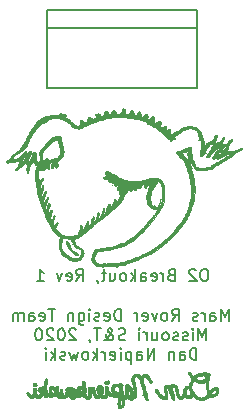
<source format=gbr>
G04 #@! TF.GenerationSoftware,KiCad,Pcbnew,(5.1.4)-1*
G04 #@! TF.CreationDate,2020-11-28T02:53:26-06:00*
G04 #@! TF.ProjectId,O2_Sensor_Hardware,4f325f53-656e-4736-9f72-5f4861726477,rev?*
G04 #@! TF.SameCoordinates,Original*
G04 #@! TF.FileFunction,Legend,Bot*
G04 #@! TF.FilePolarity,Positive*
%FSLAX46Y46*%
G04 Gerber Fmt 4.6, Leading zero omitted, Abs format (unit mm)*
G04 Created by KiCad (PCBNEW (5.1.4)-1) date 2020-11-28 02:53:26*
%MOMM*%
%LPD*%
G04 APERTURE LIST*
%ADD10C,0.150000*%
%ADD11C,0.010000*%
G04 APERTURE END LIST*
D10*
X162090547Y-119959880D02*
X162090547Y-118959880D01*
X161757214Y-119674166D01*
X161423880Y-118959880D01*
X161423880Y-119959880D01*
X160519119Y-119959880D02*
X160519119Y-119436071D01*
X160566738Y-119340833D01*
X160661976Y-119293214D01*
X160852452Y-119293214D01*
X160947690Y-119340833D01*
X160519119Y-119912261D02*
X160614357Y-119959880D01*
X160852452Y-119959880D01*
X160947690Y-119912261D01*
X160995309Y-119817023D01*
X160995309Y-119721785D01*
X160947690Y-119626547D01*
X160852452Y-119578928D01*
X160614357Y-119578928D01*
X160519119Y-119531309D01*
X160042928Y-119959880D02*
X160042928Y-119293214D01*
X160042928Y-119483690D02*
X159995309Y-119388452D01*
X159947690Y-119340833D01*
X159852452Y-119293214D01*
X159757214Y-119293214D01*
X159471500Y-119912261D02*
X159376261Y-119959880D01*
X159185785Y-119959880D01*
X159090547Y-119912261D01*
X159042928Y-119817023D01*
X159042928Y-119769404D01*
X159090547Y-119674166D01*
X159185785Y-119626547D01*
X159328642Y-119626547D01*
X159423880Y-119578928D01*
X159471500Y-119483690D01*
X159471500Y-119436071D01*
X159423880Y-119340833D01*
X159328642Y-119293214D01*
X159185785Y-119293214D01*
X159090547Y-119340833D01*
X157281023Y-119959880D02*
X157614357Y-119483690D01*
X157852452Y-119959880D02*
X157852452Y-118959880D01*
X157471500Y-118959880D01*
X157376261Y-119007500D01*
X157328642Y-119055119D01*
X157281023Y-119150357D01*
X157281023Y-119293214D01*
X157328642Y-119388452D01*
X157376261Y-119436071D01*
X157471500Y-119483690D01*
X157852452Y-119483690D01*
X156709595Y-119959880D02*
X156804833Y-119912261D01*
X156852452Y-119864642D01*
X156900071Y-119769404D01*
X156900071Y-119483690D01*
X156852452Y-119388452D01*
X156804833Y-119340833D01*
X156709595Y-119293214D01*
X156566738Y-119293214D01*
X156471500Y-119340833D01*
X156423880Y-119388452D01*
X156376261Y-119483690D01*
X156376261Y-119769404D01*
X156423880Y-119864642D01*
X156471500Y-119912261D01*
X156566738Y-119959880D01*
X156709595Y-119959880D01*
X156042928Y-119293214D02*
X155804833Y-119959880D01*
X155566738Y-119293214D01*
X154804833Y-119912261D02*
X154900071Y-119959880D01*
X155090547Y-119959880D01*
X155185785Y-119912261D01*
X155233404Y-119817023D01*
X155233404Y-119436071D01*
X155185785Y-119340833D01*
X155090547Y-119293214D01*
X154900071Y-119293214D01*
X154804833Y-119340833D01*
X154757214Y-119436071D01*
X154757214Y-119531309D01*
X155233404Y-119626547D01*
X154328642Y-119959880D02*
X154328642Y-119293214D01*
X154328642Y-119483690D02*
X154281023Y-119388452D01*
X154233404Y-119340833D01*
X154138166Y-119293214D01*
X154042928Y-119293214D01*
X152947690Y-119959880D02*
X152947690Y-118959880D01*
X152709595Y-118959880D01*
X152566738Y-119007500D01*
X152471500Y-119102738D01*
X152423880Y-119197976D01*
X152376261Y-119388452D01*
X152376261Y-119531309D01*
X152423880Y-119721785D01*
X152471500Y-119817023D01*
X152566738Y-119912261D01*
X152709595Y-119959880D01*
X152947690Y-119959880D01*
X151566738Y-119912261D02*
X151661976Y-119959880D01*
X151852452Y-119959880D01*
X151947690Y-119912261D01*
X151995309Y-119817023D01*
X151995309Y-119436071D01*
X151947690Y-119340833D01*
X151852452Y-119293214D01*
X151661976Y-119293214D01*
X151566738Y-119340833D01*
X151519119Y-119436071D01*
X151519119Y-119531309D01*
X151995309Y-119626547D01*
X151138166Y-119912261D02*
X151042928Y-119959880D01*
X150852452Y-119959880D01*
X150757214Y-119912261D01*
X150709595Y-119817023D01*
X150709595Y-119769404D01*
X150757214Y-119674166D01*
X150852452Y-119626547D01*
X150995309Y-119626547D01*
X151090547Y-119578928D01*
X151138166Y-119483690D01*
X151138166Y-119436071D01*
X151090547Y-119340833D01*
X150995309Y-119293214D01*
X150852452Y-119293214D01*
X150757214Y-119340833D01*
X150281023Y-119959880D02*
X150281023Y-119293214D01*
X150281023Y-118959880D02*
X150328642Y-119007500D01*
X150281023Y-119055119D01*
X150233404Y-119007500D01*
X150281023Y-118959880D01*
X150281023Y-119055119D01*
X149376261Y-119293214D02*
X149376261Y-120102738D01*
X149423880Y-120197976D01*
X149471500Y-120245595D01*
X149566738Y-120293214D01*
X149709595Y-120293214D01*
X149804833Y-120245595D01*
X149376261Y-119912261D02*
X149471500Y-119959880D01*
X149661976Y-119959880D01*
X149757214Y-119912261D01*
X149804833Y-119864642D01*
X149852452Y-119769404D01*
X149852452Y-119483690D01*
X149804833Y-119388452D01*
X149757214Y-119340833D01*
X149661976Y-119293214D01*
X149471500Y-119293214D01*
X149376261Y-119340833D01*
X148900071Y-119293214D02*
X148900071Y-119959880D01*
X148900071Y-119388452D02*
X148852452Y-119340833D01*
X148757214Y-119293214D01*
X148614357Y-119293214D01*
X148519119Y-119340833D01*
X148471500Y-119436071D01*
X148471500Y-119959880D01*
X147376261Y-118959880D02*
X146804833Y-118959880D01*
X147090547Y-119959880D02*
X147090547Y-118959880D01*
X146090547Y-119912261D02*
X146185785Y-119959880D01*
X146376261Y-119959880D01*
X146471500Y-119912261D01*
X146519119Y-119817023D01*
X146519119Y-119436071D01*
X146471500Y-119340833D01*
X146376261Y-119293214D01*
X146185785Y-119293214D01*
X146090547Y-119340833D01*
X146042928Y-119436071D01*
X146042928Y-119531309D01*
X146519119Y-119626547D01*
X145185785Y-119959880D02*
X145185785Y-119436071D01*
X145233404Y-119340833D01*
X145328642Y-119293214D01*
X145519119Y-119293214D01*
X145614357Y-119340833D01*
X145185785Y-119912261D02*
X145281023Y-119959880D01*
X145519119Y-119959880D01*
X145614357Y-119912261D01*
X145661976Y-119817023D01*
X145661976Y-119721785D01*
X145614357Y-119626547D01*
X145519119Y-119578928D01*
X145281023Y-119578928D01*
X145185785Y-119531309D01*
X144709595Y-119959880D02*
X144709595Y-119293214D01*
X144709595Y-119388452D02*
X144661976Y-119340833D01*
X144566738Y-119293214D01*
X144423880Y-119293214D01*
X144328642Y-119340833D01*
X144281023Y-119436071D01*
X144281023Y-119959880D01*
X144281023Y-119436071D02*
X144233404Y-119340833D01*
X144138166Y-119293214D01*
X143995309Y-119293214D01*
X143900071Y-119340833D01*
X143852452Y-119436071D01*
X143852452Y-119959880D01*
X160185785Y-121609880D02*
X160185785Y-120609880D01*
X159852452Y-121324166D01*
X159519119Y-120609880D01*
X159519119Y-121609880D01*
X159042928Y-121609880D02*
X159042928Y-120943214D01*
X159042928Y-120609880D02*
X159090547Y-120657500D01*
X159042928Y-120705119D01*
X158995309Y-120657500D01*
X159042928Y-120609880D01*
X159042928Y-120705119D01*
X158614357Y-121562261D02*
X158519119Y-121609880D01*
X158328642Y-121609880D01*
X158233404Y-121562261D01*
X158185785Y-121467023D01*
X158185785Y-121419404D01*
X158233404Y-121324166D01*
X158328642Y-121276547D01*
X158471500Y-121276547D01*
X158566738Y-121228928D01*
X158614357Y-121133690D01*
X158614357Y-121086071D01*
X158566738Y-120990833D01*
X158471500Y-120943214D01*
X158328642Y-120943214D01*
X158233404Y-120990833D01*
X157804833Y-121562261D02*
X157709595Y-121609880D01*
X157519119Y-121609880D01*
X157423880Y-121562261D01*
X157376261Y-121467023D01*
X157376261Y-121419404D01*
X157423880Y-121324166D01*
X157519119Y-121276547D01*
X157661976Y-121276547D01*
X157757214Y-121228928D01*
X157804833Y-121133690D01*
X157804833Y-121086071D01*
X157757214Y-120990833D01*
X157661976Y-120943214D01*
X157519119Y-120943214D01*
X157423880Y-120990833D01*
X156804833Y-121609880D02*
X156900071Y-121562261D01*
X156947690Y-121514642D01*
X156995309Y-121419404D01*
X156995309Y-121133690D01*
X156947690Y-121038452D01*
X156900071Y-120990833D01*
X156804833Y-120943214D01*
X156661976Y-120943214D01*
X156566738Y-120990833D01*
X156519119Y-121038452D01*
X156471500Y-121133690D01*
X156471500Y-121419404D01*
X156519119Y-121514642D01*
X156566738Y-121562261D01*
X156661976Y-121609880D01*
X156804833Y-121609880D01*
X155614357Y-120943214D02*
X155614357Y-121609880D01*
X156042928Y-120943214D02*
X156042928Y-121467023D01*
X155995309Y-121562261D01*
X155900071Y-121609880D01*
X155757214Y-121609880D01*
X155661976Y-121562261D01*
X155614357Y-121514642D01*
X155138166Y-121609880D02*
X155138166Y-120943214D01*
X155138166Y-121133690D02*
X155090547Y-121038452D01*
X155042928Y-120990833D01*
X154947690Y-120943214D01*
X154852452Y-120943214D01*
X154519119Y-121609880D02*
X154519119Y-120943214D01*
X154519119Y-120609880D02*
X154566738Y-120657500D01*
X154519119Y-120705119D01*
X154471500Y-120657500D01*
X154519119Y-120609880D01*
X154519119Y-120705119D01*
X153328642Y-121562261D02*
X153185785Y-121609880D01*
X152947690Y-121609880D01*
X152852452Y-121562261D01*
X152804833Y-121514642D01*
X152757214Y-121419404D01*
X152757214Y-121324166D01*
X152804833Y-121228928D01*
X152852452Y-121181309D01*
X152947690Y-121133690D01*
X153138166Y-121086071D01*
X153233404Y-121038452D01*
X153281023Y-120990833D01*
X153328642Y-120895595D01*
X153328642Y-120800357D01*
X153281023Y-120705119D01*
X153233404Y-120657500D01*
X153138166Y-120609880D01*
X152900071Y-120609880D01*
X152757214Y-120657500D01*
X151519119Y-121609880D02*
X151566738Y-121609880D01*
X151661976Y-121562261D01*
X151804833Y-121419404D01*
X152042928Y-121133690D01*
X152138166Y-120990833D01*
X152185785Y-120847976D01*
X152185785Y-120752738D01*
X152138166Y-120657500D01*
X152042928Y-120609880D01*
X151995309Y-120609880D01*
X151900071Y-120657500D01*
X151852452Y-120752738D01*
X151852452Y-120800357D01*
X151900071Y-120895595D01*
X151947690Y-120943214D01*
X152233404Y-121133690D01*
X152281023Y-121181309D01*
X152328642Y-121276547D01*
X152328642Y-121419404D01*
X152281023Y-121514642D01*
X152233404Y-121562261D01*
X152138166Y-121609880D01*
X151995309Y-121609880D01*
X151900071Y-121562261D01*
X151852452Y-121514642D01*
X151709595Y-121324166D01*
X151661976Y-121181309D01*
X151661976Y-121086071D01*
X151233404Y-120609880D02*
X150661976Y-120609880D01*
X150947690Y-121609880D02*
X150947690Y-120609880D01*
X150281023Y-121562261D02*
X150281023Y-121609880D01*
X150328642Y-121705119D01*
X150376261Y-121752738D01*
X149138166Y-120705119D02*
X149090547Y-120657500D01*
X148995309Y-120609880D01*
X148757214Y-120609880D01*
X148661976Y-120657500D01*
X148614357Y-120705119D01*
X148566738Y-120800357D01*
X148566738Y-120895595D01*
X148614357Y-121038452D01*
X149185785Y-121609880D01*
X148566738Y-121609880D01*
X147947690Y-120609880D02*
X147852452Y-120609880D01*
X147757214Y-120657500D01*
X147709595Y-120705119D01*
X147661976Y-120800357D01*
X147614357Y-120990833D01*
X147614357Y-121228928D01*
X147661976Y-121419404D01*
X147709595Y-121514642D01*
X147757214Y-121562261D01*
X147852452Y-121609880D01*
X147947690Y-121609880D01*
X148042928Y-121562261D01*
X148090547Y-121514642D01*
X148138166Y-121419404D01*
X148185785Y-121228928D01*
X148185785Y-120990833D01*
X148138166Y-120800357D01*
X148090547Y-120705119D01*
X148042928Y-120657500D01*
X147947690Y-120609880D01*
X147233404Y-120705119D02*
X147185785Y-120657500D01*
X147090547Y-120609880D01*
X146852452Y-120609880D01*
X146757214Y-120657500D01*
X146709595Y-120705119D01*
X146661976Y-120800357D01*
X146661976Y-120895595D01*
X146709595Y-121038452D01*
X147281023Y-121609880D01*
X146661976Y-121609880D01*
X146042928Y-120609880D02*
X145947690Y-120609880D01*
X145852452Y-120657500D01*
X145804833Y-120705119D01*
X145757214Y-120800357D01*
X145709595Y-120990833D01*
X145709595Y-121228928D01*
X145757214Y-121419404D01*
X145804833Y-121514642D01*
X145852452Y-121562261D01*
X145947690Y-121609880D01*
X146042928Y-121609880D01*
X146138166Y-121562261D01*
X146185785Y-121514642D01*
X146233404Y-121419404D01*
X146281023Y-121228928D01*
X146281023Y-120990833D01*
X146233404Y-120800357D01*
X146185785Y-120705119D01*
X146138166Y-120657500D01*
X146042928Y-120609880D01*
X159352452Y-123259880D02*
X159352452Y-122259880D01*
X159114357Y-122259880D01*
X158971500Y-122307500D01*
X158876261Y-122402738D01*
X158828642Y-122497976D01*
X158781023Y-122688452D01*
X158781023Y-122831309D01*
X158828642Y-123021785D01*
X158876261Y-123117023D01*
X158971500Y-123212261D01*
X159114357Y-123259880D01*
X159352452Y-123259880D01*
X157923880Y-123259880D02*
X157923880Y-122736071D01*
X157971500Y-122640833D01*
X158066738Y-122593214D01*
X158257214Y-122593214D01*
X158352452Y-122640833D01*
X157923880Y-123212261D02*
X158019119Y-123259880D01*
X158257214Y-123259880D01*
X158352452Y-123212261D01*
X158400071Y-123117023D01*
X158400071Y-123021785D01*
X158352452Y-122926547D01*
X158257214Y-122878928D01*
X158019119Y-122878928D01*
X157923880Y-122831309D01*
X157447690Y-122593214D02*
X157447690Y-123259880D01*
X157447690Y-122688452D02*
X157400071Y-122640833D01*
X157304833Y-122593214D01*
X157161976Y-122593214D01*
X157066738Y-122640833D01*
X157019119Y-122736071D01*
X157019119Y-123259880D01*
X155781023Y-123259880D02*
X155781023Y-122259880D01*
X155209595Y-123259880D01*
X155209595Y-122259880D01*
X154304833Y-123259880D02*
X154304833Y-122736071D01*
X154352452Y-122640833D01*
X154447690Y-122593214D01*
X154638166Y-122593214D01*
X154733404Y-122640833D01*
X154304833Y-123212261D02*
X154400071Y-123259880D01*
X154638166Y-123259880D01*
X154733404Y-123212261D01*
X154781023Y-123117023D01*
X154781023Y-123021785D01*
X154733404Y-122926547D01*
X154638166Y-122878928D01*
X154400071Y-122878928D01*
X154304833Y-122831309D01*
X153828642Y-122593214D02*
X153828642Y-123593214D01*
X153828642Y-122640833D02*
X153733404Y-122593214D01*
X153542928Y-122593214D01*
X153447690Y-122640833D01*
X153400071Y-122688452D01*
X153352452Y-122783690D01*
X153352452Y-123069404D01*
X153400071Y-123164642D01*
X153447690Y-123212261D01*
X153542928Y-123259880D01*
X153733404Y-123259880D01*
X153828642Y-123212261D01*
X152923880Y-123259880D02*
X152923880Y-122593214D01*
X152923880Y-122259880D02*
X152971500Y-122307500D01*
X152923880Y-122355119D01*
X152876261Y-122307500D01*
X152923880Y-122259880D01*
X152923880Y-122355119D01*
X152066738Y-123212261D02*
X152161976Y-123259880D01*
X152352452Y-123259880D01*
X152447690Y-123212261D01*
X152495309Y-123117023D01*
X152495309Y-122736071D01*
X152447690Y-122640833D01*
X152352452Y-122593214D01*
X152161976Y-122593214D01*
X152066738Y-122640833D01*
X152019119Y-122736071D01*
X152019119Y-122831309D01*
X152495309Y-122926547D01*
X151590547Y-123259880D02*
X151590547Y-122593214D01*
X151590547Y-122783690D02*
X151542928Y-122688452D01*
X151495309Y-122640833D01*
X151400071Y-122593214D01*
X151304833Y-122593214D01*
X150971500Y-123259880D02*
X150971500Y-122259880D01*
X150876261Y-122878928D02*
X150590547Y-123259880D01*
X150590547Y-122593214D02*
X150971500Y-122974166D01*
X150019119Y-123259880D02*
X150114357Y-123212261D01*
X150161976Y-123164642D01*
X150209595Y-123069404D01*
X150209595Y-122783690D01*
X150161976Y-122688452D01*
X150114357Y-122640833D01*
X150019119Y-122593214D01*
X149876261Y-122593214D01*
X149781023Y-122640833D01*
X149733404Y-122688452D01*
X149685785Y-122783690D01*
X149685785Y-123069404D01*
X149733404Y-123164642D01*
X149781023Y-123212261D01*
X149876261Y-123259880D01*
X150019119Y-123259880D01*
X149352452Y-122593214D02*
X149161976Y-123259880D01*
X148971500Y-122783690D01*
X148781023Y-123259880D01*
X148590547Y-122593214D01*
X148257214Y-123212261D02*
X148161976Y-123259880D01*
X147971500Y-123259880D01*
X147876261Y-123212261D01*
X147828642Y-123117023D01*
X147828642Y-123069404D01*
X147876261Y-122974166D01*
X147971500Y-122926547D01*
X148114357Y-122926547D01*
X148209595Y-122878928D01*
X148257214Y-122783690D01*
X148257214Y-122736071D01*
X148209595Y-122640833D01*
X148114357Y-122593214D01*
X147971500Y-122593214D01*
X147876261Y-122640833D01*
X147400071Y-123259880D02*
X147400071Y-122259880D01*
X147304833Y-122878928D02*
X147019119Y-123259880D01*
X147019119Y-122593214D02*
X147400071Y-122974166D01*
X146590547Y-123259880D02*
X146590547Y-122593214D01*
X146590547Y-122259880D02*
X146638166Y-122307500D01*
X146590547Y-122355119D01*
X146542928Y-122307500D01*
X146590547Y-122259880D01*
X146590547Y-122355119D01*
X160122309Y-115593880D02*
X159931833Y-115593880D01*
X159836595Y-115641500D01*
X159741357Y-115736738D01*
X159693738Y-115927214D01*
X159693738Y-116260547D01*
X159741357Y-116451023D01*
X159836595Y-116546261D01*
X159931833Y-116593880D01*
X160122309Y-116593880D01*
X160217547Y-116546261D01*
X160312785Y-116451023D01*
X160360404Y-116260547D01*
X160360404Y-115927214D01*
X160312785Y-115736738D01*
X160217547Y-115641500D01*
X160122309Y-115593880D01*
X159312785Y-115689119D02*
X159265166Y-115641500D01*
X159169928Y-115593880D01*
X158931833Y-115593880D01*
X158836595Y-115641500D01*
X158788976Y-115689119D01*
X158741357Y-115784357D01*
X158741357Y-115879595D01*
X158788976Y-116022452D01*
X159360404Y-116593880D01*
X158741357Y-116593880D01*
X157217547Y-116070071D02*
X157074690Y-116117690D01*
X157027071Y-116165309D01*
X156979452Y-116260547D01*
X156979452Y-116403404D01*
X157027071Y-116498642D01*
X157074690Y-116546261D01*
X157169928Y-116593880D01*
X157550880Y-116593880D01*
X157550880Y-115593880D01*
X157217547Y-115593880D01*
X157122309Y-115641500D01*
X157074690Y-115689119D01*
X157027071Y-115784357D01*
X157027071Y-115879595D01*
X157074690Y-115974833D01*
X157122309Y-116022452D01*
X157217547Y-116070071D01*
X157550880Y-116070071D01*
X156550880Y-116593880D02*
X156550880Y-115927214D01*
X156550880Y-116117690D02*
X156503261Y-116022452D01*
X156455642Y-115974833D01*
X156360404Y-115927214D01*
X156265166Y-115927214D01*
X155550880Y-116546261D02*
X155646119Y-116593880D01*
X155836595Y-116593880D01*
X155931833Y-116546261D01*
X155979452Y-116451023D01*
X155979452Y-116070071D01*
X155931833Y-115974833D01*
X155836595Y-115927214D01*
X155646119Y-115927214D01*
X155550880Y-115974833D01*
X155503261Y-116070071D01*
X155503261Y-116165309D01*
X155979452Y-116260547D01*
X154646119Y-116593880D02*
X154646119Y-116070071D01*
X154693738Y-115974833D01*
X154788976Y-115927214D01*
X154979452Y-115927214D01*
X155074690Y-115974833D01*
X154646119Y-116546261D02*
X154741357Y-116593880D01*
X154979452Y-116593880D01*
X155074690Y-116546261D01*
X155122309Y-116451023D01*
X155122309Y-116355785D01*
X155074690Y-116260547D01*
X154979452Y-116212928D01*
X154741357Y-116212928D01*
X154646119Y-116165309D01*
X154169928Y-116593880D02*
X154169928Y-115593880D01*
X154074690Y-116212928D02*
X153788976Y-116593880D01*
X153788976Y-115927214D02*
X154169928Y-116308166D01*
X153217547Y-116593880D02*
X153312785Y-116546261D01*
X153360404Y-116498642D01*
X153408023Y-116403404D01*
X153408023Y-116117690D01*
X153360404Y-116022452D01*
X153312785Y-115974833D01*
X153217547Y-115927214D01*
X153074690Y-115927214D01*
X152979452Y-115974833D01*
X152931833Y-116022452D01*
X152884214Y-116117690D01*
X152884214Y-116403404D01*
X152931833Y-116498642D01*
X152979452Y-116546261D01*
X153074690Y-116593880D01*
X153217547Y-116593880D01*
X152027071Y-115927214D02*
X152027071Y-116593880D01*
X152455642Y-115927214D02*
X152455642Y-116451023D01*
X152408023Y-116546261D01*
X152312785Y-116593880D01*
X152169928Y-116593880D01*
X152074690Y-116546261D01*
X152027071Y-116498642D01*
X151693738Y-115927214D02*
X151312785Y-115927214D01*
X151550880Y-115593880D02*
X151550880Y-116451023D01*
X151503261Y-116546261D01*
X151408023Y-116593880D01*
X151312785Y-116593880D01*
X150931833Y-116546261D02*
X150931833Y-116593880D01*
X150979452Y-116689119D01*
X151027071Y-116736738D01*
X149169928Y-116593880D02*
X149503261Y-116117690D01*
X149741357Y-116593880D02*
X149741357Y-115593880D01*
X149360404Y-115593880D01*
X149265166Y-115641500D01*
X149217547Y-115689119D01*
X149169928Y-115784357D01*
X149169928Y-115927214D01*
X149217547Y-116022452D01*
X149265166Y-116070071D01*
X149360404Y-116117690D01*
X149741357Y-116117690D01*
X148360404Y-116546261D02*
X148455642Y-116593880D01*
X148646119Y-116593880D01*
X148741357Y-116546261D01*
X148788976Y-116451023D01*
X148788976Y-116070071D01*
X148741357Y-115974833D01*
X148646119Y-115927214D01*
X148455642Y-115927214D01*
X148360404Y-115974833D01*
X148312785Y-116070071D01*
X148312785Y-116165309D01*
X148788976Y-116260547D01*
X147979452Y-115927214D02*
X147741357Y-116593880D01*
X147503261Y-115927214D01*
X145836595Y-116593880D02*
X146408023Y-116593880D01*
X146122309Y-116593880D02*
X146122309Y-115593880D01*
X146217547Y-115736738D01*
X146312785Y-115831976D01*
X146408023Y-115879595D01*
D11*
G36*
X159921108Y-124555322D02*
G01*
X159917037Y-124563777D01*
X159917996Y-124566321D01*
X159924807Y-124572577D01*
X159928140Y-124565452D01*
X159928278Y-124561890D01*
X159924807Y-124554623D01*
X159921108Y-124555322D01*
X159921108Y-124555322D01*
G37*
X159921108Y-124555322D02*
X159917037Y-124563777D01*
X159917996Y-124566321D01*
X159924807Y-124572577D01*
X159928140Y-124565452D01*
X159928278Y-124561890D01*
X159924807Y-124554623D01*
X159921108Y-124555322D01*
G36*
X159991778Y-124625806D02*
G01*
X159995306Y-124629334D01*
X159998834Y-124625806D01*
X159995306Y-124622278D01*
X159991778Y-124625806D01*
X159991778Y-124625806D01*
G37*
X159991778Y-124625806D02*
X159995306Y-124629334D01*
X159998834Y-124625806D01*
X159995306Y-124622278D01*
X159991778Y-124625806D01*
G36*
X161007859Y-126003570D02*
G01*
X161007778Y-126005167D01*
X161013202Y-126011951D01*
X161015250Y-126012223D01*
X161019464Y-126007900D01*
X161018361Y-126005167D01*
X161012021Y-125998436D01*
X161010890Y-125998112D01*
X161007859Y-126003570D01*
X161007859Y-126003570D01*
G37*
X161007859Y-126003570D02*
X161007778Y-126005167D01*
X161013202Y-126011951D01*
X161015250Y-126012223D01*
X161019464Y-126007900D01*
X161018361Y-126005167D01*
X161012021Y-125998436D01*
X161010890Y-125998112D01*
X161007859Y-126003570D01*
G36*
X158759408Y-126233297D02*
G01*
X158760376Y-126237491D01*
X158764111Y-126238000D01*
X158769919Y-126235419D01*
X158768815Y-126233297D01*
X158760442Y-126232452D01*
X158759408Y-126233297D01*
X158759408Y-126233297D01*
G37*
X158759408Y-126233297D02*
X158760376Y-126237491D01*
X158764111Y-126238000D01*
X158769919Y-126235419D01*
X158768815Y-126233297D01*
X158760442Y-126232452D01*
X158759408Y-126233297D01*
G36*
X160241074Y-126106297D02*
G01*
X160242043Y-126110491D01*
X160245778Y-126111000D01*
X160251586Y-126108419D01*
X160250482Y-126106297D01*
X160242109Y-126105452D01*
X160241074Y-126106297D01*
X160241074Y-126106297D01*
G37*
X160241074Y-126106297D02*
X160242043Y-126110491D01*
X160245778Y-126111000D01*
X160251586Y-126108419D01*
X160250482Y-126106297D01*
X160242109Y-126105452D01*
X160241074Y-126106297D01*
G36*
X151207611Y-125871772D02*
G01*
X151201696Y-125876970D01*
X151193500Y-125878167D01*
X151182044Y-125881607D01*
X151179389Y-125886399D01*
X151182185Y-125891182D01*
X151183965Y-125890055D01*
X151191288Y-125891251D01*
X151200738Y-125899544D01*
X151209812Y-125908779D01*
X151216058Y-125907677D01*
X151224385Y-125896136D01*
X151233418Y-125881367D01*
X151234138Y-125874128D01*
X151226137Y-125870259D01*
X151221723Y-125869067D01*
X151210472Y-125868671D01*
X151207611Y-125871772D01*
X151207611Y-125871772D01*
G37*
X151207611Y-125871772D02*
X151201696Y-125876970D01*
X151193500Y-125878167D01*
X151182044Y-125881607D01*
X151179389Y-125886399D01*
X151182185Y-125891182D01*
X151183965Y-125890055D01*
X151191288Y-125891251D01*
X151200738Y-125899544D01*
X151209812Y-125908779D01*
X151216058Y-125907677D01*
X151224385Y-125896136D01*
X151233418Y-125881367D01*
X151234138Y-125874128D01*
X151226137Y-125870259D01*
X151221723Y-125869067D01*
X151210472Y-125868671D01*
X151207611Y-125871772D01*
G36*
X151207611Y-125945195D02*
G01*
X151211139Y-125948723D01*
X151214667Y-125945195D01*
X151211139Y-125941667D01*
X151207611Y-125945195D01*
X151207611Y-125945195D01*
G37*
X151207611Y-125945195D02*
X151211139Y-125948723D01*
X151214667Y-125945195D01*
X151211139Y-125941667D01*
X151207611Y-125945195D01*
G36*
X147122445Y-126001639D02*
G01*
X147125973Y-126005167D01*
X147129500Y-126001639D01*
X147125973Y-125998112D01*
X147122445Y-126001639D01*
X147122445Y-126001639D01*
G37*
X147122445Y-126001639D02*
X147125973Y-126005167D01*
X147129500Y-126001639D01*
X147125973Y-125998112D01*
X147122445Y-126001639D01*
G36*
X158820556Y-124675195D02*
G01*
X158824084Y-124678723D01*
X158827611Y-124675195D01*
X158824084Y-124671667D01*
X158820556Y-124675195D01*
X158820556Y-124675195D01*
G37*
X158820556Y-124675195D02*
X158824084Y-124678723D01*
X158827611Y-124675195D01*
X158824084Y-124671667D01*
X158820556Y-124675195D01*
G36*
X154396723Y-124781028D02*
G01*
X154400250Y-124784556D01*
X154403778Y-124781028D01*
X154400250Y-124777500D01*
X154396723Y-124781028D01*
X154396723Y-124781028D01*
G37*
X154396723Y-124781028D02*
X154400250Y-124784556D01*
X154403778Y-124781028D01*
X154400250Y-124777500D01*
X154396723Y-124781028D01*
G36*
X146713223Y-125119695D02*
G01*
X146716750Y-125123223D01*
X146720278Y-125119695D01*
X146716750Y-125116167D01*
X146713223Y-125119695D01*
X146713223Y-125119695D01*
G37*
X146713223Y-125119695D02*
X146716750Y-125123223D01*
X146720278Y-125119695D01*
X146716750Y-125116167D01*
X146713223Y-125119695D01*
G36*
X151863544Y-125017166D02*
G01*
X151859539Y-125017389D01*
X151852608Y-125021874D01*
X151853592Y-125034098D01*
X151852012Y-125051626D01*
X151840493Y-125065405D01*
X151823052Y-125073761D01*
X151803706Y-125075018D01*
X151786475Y-125067502D01*
X151782639Y-125063671D01*
X151764396Y-125047407D01*
X151740106Y-125032309D01*
X151715268Y-125021326D01*
X151696335Y-125017389D01*
X151680672Y-125019053D01*
X151673351Y-125023109D01*
X151673278Y-125023604D01*
X151667471Y-125029801D01*
X151652363Y-125039696D01*
X151634473Y-125049452D01*
X151614065Y-125061110D01*
X151600009Y-125071687D01*
X151595667Y-125077943D01*
X151591983Y-125091797D01*
X151583124Y-125108519D01*
X151572374Y-125122996D01*
X151563020Y-125130115D01*
X151562058Y-125130234D01*
X151557336Y-125133272D01*
X151559291Y-125144168D01*
X151563592Y-125155283D01*
X151569599Y-125172850D01*
X151568496Y-125181598D01*
X151565450Y-125183637D01*
X151560120Y-125192224D01*
X151556229Y-125210787D01*
X151555048Y-125224459D01*
X151554701Y-125246714D01*
X151558046Y-125261348D01*
X151567599Y-125274228D01*
X151582261Y-125287988D01*
X151611288Y-125314046D01*
X151688726Y-125312120D01*
X151720075Y-125311209D01*
X151745637Y-125310216D01*
X151762482Y-125309272D01*
X151767754Y-125308611D01*
X151775065Y-125307055D01*
X151791674Y-125304969D01*
X151800686Y-125304054D01*
X151837344Y-125300348D01*
X151862944Y-125296230D01*
X151880469Y-125289909D01*
X151892903Y-125279596D01*
X151903233Y-125263501D01*
X151914441Y-125239834D01*
X151916910Y-125234348D01*
X151925416Y-125217854D01*
X151932295Y-125208609D01*
X151933766Y-125207889D01*
X151939207Y-125201448D01*
X151944502Y-125184567D01*
X151949007Y-125160906D01*
X151952078Y-125134128D01*
X151953072Y-125107895D01*
X151952812Y-125099561D01*
X151950820Y-125075598D01*
X151946231Y-125060161D01*
X151936245Y-125047667D01*
X151919979Y-125034046D01*
X151901383Y-125021278D01*
X151886003Y-125014121D01*
X151879529Y-125013610D01*
X151863544Y-125017166D01*
X151863544Y-125017166D01*
G37*
X151863544Y-125017166D02*
X151859539Y-125017389D01*
X151852608Y-125021874D01*
X151853592Y-125034098D01*
X151852012Y-125051626D01*
X151840493Y-125065405D01*
X151823052Y-125073761D01*
X151803706Y-125075018D01*
X151786475Y-125067502D01*
X151782639Y-125063671D01*
X151764396Y-125047407D01*
X151740106Y-125032309D01*
X151715268Y-125021326D01*
X151696335Y-125017389D01*
X151680672Y-125019053D01*
X151673351Y-125023109D01*
X151673278Y-125023604D01*
X151667471Y-125029801D01*
X151652363Y-125039696D01*
X151634473Y-125049452D01*
X151614065Y-125061110D01*
X151600009Y-125071687D01*
X151595667Y-125077943D01*
X151591983Y-125091797D01*
X151583124Y-125108519D01*
X151572374Y-125122996D01*
X151563020Y-125130115D01*
X151562058Y-125130234D01*
X151557336Y-125133272D01*
X151559291Y-125144168D01*
X151563592Y-125155283D01*
X151569599Y-125172850D01*
X151568496Y-125181598D01*
X151565450Y-125183637D01*
X151560120Y-125192224D01*
X151556229Y-125210787D01*
X151555048Y-125224459D01*
X151554701Y-125246714D01*
X151558046Y-125261348D01*
X151567599Y-125274228D01*
X151582261Y-125287988D01*
X151611288Y-125314046D01*
X151688726Y-125312120D01*
X151720075Y-125311209D01*
X151745637Y-125310216D01*
X151762482Y-125309272D01*
X151767754Y-125308611D01*
X151775065Y-125307055D01*
X151791674Y-125304969D01*
X151800686Y-125304054D01*
X151837344Y-125300348D01*
X151862944Y-125296230D01*
X151880469Y-125289909D01*
X151892903Y-125279596D01*
X151903233Y-125263501D01*
X151914441Y-125239834D01*
X151916910Y-125234348D01*
X151925416Y-125217854D01*
X151932295Y-125208609D01*
X151933766Y-125207889D01*
X151939207Y-125201448D01*
X151944502Y-125184567D01*
X151949007Y-125160906D01*
X151952078Y-125134128D01*
X151953072Y-125107895D01*
X151952812Y-125099561D01*
X151950820Y-125075598D01*
X151946231Y-125060161D01*
X151936245Y-125047667D01*
X151919979Y-125034046D01*
X151901383Y-125021278D01*
X151886003Y-125014121D01*
X151879529Y-125013610D01*
X151863544Y-125017166D01*
G36*
X145810111Y-125366639D02*
G01*
X145813639Y-125370167D01*
X145817167Y-125366639D01*
X145813639Y-125363112D01*
X145810111Y-125366639D01*
X145810111Y-125366639D01*
G37*
X145810111Y-125366639D02*
X145813639Y-125370167D01*
X145817167Y-125366639D01*
X145813639Y-125363112D01*
X145810111Y-125366639D01*
G36*
X158750000Y-125373695D02*
G01*
X158753528Y-125377223D01*
X158757056Y-125373695D01*
X158753528Y-125370167D01*
X158750000Y-125373695D01*
X158750000Y-125373695D01*
G37*
X158750000Y-125373695D02*
X158753528Y-125377223D01*
X158757056Y-125373695D01*
X158753528Y-125370167D01*
X158750000Y-125373695D01*
G36*
X145478500Y-125416028D02*
G01*
X145482028Y-125419556D01*
X145485556Y-125416028D01*
X145482028Y-125412500D01*
X145478500Y-125416028D01*
X145478500Y-125416028D01*
G37*
X145478500Y-125416028D02*
X145482028Y-125419556D01*
X145485556Y-125416028D01*
X145482028Y-125412500D01*
X145478500Y-125416028D01*
G36*
X145727797Y-125457186D02*
G01*
X145728765Y-125461380D01*
X145732500Y-125461889D01*
X145738308Y-125459308D01*
X145737204Y-125457186D01*
X145728831Y-125456341D01*
X145727797Y-125457186D01*
X145727797Y-125457186D01*
G37*
X145727797Y-125457186D02*
X145728765Y-125461380D01*
X145732500Y-125461889D01*
X145738308Y-125459308D01*
X145737204Y-125457186D01*
X145728831Y-125456341D01*
X145727797Y-125457186D01*
G36*
X145571399Y-125230180D02*
G01*
X145563444Y-125234433D01*
X145548468Y-125236112D01*
X145532168Y-125239277D01*
X145527889Y-125247062D01*
X145521886Y-125256705D01*
X145507327Y-125265167D01*
X145506247Y-125265557D01*
X145492620Y-125271406D01*
X145487410Y-125279337D01*
X145488252Y-125294405D01*
X145489408Y-125301529D01*
X145491696Y-125319327D01*
X145489856Y-125326385D01*
X145483073Y-125325682D01*
X145482828Y-125325589D01*
X145473116Y-125325625D01*
X145472332Y-125332410D01*
X145478269Y-125338274D01*
X145482117Y-125347538D01*
X145481494Y-125361621D01*
X145482492Y-125376330D01*
X145491544Y-125393518D01*
X145509836Y-125414764D01*
X145538553Y-125441649D01*
X145547082Y-125449077D01*
X145565320Y-125460663D01*
X145588869Y-125470231D01*
X145613758Y-125476862D01*
X145636016Y-125479634D01*
X145651671Y-125477627D01*
X145655938Y-125474304D01*
X145662538Y-125469096D01*
X145670118Y-125474295D01*
X145681826Y-125482395D01*
X145689257Y-125477378D01*
X145692167Y-125469115D01*
X145701165Y-125455795D01*
X145712393Y-125448474D01*
X145730907Y-125440981D01*
X145751903Y-125432470D01*
X145767823Y-125424229D01*
X145774935Y-125416963D01*
X145771535Y-125412818D01*
X145767778Y-125412500D01*
X145760782Y-125409126D01*
X145763442Y-125401901D01*
X145773933Y-125395178D01*
X145775240Y-125394732D01*
X145783231Y-125390610D01*
X145787296Y-125382368D01*
X145788366Y-125366424D01*
X145787735Y-125346632D01*
X145785545Y-125322064D01*
X145781924Y-125302617D01*
X145778509Y-125293981D01*
X145758615Y-125272209D01*
X145742669Y-125262132D01*
X145735174Y-125262110D01*
X145728324Y-125261548D01*
X145729252Y-125255568D01*
X145728517Y-125250663D01*
X145720836Y-125246449D01*
X145704244Y-125242383D01*
X145676778Y-125237928D01*
X145653484Y-125234740D01*
X145621709Y-125231073D01*
X145595515Y-125229021D01*
X145577776Y-125228744D01*
X145571399Y-125230180D01*
X145571399Y-125230180D01*
G37*
X145571399Y-125230180D02*
X145563444Y-125234433D01*
X145548468Y-125236112D01*
X145532168Y-125239277D01*
X145527889Y-125247062D01*
X145521886Y-125256705D01*
X145507327Y-125265167D01*
X145506247Y-125265557D01*
X145492620Y-125271406D01*
X145487410Y-125279337D01*
X145488252Y-125294405D01*
X145489408Y-125301529D01*
X145491696Y-125319327D01*
X145489856Y-125326385D01*
X145483073Y-125325682D01*
X145482828Y-125325589D01*
X145473116Y-125325625D01*
X145472332Y-125332410D01*
X145478269Y-125338274D01*
X145482117Y-125347538D01*
X145481494Y-125361621D01*
X145482492Y-125376330D01*
X145491544Y-125393518D01*
X145509836Y-125414764D01*
X145538553Y-125441649D01*
X145547082Y-125449077D01*
X145565320Y-125460663D01*
X145588869Y-125470231D01*
X145613758Y-125476862D01*
X145636016Y-125479634D01*
X145651671Y-125477627D01*
X145655938Y-125474304D01*
X145662538Y-125469096D01*
X145670118Y-125474295D01*
X145681826Y-125482395D01*
X145689257Y-125477378D01*
X145692167Y-125469115D01*
X145701165Y-125455795D01*
X145712393Y-125448474D01*
X145730907Y-125440981D01*
X145751903Y-125432470D01*
X145767823Y-125424229D01*
X145774935Y-125416963D01*
X145771535Y-125412818D01*
X145767778Y-125412500D01*
X145760782Y-125409126D01*
X145763442Y-125401901D01*
X145773933Y-125395178D01*
X145775240Y-125394732D01*
X145783231Y-125390610D01*
X145787296Y-125382368D01*
X145788366Y-125366424D01*
X145787735Y-125346632D01*
X145785545Y-125322064D01*
X145781924Y-125302617D01*
X145778509Y-125293981D01*
X145758615Y-125272209D01*
X145742669Y-125262132D01*
X145735174Y-125262110D01*
X145728324Y-125261548D01*
X145729252Y-125255568D01*
X145728517Y-125250663D01*
X145720836Y-125246449D01*
X145704244Y-125242383D01*
X145676778Y-125237928D01*
X145653484Y-125234740D01*
X145621709Y-125231073D01*
X145595515Y-125229021D01*
X145577776Y-125228744D01*
X145571399Y-125230180D01*
G36*
X147630445Y-125543028D02*
G01*
X147633973Y-125546556D01*
X147637500Y-125543028D01*
X147633973Y-125539500D01*
X147630445Y-125543028D01*
X147630445Y-125543028D01*
G37*
X147630445Y-125543028D02*
X147633973Y-125546556D01*
X147637500Y-125543028D01*
X147633973Y-125539500D01*
X147630445Y-125543028D01*
G36*
X147312945Y-125557139D02*
G01*
X147316473Y-125560667D01*
X147320000Y-125557139D01*
X147316473Y-125553612D01*
X147312945Y-125557139D01*
X147312945Y-125557139D01*
G37*
X147312945Y-125557139D02*
X147316473Y-125560667D01*
X147320000Y-125557139D01*
X147316473Y-125553612D01*
X147312945Y-125557139D01*
G36*
X153985736Y-125711217D02*
G01*
X153984850Y-125713792D01*
X153994556Y-125714775D01*
X154004572Y-125713666D01*
X154003375Y-125711217D01*
X153988930Y-125710285D01*
X153985736Y-125711217D01*
X153985736Y-125711217D01*
G37*
X153985736Y-125711217D02*
X153984850Y-125713792D01*
X153994556Y-125714775D01*
X154004572Y-125713666D01*
X154003375Y-125711217D01*
X153988930Y-125710285D01*
X153985736Y-125711217D01*
G36*
X149083970Y-125784848D02*
G01*
X149083889Y-125786445D01*
X149089313Y-125793229D01*
X149091361Y-125793500D01*
X149095575Y-125789178D01*
X149094473Y-125786445D01*
X149088132Y-125779714D01*
X149087001Y-125779389D01*
X149083970Y-125784848D01*
X149083970Y-125784848D01*
G37*
X149083970Y-125784848D02*
X149083889Y-125786445D01*
X149089313Y-125793229D01*
X149091361Y-125793500D01*
X149095575Y-125789178D01*
X149094473Y-125786445D01*
X149088132Y-125779714D01*
X149087001Y-125779389D01*
X149083970Y-125784848D01*
G36*
X148281908Y-125859352D02*
G01*
X148282876Y-125863547D01*
X148286611Y-125864056D01*
X148292419Y-125861474D01*
X148291315Y-125859352D01*
X148282942Y-125858508D01*
X148281908Y-125859352D01*
X148281908Y-125859352D01*
G37*
X148281908Y-125859352D02*
X148282876Y-125863547D01*
X148286611Y-125864056D01*
X148292419Y-125861474D01*
X148291315Y-125859352D01*
X148282942Y-125858508D01*
X148281908Y-125859352D01*
G36*
X153303111Y-125945195D02*
G01*
X153306639Y-125948723D01*
X153310167Y-125945195D01*
X153306639Y-125941667D01*
X153303111Y-125945195D01*
X153303111Y-125945195D01*
G37*
X153303111Y-125945195D02*
X153306639Y-125948723D01*
X153310167Y-125945195D01*
X153306639Y-125941667D01*
X153303111Y-125945195D01*
G36*
X145946565Y-126228236D02*
G01*
X145947695Y-126230945D01*
X145957041Y-126237737D01*
X145959111Y-126238000D01*
X145962936Y-126233653D01*
X145961806Y-126230945D01*
X145952459Y-126224153D01*
X145950390Y-126223889D01*
X145946565Y-126228236D01*
X145946565Y-126228236D01*
G37*
X145946565Y-126228236D02*
X145947695Y-126230945D01*
X145957041Y-126237737D01*
X145959111Y-126238000D01*
X145962936Y-126233653D01*
X145961806Y-126230945D01*
X145952459Y-126224153D01*
X145950390Y-126223889D01*
X145946565Y-126228236D01*
G36*
X154821465Y-126202727D02*
G01*
X154820318Y-126205561D01*
X154813586Y-126225407D01*
X154813998Y-126234767D01*
X154822938Y-126236036D01*
X154836224Y-126233080D01*
X154845198Y-126226537D01*
X154844251Y-126214496D01*
X154836658Y-126196607D01*
X154828994Y-126192658D01*
X154821465Y-126202727D01*
X154821465Y-126202727D01*
G37*
X154821465Y-126202727D02*
X154820318Y-126205561D01*
X154813586Y-126225407D01*
X154813998Y-126234767D01*
X154822938Y-126236036D01*
X154836224Y-126233080D01*
X154845198Y-126226537D01*
X154844251Y-126214496D01*
X154836658Y-126196607D01*
X154828994Y-126192658D01*
X154821465Y-126202727D01*
G36*
X145908889Y-126248584D02*
G01*
X145912417Y-126252112D01*
X145915945Y-126248584D01*
X145912417Y-126245056D01*
X145908889Y-126248584D01*
X145908889Y-126248584D01*
G37*
X145908889Y-126248584D02*
X145912417Y-126252112D01*
X145915945Y-126248584D01*
X145912417Y-126245056D01*
X145908889Y-126248584D01*
G36*
X154711250Y-126226904D02*
G01*
X154707227Y-126238623D01*
X154707167Y-126241528D01*
X154709066Y-126255330D01*
X154716235Y-126258040D01*
X154730888Y-126250201D01*
X154733937Y-126248101D01*
X154744948Y-126236471D01*
X154742588Y-126227846D01*
X154727540Y-126223957D01*
X154724390Y-126223889D01*
X154711250Y-126226904D01*
X154711250Y-126226904D01*
G37*
X154711250Y-126226904D02*
X154707227Y-126238623D01*
X154707167Y-126241528D01*
X154709066Y-126255330D01*
X154716235Y-126258040D01*
X154730888Y-126250201D01*
X154733937Y-126248101D01*
X154744948Y-126236471D01*
X154742588Y-126227846D01*
X154727540Y-126223957D01*
X154724390Y-126223889D01*
X154711250Y-126226904D01*
G36*
X149728297Y-126388519D02*
G01*
X149729265Y-126392713D01*
X149733000Y-126393223D01*
X149738808Y-126390641D01*
X149737704Y-126388519D01*
X149729331Y-126387674D01*
X149728297Y-126388519D01*
X149728297Y-126388519D01*
G37*
X149728297Y-126388519D02*
X149729265Y-126392713D01*
X149733000Y-126393223D01*
X149738808Y-126390641D01*
X149737704Y-126388519D01*
X149729331Y-126387674D01*
X149728297Y-126388519D01*
G36*
X160436278Y-126389695D02*
G01*
X160439806Y-126393223D01*
X160443334Y-126389695D01*
X160439806Y-126386167D01*
X160436278Y-126389695D01*
X160436278Y-126389695D01*
G37*
X160436278Y-126389695D02*
X160439806Y-126393223D01*
X160443334Y-126389695D01*
X160439806Y-126386167D01*
X160436278Y-126389695D01*
G36*
X146021778Y-126502584D02*
G01*
X146025306Y-126506112D01*
X146028834Y-126502584D01*
X146025306Y-126499056D01*
X146021778Y-126502584D01*
X146021778Y-126502584D01*
G37*
X146021778Y-126502584D02*
X146025306Y-126506112D01*
X146028834Y-126502584D01*
X146025306Y-126499056D01*
X146021778Y-126502584D01*
G36*
X145911241Y-126515519D02*
G01*
X145912210Y-126519713D01*
X145915945Y-126520223D01*
X145921752Y-126517641D01*
X145920649Y-126515519D01*
X145912275Y-126514674D01*
X145911241Y-126515519D01*
X145911241Y-126515519D01*
G37*
X145911241Y-126515519D02*
X145912210Y-126519713D01*
X145915945Y-126520223D01*
X145921752Y-126517641D01*
X145920649Y-126515519D01*
X145912275Y-126514674D01*
X145911241Y-126515519D01*
G36*
X145974741Y-126515519D02*
G01*
X145975710Y-126519713D01*
X145979445Y-126520223D01*
X145985252Y-126517641D01*
X145984149Y-126515519D01*
X145975775Y-126514674D01*
X145974741Y-126515519D01*
X145974741Y-126515519D01*
G37*
X145974741Y-126515519D02*
X145975710Y-126519713D01*
X145979445Y-126520223D01*
X145985252Y-126517641D01*
X145984149Y-126515519D01*
X145975775Y-126514674D01*
X145974741Y-126515519D01*
G36*
X159413223Y-126601362D02*
G01*
X159416750Y-126604889D01*
X159420278Y-126601362D01*
X159416750Y-126597834D01*
X159413223Y-126601362D01*
X159413223Y-126601362D01*
G37*
X159413223Y-126601362D02*
X159416750Y-126604889D01*
X159420278Y-126601362D01*
X159416750Y-126597834D01*
X159413223Y-126601362D01*
G36*
X159596667Y-126668611D02*
G01*
X159602385Y-126674675D01*
X159607250Y-126675445D01*
X159616664Y-126673935D01*
X159617834Y-126672672D01*
X159612317Y-126668122D01*
X159607250Y-126665838D01*
X159598165Y-126665691D01*
X159596667Y-126668611D01*
X159596667Y-126668611D01*
G37*
X159596667Y-126668611D02*
X159602385Y-126674675D01*
X159607250Y-126675445D01*
X159616664Y-126673935D01*
X159617834Y-126672672D01*
X159612317Y-126668122D01*
X159607250Y-126665838D01*
X159598165Y-126665691D01*
X159596667Y-126668611D01*
G36*
X158716415Y-124292815D02*
G01*
X158695686Y-124302743D01*
X158694028Y-124304306D01*
X158673355Y-124327743D01*
X158663697Y-124346821D01*
X158663918Y-124364362D01*
X158666771Y-124372143D01*
X158671948Y-124387066D01*
X158669182Y-124393851D01*
X158667368Y-124394646D01*
X158662499Y-124401190D01*
X158665940Y-124415734D01*
X158670526Y-124433579D01*
X158670948Y-124445520D01*
X158673803Y-124459254D01*
X158683694Y-124479102D01*
X158697869Y-124501012D01*
X158713577Y-124520935D01*
X158728064Y-124534819D01*
X158733907Y-124538199D01*
X158745222Y-124544940D01*
X158747141Y-124550641D01*
X158748655Y-124559327D01*
X158757078Y-124571053D01*
X158767950Y-124580961D01*
X158776811Y-124584191D01*
X158777624Y-124583843D01*
X158780675Y-124586945D01*
X158779909Y-124597797D01*
X158780095Y-124611477D01*
X158784872Y-124615223D01*
X158790024Y-124619241D01*
X158789098Y-124621806D01*
X158791789Y-124629245D01*
X158803630Y-124639190D01*
X158806896Y-124641209D01*
X158825488Y-124657938D01*
X158842754Y-124683884D01*
X158845966Y-124690284D01*
X158860782Y-124715639D01*
X158875189Y-124729211D01*
X158878783Y-124730622D01*
X158889156Y-124735364D01*
X158886858Y-124742219D01*
X158886111Y-124742990D01*
X158883158Y-124750922D01*
X158890230Y-124761632D01*
X158898580Y-124769487D01*
X158911941Y-124783202D01*
X158919002Y-124794332D01*
X158919334Y-124796122D01*
X158923867Y-124805776D01*
X158925860Y-124806899D01*
X158933047Y-124815035D01*
X158934680Y-124819834D01*
X158940392Y-124832128D01*
X158943085Y-124834869D01*
X158945155Y-124843755D01*
X158942277Y-124851686D01*
X158939016Y-124870245D01*
X158943705Y-124898848D01*
X158950936Y-124922139D01*
X158953247Y-124930764D01*
X158949423Y-124927109D01*
X158949042Y-124926578D01*
X158940250Y-124924096D01*
X158927240Y-124931633D01*
X158912204Y-124946635D01*
X158897335Y-124966550D01*
X158884824Y-124988825D01*
X158876960Y-125010501D01*
X158870734Y-125030454D01*
X158863984Y-125043225D01*
X158860422Y-125045720D01*
X158858192Y-125048732D01*
X158862889Y-125052909D01*
X158869502Y-125059546D01*
X158864650Y-125066647D01*
X158861125Y-125069454D01*
X158851090Y-125081827D01*
X158848778Y-125090086D01*
X158843526Y-125102961D01*
X158836128Y-125110475D01*
X158826191Y-125122899D01*
X158817007Y-125142496D01*
X158814974Y-125148696D01*
X158804873Y-125172921D01*
X158790072Y-125197895D01*
X158785290Y-125204346D01*
X158772856Y-125221160D01*
X158765238Y-125233710D01*
X158764111Y-125237082D01*
X158758194Y-125242029D01*
X158750000Y-125243167D01*
X158738535Y-125246122D01*
X158735889Y-125250223D01*
X158741258Y-125257073D01*
X158742945Y-125257278D01*
X158748305Y-125263300D01*
X158750000Y-125274413D01*
X158753935Y-125291983D01*
X158759931Y-125301478D01*
X158769634Y-125320124D01*
X158772413Y-125346639D01*
X158768775Y-125376900D01*
X158759230Y-125406782D01*
X158744285Y-125432160D01*
X158743727Y-125432848D01*
X158724127Y-125456723D01*
X158654161Y-125447865D01*
X158595119Y-125443063D01*
X158543200Y-125444223D01*
X158500043Y-125451128D01*
X158467287Y-125463559D01*
X158452029Y-125474816D01*
X158437987Y-125482176D01*
X158431677Y-125483056D01*
X158419720Y-125487463D01*
X158416635Y-125491845D01*
X158408059Y-125499206D01*
X158400172Y-125500665D01*
X158389653Y-125504956D01*
X158388197Y-125515877D01*
X158385111Y-125531938D01*
X158379574Y-125539508D01*
X158373075Y-125547584D01*
X158377710Y-125556197D01*
X158380131Y-125558694D01*
X158386719Y-125567674D01*
X158382430Y-125575050D01*
X158376406Y-125579560D01*
X158363801Y-125592673D01*
X158364992Y-125603790D01*
X158379688Y-125611765D01*
X158384875Y-125613020D01*
X158399360Y-125616736D01*
X158401536Y-125620465D01*
X158395030Y-125625075D01*
X158380195Y-125629512D01*
X158372615Y-125628705D01*
X158360408Y-125630211D01*
X158355105Y-125634490D01*
X158345113Y-125643046D01*
X158327150Y-125655642D01*
X158309243Y-125667000D01*
X158288680Y-125681131D01*
X158273566Y-125694627D01*
X158267831Y-125703108D01*
X158259218Y-125714412D01*
X158243159Y-125723595D01*
X158242630Y-125723783D01*
X158228835Y-125730397D01*
X158224098Y-125736455D01*
X158224323Y-125736994D01*
X158224073Y-125746547D01*
X158219102Y-125763191D01*
X158217259Y-125767830D01*
X158210216Y-125790158D01*
X158207134Y-125811553D01*
X158208167Y-125828053D01*
X158213472Y-125835696D01*
X158214601Y-125835834D01*
X158219207Y-125841352D01*
X158217352Y-125851709D01*
X158214366Y-125867134D01*
X158211859Y-125890921D01*
X158210620Y-125912320D01*
X158208272Y-125939238D01*
X158203834Y-125957163D01*
X158200060Y-125962591D01*
X158195452Y-125969396D01*
X158197356Y-125971989D01*
X158202334Y-125981620D01*
X158204904Y-125999371D01*
X158205081Y-126019998D01*
X158202882Y-126038260D01*
X158198324Y-126048915D01*
X158197111Y-126049679D01*
X158188334Y-126060103D01*
X158180522Y-126083774D01*
X158173951Y-126119845D01*
X158173711Y-126121584D01*
X158169283Y-126138777D01*
X158161160Y-126159658D01*
X158151362Y-126180051D01*
X158141911Y-126195783D01*
X158134830Y-126202678D01*
X158134415Y-126202723D01*
X158130333Y-126208736D01*
X158129111Y-126219268D01*
X158124034Y-126236728D01*
X158115500Y-126248132D01*
X158103143Y-126263018D01*
X158091345Y-126282712D01*
X158090474Y-126284503D01*
X158081435Y-126300086D01*
X158073508Y-126308218D01*
X158072202Y-126308556D01*
X158068613Y-126314395D01*
X158070061Y-126327355D01*
X158072097Y-126340342D01*
X158067613Y-126343034D01*
X158062693Y-126341516D01*
X158048267Y-126341318D01*
X158030416Y-126347319D01*
X158030237Y-126347411D01*
X157996750Y-126357069D01*
X157960770Y-126353713D01*
X157941198Y-126346442D01*
X157922274Y-126334779D01*
X157910267Y-126322232D01*
X157907147Y-126311535D01*
X157912210Y-126306210D01*
X157913374Y-126300092D01*
X157903016Y-126288250D01*
X157897645Y-126283652D01*
X157884207Y-126269175D01*
X157869567Y-126248076D01*
X157855579Y-126223883D01*
X157844095Y-126200122D01*
X157836972Y-126180320D01*
X157836062Y-126168006D01*
X157836444Y-126167222D01*
X157836333Y-126156344D01*
X157832122Y-126149015D01*
X157824958Y-126133890D01*
X157822299Y-126119114D01*
X157819228Y-126100751D01*
X157814744Y-126089610D01*
X157809716Y-126078023D01*
X157802371Y-126056707D01*
X157793887Y-126029602D01*
X157785443Y-126000651D01*
X157778218Y-125973794D01*
X157773389Y-125952974D01*
X157772621Y-125948723D01*
X157769155Y-125930816D01*
X157763916Y-125907287D01*
X157762013Y-125899334D01*
X157757917Y-125876010D01*
X157756950Y-125855570D01*
X157757512Y-125850378D01*
X157758189Y-125834148D01*
X157756549Y-125810087D01*
X157753991Y-125790406D01*
X157750281Y-125765865D01*
X157747613Y-125746058D01*
X157746698Y-125737056D01*
X157742014Y-125721842D01*
X157739596Y-125718094D01*
X157736607Y-125706495D01*
X157736739Y-125686974D01*
X157737841Y-125677460D01*
X157739424Y-125655236D01*
X157737278Y-125639423D01*
X157735731Y-125636450D01*
X157729214Y-125621772D01*
X157723076Y-125596245D01*
X157721409Y-125585362D01*
X157691667Y-125585362D01*
X157688139Y-125588889D01*
X157684611Y-125585362D01*
X157688139Y-125581834D01*
X157691667Y-125585362D01*
X157721409Y-125585362D01*
X157718002Y-125563128D01*
X157715783Y-125541346D01*
X157712854Y-125528782D01*
X157139753Y-125528782D01*
X157132583Y-125533824D01*
X157114424Y-125536304D01*
X157104787Y-125536416D01*
X157084032Y-125534484D01*
X157074077Y-125528708D01*
X157072190Y-125523990D01*
X157072516Y-125516378D01*
X157080086Y-125515418D01*
X157092502Y-125518494D01*
X157109688Y-125521920D01*
X157120775Y-125521450D01*
X157121172Y-125521241D01*
X157132040Y-125520804D01*
X157134393Y-125521933D01*
X157139753Y-125528782D01*
X157712854Y-125528782D01*
X157707125Y-125504220D01*
X157705176Y-125500588D01*
X157378359Y-125500588D01*
X157377695Y-125504223D01*
X157368675Y-125511009D01*
X157366695Y-125511278D01*
X157360246Y-125505897D01*
X157360056Y-125504223D01*
X157360442Y-125503806D01*
X157338889Y-125503806D01*
X157333768Y-125510991D01*
X157331834Y-125511278D01*
X157324962Y-125508871D01*
X157324778Y-125508167D01*
X157329722Y-125502143D01*
X157331834Y-125500695D01*
X157338335Y-125501254D01*
X157338889Y-125503806D01*
X157360442Y-125503806D01*
X157365799Y-125498031D01*
X157371056Y-125497167D01*
X157378359Y-125500588D01*
X157705176Y-125500588D01*
X157689119Y-125470672D01*
X157664206Y-125443786D01*
X157634826Y-125426642D01*
X157622212Y-125423173D01*
X157600748Y-125416494D01*
X157583318Y-125406665D01*
X157582306Y-125405803D01*
X157566564Y-125397056D01*
X157544229Y-125390410D01*
X157536439Y-125389111D01*
X157505950Y-125381416D01*
X157471448Y-125367095D01*
X157439257Y-125349126D01*
X157419139Y-125333868D01*
X157402980Y-125324855D01*
X157378251Y-125317318D01*
X157349894Y-125312072D01*
X157322851Y-125309930D01*
X157302064Y-125311705D01*
X157296611Y-125313693D01*
X157279424Y-125319744D01*
X157270561Y-125320907D01*
X157257569Y-125324781D01*
X157238638Y-125334520D01*
X157227298Y-125341673D01*
X157208329Y-125352775D01*
X157193069Y-125358628D01*
X157187594Y-125358760D01*
X157179564Y-125362186D01*
X157173842Y-125379192D01*
X157173803Y-125379395D01*
X157167200Y-125397019D01*
X157152652Y-125416103D01*
X157128090Y-125439395D01*
X157105949Y-125457750D01*
X157088579Y-125468075D01*
X157072404Y-125470363D01*
X157053851Y-125464610D01*
X157029345Y-125450810D01*
X157011147Y-125439216D01*
X156991839Y-125426894D01*
X156976660Y-125418345D01*
X156962015Y-125412433D01*
X156944310Y-125408021D01*
X156919953Y-125403972D01*
X156885348Y-125399150D01*
X156883806Y-125398940D01*
X156827837Y-125391874D01*
X156784505Y-125387777D01*
X156752659Y-125386620D01*
X156731145Y-125388377D01*
X156718813Y-125393019D01*
X156716743Y-125394956D01*
X156686176Y-125424186D01*
X156655031Y-125439422D01*
X156626278Y-125441074D01*
X156619556Y-125441649D01*
X156624506Y-125448591D01*
X156624514Y-125448600D01*
X156632618Y-125466223D01*
X156629799Y-125488233D01*
X156621938Y-125503241D01*
X156614673Y-125520912D01*
X156610916Y-125549182D01*
X156610204Y-125572133D01*
X156609348Y-125597943D01*
X156607400Y-125617739D01*
X156604754Y-125627757D01*
X156604320Y-125628184D01*
X156601507Y-125636774D01*
X156602187Y-125652994D01*
X156602392Y-125654347D01*
X156604797Y-125672254D01*
X156605589Y-125683974D01*
X156605581Y-125684139D01*
X156604827Y-125694918D01*
X156603404Y-125714207D01*
X156602582Y-125725134D01*
X156604602Y-125761000D01*
X156613413Y-125785106D01*
X156621294Y-125804549D01*
X156624015Y-125825302D01*
X156622380Y-125853521D01*
X156622360Y-125853716D01*
X156620613Y-125880615D01*
X156622814Y-125899590D01*
X156629825Y-125916487D01*
X156632237Y-125920744D01*
X156641745Y-125943400D01*
X156646028Y-125972172D01*
X156646525Y-125991056D01*
X156647892Y-126022204D01*
X156651604Y-126057679D01*
X156656996Y-126093389D01*
X156663402Y-126125242D01*
X156670158Y-126149145D01*
X156673473Y-126156862D01*
X156687457Y-126187236D01*
X156693636Y-126214665D01*
X156694078Y-126241528D01*
X156692755Y-126270787D01*
X156691445Y-126300892D01*
X156691109Y-126308902D01*
X156689322Y-126329130D01*
X156684051Y-126340249D01*
X156672137Y-126347257D01*
X156665224Y-126349878D01*
X156646810Y-126353489D01*
X156620891Y-126354830D01*
X156591324Y-126354170D01*
X156561969Y-126351775D01*
X156536686Y-126347916D01*
X156519333Y-126342859D01*
X156514351Y-126339387D01*
X156505340Y-126333347D01*
X156488244Y-126325769D01*
X156481639Y-126323344D01*
X156448654Y-126307566D01*
X156413405Y-126283505D01*
X156393078Y-126266223D01*
X156377920Y-126253673D01*
X156366386Y-126245262D01*
X156354820Y-126234069D01*
X156351111Y-126225317D01*
X156345449Y-126212610D01*
X156330410Y-126195788D01*
X156308917Y-126177653D01*
X156284300Y-126161244D01*
X156261411Y-126144799D01*
X156239482Y-126124302D01*
X156234953Y-126119144D01*
X156216182Y-126097633D01*
X156196234Y-126076428D01*
X156191798Y-126071997D01*
X156176588Y-126053459D01*
X156166136Y-126034190D01*
X156164816Y-126030047D01*
X156156828Y-126011709D01*
X156143203Y-125991085D01*
X156138458Y-125985326D01*
X156122155Y-125964189D01*
X156108286Y-125942025D01*
X156105882Y-125937317D01*
X156097115Y-125921831D01*
X156089852Y-125913771D01*
X156088749Y-125913445D01*
X156084927Y-125907245D01*
X156083042Y-125892028D01*
X156083000Y-125889101D01*
X156080635Y-125871079D01*
X156074866Y-125859660D01*
X156074139Y-125859115D01*
X156064182Y-125849819D01*
X156051172Y-125834228D01*
X156038404Y-125816786D01*
X156029176Y-125801934D01*
X156026556Y-125794992D01*
X156020511Y-125788876D01*
X156005745Y-125782571D01*
X156003625Y-125781938D01*
X155984847Y-125772376D01*
X155978440Y-125759751D01*
X155971693Y-125746933D01*
X155960072Y-125744112D01*
X155944548Y-125743388D01*
X155920759Y-125741513D01*
X155899482Y-125739463D01*
X155874600Y-125737527D01*
X155861890Y-125738411D01*
X155859667Y-125742267D01*
X155860058Y-125742990D01*
X155860770Y-125750283D01*
X155858200Y-125751167D01*
X155851983Y-125757244D01*
X155846746Y-125771846D01*
X155840299Y-125789574D01*
X155832457Y-125800615D01*
X155826330Y-125811626D01*
X155829384Y-125826259D01*
X155832025Y-125848091D01*
X155829058Y-125856893D01*
X155825561Y-125868259D01*
X155827293Y-125872306D01*
X155832940Y-125879391D01*
X155842486Y-125895559D01*
X155852670Y-125914968D01*
X155865224Y-125936739D01*
X155877714Y-125952990D01*
X155886184Y-125959540D01*
X155897193Y-125966031D01*
X155899556Y-125970685D01*
X155904130Y-125979955D01*
X155915271Y-125993281D01*
X155916567Y-125994597D01*
X155930104Y-126013022D01*
X155938125Y-126032310D01*
X155945921Y-126049068D01*
X155960729Y-126068725D01*
X155970503Y-126078763D01*
X155990135Y-126100845D01*
X155998198Y-126119547D01*
X155998334Y-126121868D01*
X156000785Y-126134991D01*
X156005389Y-126139223D01*
X156011856Y-126144841D01*
X156012445Y-126148571D01*
X156017182Y-126160006D01*
X156026746Y-126171502D01*
X156054292Y-126198933D01*
X156072595Y-126220552D01*
X156083731Y-126238970D01*
X156087122Y-126247385D01*
X156098470Y-126266274D01*
X156110591Y-126272076D01*
X156122203Y-126277392D01*
X156122567Y-126284423D01*
X156122914Y-126293150D01*
X156125972Y-126294445D01*
X156130710Y-126298122D01*
X156130106Y-126299737D01*
X156129665Y-126311668D01*
X156136037Y-126325870D01*
X156145650Y-126335624D01*
X156149801Y-126336778D01*
X156159343Y-126339926D01*
X156160611Y-126342701D01*
X156166312Y-126349613D01*
X156178617Y-126356828D01*
X156193474Y-126368822D01*
X156205828Y-126387208D01*
X156206828Y-126389456D01*
X156217352Y-126407815D01*
X156229649Y-126420532D01*
X156231155Y-126421439D01*
X156242485Y-126430827D01*
X156245551Y-126437568D01*
X156251601Y-126444741D01*
X156267193Y-126455278D01*
X156288748Y-126466795D01*
X156327117Y-126490201D01*
X156351659Y-126515042D01*
X156375668Y-126539481D01*
X156408784Y-126561046D01*
X156412531Y-126562956D01*
X156432934Y-126572418D01*
X156450945Y-126578418D01*
X156470899Y-126581744D01*
X156497133Y-126583181D01*
X156525736Y-126583501D01*
X156557810Y-126584232D01*
X156581934Y-126586054D01*
X156595727Y-126588733D01*
X156598056Y-126590602D01*
X156603987Y-126594495D01*
X156617459Y-126594061D01*
X156638668Y-126590825D01*
X156661556Y-126587965D01*
X156697556Y-126582583D01*
X156721164Y-126575686D01*
X156731633Y-126567516D01*
X156732111Y-126565202D01*
X156736219Y-126556393D01*
X156739167Y-126555500D01*
X156746024Y-126560226D01*
X156746223Y-126561681D01*
X156752289Y-126563866D01*
X156767861Y-126562603D01*
X156789001Y-126558725D01*
X156811769Y-126553068D01*
X156832225Y-126546465D01*
X156844678Y-126540833D01*
X156868056Y-126523267D01*
X156882637Y-126503895D01*
X156886217Y-126488473D01*
X156888082Y-126469928D01*
X156890620Y-126461876D01*
X156893485Y-126447575D01*
X156895398Y-126422234D01*
X156896388Y-126388889D01*
X156896485Y-126350579D01*
X156895717Y-126310339D01*
X156894113Y-126271207D01*
X156891703Y-126236220D01*
X156888515Y-126208414D01*
X156888172Y-126206250D01*
X156882584Y-126177516D01*
X156876172Y-126152622D01*
X156870158Y-126136184D01*
X156869117Y-126134327D01*
X156862628Y-126112711D01*
X156863597Y-126097394D01*
X156864643Y-126080574D01*
X156858047Y-126072265D01*
X156856148Y-126071435D01*
X156846829Y-126062088D01*
X156845855Y-126055451D01*
X156845402Y-126041900D01*
X156842443Y-126019682D01*
X156837656Y-125992026D01*
X156831720Y-125962161D01*
X156825314Y-125933318D01*
X156819118Y-125908726D01*
X156813809Y-125891615D01*
X156810074Y-125885214D01*
X156808113Y-125878689D01*
X156806169Y-125861252D01*
X156804553Y-125836099D01*
X156804034Y-125823595D01*
X156801350Y-125785015D01*
X156796500Y-125760103D01*
X156791783Y-125750835D01*
X156785724Y-125739109D01*
X156789306Y-125732073D01*
X156793235Y-125720974D01*
X156789210Y-125710055D01*
X156782083Y-125684196D01*
X156784710Y-125656683D01*
X156792436Y-125639916D01*
X156801231Y-125629494D01*
X156809754Y-125629230D01*
X156820658Y-125635630D01*
X156832861Y-125642813D01*
X156837372Y-125641728D01*
X156837945Y-125635783D01*
X156839614Y-125629025D01*
X156846711Y-125627935D01*
X156862371Y-125632516D01*
X156871459Y-125635835D01*
X156888948Y-125640924D01*
X156899221Y-125643071D01*
X156916942Y-125648301D01*
X156934103Y-125655793D01*
X156946365Y-125663227D01*
X156946797Y-125667881D01*
X156941619Y-125670479D01*
X156925463Y-125672346D01*
X156918920Y-125670942D01*
X156912681Y-125671420D01*
X156916474Y-125681538D01*
X156930337Y-125701383D01*
X156935687Y-125708262D01*
X156945053Y-125726067D01*
X156943439Y-125745295D01*
X156941711Y-125764568D01*
X156947801Y-125775349D01*
X156955824Y-125790173D01*
X156957889Y-125802628D01*
X156962215Y-125820486D01*
X156972000Y-125837759D01*
X156981843Y-125852326D01*
X156986107Y-125862706D01*
X156986111Y-125862901D01*
X156990639Y-125873251D01*
X156997072Y-125881064D01*
X157004803Y-125894791D01*
X157010618Y-125915548D01*
X157011620Y-125922137D01*
X157015299Y-125942341D01*
X157020175Y-125956543D01*
X157021826Y-125958953D01*
X157027235Y-125970968D01*
X157028445Y-125981020D01*
X157032959Y-125997415D01*
X157038841Y-126005012D01*
X157047269Y-126017639D01*
X157053511Y-126036472D01*
X157053738Y-126037626D01*
X157058139Y-126053619D01*
X157063045Y-126061452D01*
X157063704Y-126061612D01*
X157070457Y-126067584D01*
X157078795Y-126082216D01*
X157086488Y-126100584D01*
X157091307Y-126117761D01*
X157091945Y-126124011D01*
X157095453Y-126138922D01*
X157104221Y-126158702D01*
X157107820Y-126165133D01*
X157119740Y-126187394D01*
X157129281Y-126208896D01*
X157130750Y-126212978D01*
X157140762Y-126230684D01*
X157153639Y-126241974D01*
X157164265Y-126250372D01*
X157161532Y-126256772D01*
X157147213Y-126259167D01*
X157135899Y-126262721D01*
X157136353Y-126270288D01*
X157144967Y-126275870D01*
X157157151Y-126287666D01*
X157166870Y-126311890D01*
X157171830Y-126335416D01*
X157178567Y-126356948D01*
X157189937Y-126378007D01*
X157190069Y-126378193D01*
X157200089Y-126395743D01*
X157204786Y-126410820D01*
X157204835Y-126411951D01*
X157208057Y-126424861D01*
X157216416Y-126445114D01*
X157225722Y-126463778D01*
X157236862Y-126486297D01*
X157244548Y-126505301D01*
X157246887Y-126514931D01*
X157249900Y-126525416D01*
X157253027Y-126527278D01*
X157260087Y-126532555D01*
X157271951Y-126546114D01*
X157280998Y-126558068D01*
X157297653Y-126577531D01*
X157315335Y-126592659D01*
X157323469Y-126597291D01*
X157337647Y-126605491D01*
X157341260Y-126616685D01*
X157340221Y-126624710D01*
X157338510Y-126637558D01*
X157342157Y-126638632D01*
X157349361Y-126633160D01*
X157359833Y-126626361D01*
X157366469Y-126629857D01*
X157369104Y-126633718D01*
X157376365Y-126640208D01*
X157389351Y-126641821D01*
X157410392Y-126639389D01*
X157431689Y-126635464D01*
X157447118Y-126631606D01*
X157451050Y-126630034D01*
X157457143Y-126620078D01*
X157463466Y-126599700D01*
X157469211Y-126572552D01*
X157473571Y-126542285D01*
X157475442Y-126519808D01*
X157477426Y-126496635D01*
X157480330Y-126478905D01*
X157482432Y-126472607D01*
X157482247Y-126461967D01*
X157475602Y-126445596D01*
X157473125Y-126441272D01*
X157461679Y-126411154D01*
X157458860Y-126384403D01*
X157457546Y-126364865D01*
X157454232Y-126352786D01*
X157451955Y-126350889D01*
X157448297Y-126344910D01*
X157449230Y-126330122D01*
X157449309Y-126329723D01*
X157450253Y-126313481D01*
X157445521Y-126308556D01*
X157440627Y-126302151D01*
X157441589Y-126283010D01*
X157441775Y-126281823D01*
X157442503Y-126259236D01*
X157435038Y-126238674D01*
X157429511Y-126229492D01*
X157415934Y-126212256D01*
X157402296Y-126200570D01*
X157398861Y-126198886D01*
X157389494Y-126194901D01*
X157393014Y-126192397D01*
X157401066Y-126190695D01*
X157412010Y-126186588D01*
X157414689Y-126177236D01*
X157412857Y-126165133D01*
X157405331Y-126142659D01*
X157395644Y-126124805D01*
X157386424Y-126106311D01*
X157379071Y-126082324D01*
X157377708Y-126075416D01*
X157371069Y-126049503D01*
X157360493Y-126021060D01*
X157355674Y-126010693D01*
X157345757Y-125986616D01*
X157339649Y-125963302D01*
X157338732Y-125954249D01*
X157334472Y-125932064D01*
X157325318Y-125913835D01*
X157316215Y-125895628D01*
X157317890Y-125881254D01*
X157318780Y-125859926D01*
X157313909Y-125847014D01*
X157307599Y-125823631D01*
X157308261Y-125807292D01*
X157308551Y-125787797D01*
X157303827Y-125776121D01*
X157300165Y-125764079D01*
X157298425Y-125741489D01*
X157298458Y-125711764D01*
X157300112Y-125678313D01*
X157303235Y-125644547D01*
X157307678Y-125613878D01*
X157311859Y-125594681D01*
X157313719Y-125588889D01*
X156792084Y-125588889D01*
X156789923Y-125594443D01*
X156781917Y-125595945D01*
X156770228Y-125593066D01*
X156767389Y-125588889D01*
X156773074Y-125582561D01*
X156777556Y-125581834D01*
X156789569Y-125586134D01*
X156792084Y-125588889D01*
X157313719Y-125588889D01*
X157318443Y-125574187D01*
X157326840Y-125562866D01*
X157341421Y-125556016D01*
X157350240Y-125553397D01*
X157368418Y-125549430D01*
X157384859Y-125549573D01*
X157404975Y-125554376D01*
X157424599Y-125560967D01*
X157457383Y-125576512D01*
X157487617Y-125597937D01*
X157512643Y-125622604D01*
X157529803Y-125647877D01*
X157536436Y-125671119D01*
X157536445Y-125671897D01*
X157540448Y-125687194D01*
X157544258Y-125692658D01*
X157548129Y-125703117D01*
X157551169Y-125723560D01*
X157552799Y-125749859D01*
X157552886Y-125754041D01*
X157554162Y-125783885D01*
X157557063Y-125801204D01*
X157561866Y-125807519D01*
X157562712Y-125807612D01*
X157568194Y-125813098D01*
X157571552Y-125830364D01*
X157572929Y-125855237D01*
X157573818Y-125887471D01*
X157574708Y-125908399D01*
X157575884Y-125920822D01*
X157577632Y-125927540D01*
X157580239Y-125931357D01*
X157580754Y-125931884D01*
X157585183Y-125942677D01*
X157585834Y-125949395D01*
X157590586Y-125964754D01*
X157595730Y-125971722D01*
X157601624Y-125983842D01*
X157606558Y-126004862D01*
X157608836Y-126023379D01*
X157612593Y-126052109D01*
X157618700Y-126079984D01*
X157622863Y-126093028D01*
X157629049Y-126114118D01*
X157629932Y-126129595D01*
X157625684Y-126136565D01*
X157620372Y-126135238D01*
X157615588Y-126133186D01*
X157615022Y-126136865D01*
X157619240Y-126148600D01*
X157628811Y-126170717D01*
X157629308Y-126171840D01*
X157638855Y-126197006D01*
X157645661Y-126221559D01*
X157647258Y-126230945D01*
X157655129Y-126254899D01*
X157674588Y-126277647D01*
X157675063Y-126278073D01*
X157689051Y-126292913D01*
X157695591Y-126304769D01*
X157695295Y-126308394D01*
X157693741Y-126319715D01*
X157696012Y-126337906D01*
X157700870Y-126358145D01*
X157707074Y-126375611D01*
X157713387Y-126385480D01*
X157715301Y-126386248D01*
X157722954Y-126392123D01*
X157732912Y-126406880D01*
X157737353Y-126415403D01*
X157748590Y-126434949D01*
X157760194Y-126449375D01*
X157763811Y-126452297D01*
X157774161Y-126464315D01*
X157776334Y-126472779D01*
X157782968Y-126495199D01*
X157801587Y-126518233D01*
X157830262Y-126540134D01*
X157867066Y-126559151D01*
X157875111Y-126562408D01*
X157894256Y-126570814D01*
X157908552Y-126578773D01*
X157909707Y-126579613D01*
X157924973Y-126586747D01*
X157934401Y-126588712D01*
X157949818Y-126590431D01*
X157972755Y-126593197D01*
X157986706Y-126594946D01*
X158016999Y-126595393D01*
X158049904Y-126590469D01*
X158081691Y-126581371D01*
X158108632Y-126569295D01*
X158126997Y-126555437D01*
X158131697Y-126548445D01*
X158141769Y-126531460D01*
X158154386Y-126515132D01*
X158143611Y-126515132D01*
X158139661Y-126521433D01*
X158128845Y-126524987D01*
X158110557Y-126525862D01*
X158091138Y-126524277D01*
X158076924Y-126520451D01*
X158074951Y-126519191D01*
X158066041Y-126508800D01*
X158069314Y-126504028D01*
X158083539Y-126506108D01*
X158086903Y-126507212D01*
X158107932Y-126511225D01*
X158125708Y-126510238D01*
X158139431Y-126509589D01*
X158143611Y-126515132D01*
X158154386Y-126515132D01*
X158156379Y-126512553D01*
X158158984Y-126509639D01*
X158171052Y-126495528D01*
X157853945Y-126495528D01*
X157850417Y-126499056D01*
X157846889Y-126495528D01*
X157850417Y-126492000D01*
X157853945Y-126495528D01*
X158171052Y-126495528D01*
X158171216Y-126495337D01*
X158177991Y-126485491D01*
X158178468Y-126484004D01*
X158184323Y-126478809D01*
X158192006Y-126476003D01*
X158203840Y-126468142D01*
X158217693Y-126452525D01*
X158222796Y-126445091D01*
X158235931Y-126426141D01*
X158239181Y-126422227D01*
X158149671Y-126422227D01*
X158147041Y-126428031D01*
X158138499Y-126435000D01*
X158125672Y-126430869D01*
X158123223Y-126429371D01*
X158119978Y-126424973D01*
X158107945Y-126424973D01*
X158104417Y-126428500D01*
X158100889Y-126424973D01*
X158104417Y-126421445D01*
X158107945Y-126424973D01*
X158119978Y-126424973D01*
X158119277Y-126424024D01*
X158128241Y-126419644D01*
X158129971Y-126419176D01*
X158145742Y-126417057D01*
X158149671Y-126422227D01*
X158239181Y-126422227D01*
X158248184Y-126411389D01*
X158251546Y-126408195D01*
X158259375Y-126398362D01*
X158259639Y-126393223D01*
X158261274Y-126384759D01*
X158265477Y-126380122D01*
X158278721Y-126376847D01*
X158300825Y-126379147D01*
X158327945Y-126386456D01*
X158340778Y-126391234D01*
X158356724Y-126396938D01*
X158370714Y-126399238D01*
X158372528Y-126399396D01*
X158380909Y-126404807D01*
X158381348Y-126409098D01*
X158384836Y-126416065D01*
X158388403Y-126416153D01*
X158396501Y-126418668D01*
X158397223Y-126421223D01*
X158402390Y-126425117D01*
X158407746Y-126424019D01*
X158418864Y-126425917D01*
X158422612Y-126431296D01*
X158429725Y-126441084D01*
X158433672Y-126442612D01*
X158437308Y-126438308D01*
X158436313Y-126436016D01*
X158439504Y-126432363D01*
X158454230Y-126431955D01*
X158478331Y-126434624D01*
X158509649Y-126440205D01*
X158520695Y-126442545D01*
X158542790Y-126447190D01*
X158559795Y-126450395D01*
X158564988Y-126451155D01*
X158571647Y-126456470D01*
X158571355Y-126459662D01*
X158564331Y-126464916D01*
X158547330Y-126465885D01*
X158518752Y-126462620D01*
X158511875Y-126461524D01*
X158495509Y-126460803D01*
X158488953Y-126464888D01*
X158488945Y-126465115D01*
X158494525Y-126469553D01*
X158502797Y-126468857D01*
X158518060Y-126470400D01*
X158525164Y-126475496D01*
X158538225Y-126482720D01*
X158551882Y-126483984D01*
X158571718Y-126485501D01*
X158584195Y-126489732D01*
X158597161Y-126492634D01*
X158622591Y-126494691D01*
X158658862Y-126495826D01*
X158704346Y-126495963D01*
X158714723Y-126495860D01*
X158759979Y-126495092D01*
X158793657Y-126493855D01*
X158818288Y-126491886D01*
X158836401Y-126488924D01*
X158850529Y-126484707D01*
X158859361Y-126480887D01*
X158878035Y-126470530D01*
X158891115Y-126460798D01*
X158893445Y-126458095D01*
X158904267Y-126448565D01*
X158916241Y-126442446D01*
X158928664Y-126433641D01*
X158929027Y-126425198D01*
X158929407Y-126417435D01*
X158940392Y-126414538D01*
X158946401Y-126414389D01*
X158966695Y-126409317D01*
X158981257Y-126396537D01*
X158988830Y-126379702D01*
X158988156Y-126362466D01*
X158977977Y-126348484D01*
X158970486Y-126344430D01*
X158961279Y-126340300D01*
X158963056Y-126339008D01*
X158977040Y-126340334D01*
X158986361Y-126341552D01*
X159014158Y-126344805D01*
X159041733Y-126347283D01*
X159049861Y-126347805D01*
X159067529Y-126349227D01*
X159082908Y-126352214D01*
X159100445Y-126358079D01*
X159124582Y-126368136D01*
X159136659Y-126373439D01*
X159155334Y-126382996D01*
X159163054Y-126391369D01*
X159162641Y-126400621D01*
X159161842Y-126410514D01*
X159170392Y-126414101D01*
X159178344Y-126414389D01*
X159199959Y-126418249D01*
X159216875Y-126428034D01*
X159225334Y-126441058D01*
X159225223Y-126447924D01*
X159227959Y-126460010D01*
X159241745Y-126469082D01*
X159260351Y-126478343D01*
X159282837Y-126490947D01*
X159289750Y-126495104D01*
X159310779Y-126507447D01*
X159329642Y-126517592D01*
X159334530Y-126519945D01*
X159348695Y-126530919D01*
X159354756Y-126541474D01*
X159364017Y-126553131D01*
X159377004Y-126555655D01*
X159394789Y-126558673D01*
X159417564Y-126566078D01*
X159426340Y-126569766D01*
X159447198Y-126578136D01*
X159464270Y-126583118D01*
X159469089Y-126583723D01*
X159484249Y-126587740D01*
X159494481Y-126593521D01*
X159508148Y-126600021D01*
X159516047Y-126600186D01*
X159526342Y-126601646D01*
X159544067Y-126608749D01*
X159557809Y-126615810D01*
X159579515Y-126626551D01*
X159592111Y-126629072D01*
X159596583Y-126626192D01*
X159602184Y-126622618D01*
X159606047Y-126628992D01*
X159613911Y-126639005D01*
X159622022Y-126637693D01*
X159625337Y-126627820D01*
X159626867Y-126621842D01*
X159631114Y-126628881D01*
X159632443Y-126632100D01*
X159640483Y-126644073D01*
X159653664Y-126645007D01*
X159656690Y-126644313D01*
X159670135Y-126643198D01*
X159674262Y-126650188D01*
X159674278Y-126651032D01*
X159677310Y-126658690D01*
X159680534Y-126658300D01*
X159689611Y-126659599D01*
X159694905Y-126664211D01*
X159707750Y-126670705D01*
X159716908Y-126670356D01*
X159732500Y-126670477D01*
X159739580Y-126673693D01*
X159753220Y-126678254D01*
X159777199Y-126680401D01*
X159807959Y-126680174D01*
X159841942Y-126677614D01*
X159875590Y-126672759D01*
X159878889Y-126672131D01*
X159924710Y-126662348D01*
X159949555Y-126655964D01*
X159733208Y-126655964D01*
X159724000Y-126661184D01*
X159722075Y-126661334D01*
X159717749Y-126658386D01*
X159718902Y-126656691D01*
X159719071Y-126648221D01*
X159715545Y-126642410D01*
X159710934Y-126632074D01*
X159712151Y-126628164D01*
X159718803Y-126629255D01*
X159727116Y-126637929D01*
X159733054Y-126648859D01*
X159733208Y-126655964D01*
X159949555Y-126655964D01*
X159963352Y-126652419D01*
X159992859Y-126642933D01*
X160011274Y-126634481D01*
X160015578Y-126630987D01*
X160025718Y-126623806D01*
X160045095Y-126613672D01*
X160069750Y-126602633D01*
X160072917Y-126601327D01*
X160135596Y-126573139D01*
X159836556Y-126573139D01*
X159833028Y-126576667D01*
X159829500Y-126573139D01*
X159833028Y-126569612D01*
X159836556Y-126573139D01*
X160135596Y-126573139D01*
X160140802Y-126570798D01*
X160194934Y-126540204D01*
X160235671Y-126509343D01*
X160238133Y-126507071D01*
X160256231Y-126491492D01*
X160271329Y-126480905D01*
X160278702Y-126477889D01*
X160287312Y-126473672D01*
X160288111Y-126470834D01*
X160282742Y-126463983D01*
X160281056Y-126463778D01*
X160274202Y-126458706D01*
X160274000Y-126457128D01*
X160280281Y-126452558D01*
X160296033Y-126449052D01*
X160303268Y-126448309D01*
X160326958Y-126443507D01*
X160339881Y-126432805D01*
X160340310Y-126432058D01*
X160349997Y-126415676D01*
X160360431Y-126399219D01*
X160370318Y-126382630D01*
X160371668Y-126374447D01*
X160364778Y-126372074D01*
X160363543Y-126372056D01*
X160350922Y-126368134D01*
X160340613Y-126361968D01*
X160333593Y-126355935D01*
X160335783Y-126353401D01*
X160349178Y-126353497D01*
X160358667Y-126354116D01*
X160385005Y-126356556D01*
X160410306Y-126359788D01*
X160415111Y-126360558D01*
X160437494Y-126363819D01*
X160464932Y-126367101D01*
X160475742Y-126368208D01*
X160505907Y-126372041D01*
X160523710Y-126376935D01*
X160530896Y-126383596D01*
X160530328Y-126390279D01*
X160532101Y-126398483D01*
X160541357Y-126400278D01*
X160553228Y-126397647D01*
X160556223Y-126393698D01*
X160562081Y-126386038D01*
X160575149Y-126381848D01*
X160588665Y-126382617D01*
X160593622Y-126385466D01*
X160604885Y-126391765D01*
X160617124Y-126392896D01*
X160624847Y-126389044D01*
X160625023Y-126384403D01*
X160626889Y-126373046D01*
X160633720Y-126363194D01*
X160643208Y-126355066D01*
X160650743Y-126357054D01*
X160658490Y-126364958D01*
X160666858Y-126375166D01*
X160665519Y-126378731D01*
X160659205Y-126379112D01*
X160650889Y-126382001D01*
X160651063Y-126385505D01*
X160659486Y-126388772D01*
X160672273Y-126387374D01*
X160681913Y-126382646D01*
X160683223Y-126379786D01*
X160689620Y-126377212D01*
X160706188Y-126375418D01*
X160723792Y-126374866D01*
X160761476Y-126373149D01*
X160786746Y-126368135D01*
X160801001Y-126359431D01*
X160804933Y-126351953D01*
X160808996Y-126344892D01*
X160811227Y-126343834D01*
X160323389Y-126343834D01*
X160318020Y-126350684D01*
X160316334Y-126350889D01*
X160309483Y-126345520D01*
X160309278Y-126343834D01*
X160314647Y-126336983D01*
X160316334Y-126336778D01*
X160323184Y-126342147D01*
X160323389Y-126343834D01*
X160811227Y-126343834D01*
X160818682Y-126340300D01*
X160836975Y-126337298D01*
X160861325Y-126335354D01*
X160889356Y-126333044D01*
X160908845Y-126329046D01*
X160925351Y-126321188D01*
X160944435Y-126307294D01*
X160955128Y-126298670D01*
X160978261Y-126280629D01*
X160999998Y-126265029D01*
X161015722Y-126255181D01*
X161015996Y-126255038D01*
X161029898Y-126245693D01*
X161035989Y-126237329D01*
X161036000Y-126237064D01*
X161041140Y-126232501D01*
X161046584Y-126233496D01*
X161055620Y-126232317D01*
X161057167Y-126226265D01*
X161062435Y-126207816D01*
X161075868Y-126186458D01*
X161093909Y-126167140D01*
X161106069Y-126158226D01*
X161121481Y-126145297D01*
X161127719Y-126131804D01*
X161127723Y-126131541D01*
X161133742Y-126118124D01*
X161142936Y-126111973D01*
X161152882Y-126104600D01*
X161159137Y-126089827D01*
X161162288Y-126065369D01*
X161162963Y-126034198D01*
X161165126Y-126014919D01*
X161170502Y-126001117D01*
X161170785Y-126000761D01*
X161175295Y-125986532D01*
X161174167Y-125966989D01*
X161172978Y-125947889D01*
X161177314Y-125938014D01*
X161181482Y-125927917D01*
X161182432Y-125906005D01*
X161181548Y-125889971D01*
X161181177Y-125880519D01*
X161075982Y-125880519D01*
X161075013Y-125884713D01*
X161071278Y-125885223D01*
X161065471Y-125882641D01*
X161066574Y-125880519D01*
X161074948Y-125879674D01*
X161075982Y-125880519D01*
X161181177Y-125880519D01*
X161180604Y-125865949D01*
X161181485Y-125850375D01*
X161071035Y-125850375D01*
X161066023Y-125856816D01*
X161064223Y-125857000D01*
X161059160Y-125863103D01*
X161057167Y-125876991D01*
X161055612Y-125893203D01*
X161052332Y-125901817D01*
X161044368Y-125914884D01*
X161038395Y-125933168D01*
X161035788Y-125950802D01*
X161037925Y-125961913D01*
X161038179Y-125962190D01*
X161040480Y-125972299D01*
X161038370Y-125989091D01*
X161033300Y-126007236D01*
X161026716Y-126021398D01*
X161020760Y-126026334D01*
X161016199Y-126032344D01*
X161014834Y-126042879D01*
X161009759Y-126060213D01*
X161000889Y-126072044D01*
X160991829Y-126083365D01*
X160990722Y-126090777D01*
X160987216Y-126094816D01*
X160974794Y-126097678D01*
X160958647Y-126098499D01*
X160949374Y-126097659D01*
X160942456Y-126102382D01*
X160939799Y-126107407D01*
X160930930Y-126116825D01*
X160925884Y-126118056D01*
X160916990Y-126122118D01*
X160916056Y-126125112D01*
X160910687Y-126131962D01*
X160909000Y-126132167D01*
X160902894Y-126126390D01*
X160901945Y-126120628D01*
X160899133Y-126116226D01*
X160890060Y-126122873D01*
X160882542Y-126130873D01*
X160868653Y-126143413D01*
X160851248Y-126152063D01*
X160827130Y-126157809D01*
X160793105Y-126161642D01*
X160779979Y-126162601D01*
X160763511Y-126166645D01*
X160754579Y-126173204D01*
X160737927Y-126187238D01*
X160709906Y-126195409D01*
X160672033Y-126197608D01*
X160625823Y-126193726D01*
X160581587Y-126185667D01*
X160558220Y-126178601D01*
X160556973Y-126177650D01*
X160283536Y-126177650D01*
X160278473Y-126185744D01*
X160268043Y-126192613D01*
X160251636Y-126208023D01*
X160241723Y-126226444D01*
X160232487Y-126244128D01*
X160219518Y-126255463D01*
X160205304Y-126266934D01*
X160195732Y-126281921D01*
X160187085Y-126295861D01*
X160178029Y-126301500D01*
X160169317Y-126307513D01*
X160164014Y-126319118D01*
X160158438Y-126331321D01*
X160146659Y-126342600D01*
X160126049Y-126355014D01*
X160104667Y-126365621D01*
X160075126Y-126379117D01*
X160055371Y-126386695D01*
X160042810Y-126389214D01*
X160036407Y-126388246D01*
X160023546Y-126389221D01*
X160016212Y-126393439D01*
X160005597Y-126398830D01*
X160001201Y-126397942D01*
X159993017Y-126398240D01*
X159979276Y-126404228D01*
X159965479Y-126412827D01*
X159957126Y-126420959D01*
X159956500Y-126422966D01*
X159950373Y-126426883D01*
X159935750Y-126428500D01*
X159919275Y-126430925D01*
X159910159Y-126436334D01*
X159900459Y-126440860D01*
X159883728Y-126440878D01*
X159883284Y-126440812D01*
X159863647Y-126441247D01*
X159838612Y-126446137D01*
X159825973Y-126450034D01*
X159794406Y-126456998D01*
X159754168Y-126459632D01*
X159710004Y-126457982D01*
X159666659Y-126452094D01*
X159649584Y-126448305D01*
X159625499Y-126443296D01*
X159603048Y-126440301D01*
X159600195Y-126440116D01*
X159583723Y-126436336D01*
X159577135Y-126425628D01*
X159576915Y-126424286D01*
X159573832Y-126415654D01*
X159565390Y-126410932D01*
X159548067Y-126408751D01*
X159535494Y-126408204D01*
X159501315Y-126404486D01*
X159475788Y-126396344D01*
X159462611Y-126386113D01*
X159454603Y-126380641D01*
X159437940Y-126372074D01*
X159425207Y-126366239D01*
X159394164Y-126350588D01*
X159364429Y-126330718D01*
X159331230Y-126303392D01*
X159327100Y-126299737D01*
X159311600Y-126287521D01*
X159299612Y-126280790D01*
X159297397Y-126280334D01*
X159283708Y-126275853D01*
X159266455Y-126264815D01*
X159250087Y-126250830D01*
X159239050Y-126237507D01*
X159236834Y-126231180D01*
X159232502Y-126214735D01*
X159221811Y-126194953D01*
X159208215Y-126177015D01*
X159195170Y-126166101D01*
X159192821Y-126165186D01*
X159180610Y-126155263D01*
X159170584Y-126135324D01*
X159164963Y-126111116D01*
X158872513Y-126111116D01*
X158856907Y-126132225D01*
X158847606Y-126146101D01*
X158847006Y-126152179D01*
X158852642Y-126153334D01*
X158859495Y-126156037D01*
X158862167Y-126166284D01*
X158861558Y-126186697D01*
X158858451Y-126208938D01*
X158851778Y-126221898D01*
X158841608Y-126229189D01*
X158822623Y-126235188D01*
X158808209Y-126235610D01*
X158795788Y-126236523D01*
X158792334Y-126241176D01*
X158787886Y-126251786D01*
X158777185Y-126265711D01*
X158777137Y-126265763D01*
X158767511Y-126274513D01*
X158756663Y-126278896D01*
X158740276Y-126279780D01*
X158715401Y-126278145D01*
X158687515Y-126275414D01*
X158662242Y-126272303D01*
X158647695Y-126269965D01*
X158629196Y-126265803D01*
X158603624Y-126259513D01*
X158584195Y-126254479D01*
X158558021Y-126247813D01*
X158534526Y-126242300D01*
X158522459Y-126239822D01*
X158508370Y-126234133D01*
X158503056Y-126226203D01*
X158498895Y-126214910D01*
X158488372Y-126198121D01*
X158482207Y-126189962D01*
X158467398Y-126165256D01*
X158454085Y-126132299D01*
X158444194Y-126096943D01*
X158439657Y-126065041D01*
X158439556Y-126060546D01*
X158437121Y-126044740D01*
X158432213Y-126036740D01*
X158428311Y-126027218D01*
X158429895Y-126016921D01*
X158433684Y-125998345D01*
X158434072Y-125988274D01*
X158437415Y-125974944D01*
X158446875Y-125955926D01*
X158453750Y-125945074D01*
X158464751Y-125927593D01*
X158470634Y-125915219D01*
X158470830Y-125911793D01*
X158470702Y-125903542D01*
X158475170Y-125888408D01*
X158475342Y-125887965D01*
X158482587Y-125865074D01*
X158486735Y-125846417D01*
X158492461Y-125824012D01*
X158500062Y-125804084D01*
X158507514Y-125783780D01*
X158514360Y-125758203D01*
X158516205Y-125749259D01*
X158519259Y-125727817D01*
X158517844Y-125715670D01*
X158511419Y-125708557D01*
X158510991Y-125708280D01*
X158503473Y-125701837D01*
X158508306Y-125697413D01*
X158509977Y-125696710D01*
X158521598Y-125688706D01*
X158535748Y-125674982D01*
X158536844Y-125673749D01*
X158546105Y-125664094D01*
X158555197Y-125659001D01*
X158568192Y-125657686D01*
X158589162Y-125659367D01*
X158603167Y-125660998D01*
X158637859Y-125667810D01*
X158666098Y-125678527D01*
X158685362Y-125691860D01*
X158693131Y-125706518D01*
X158693166Y-125707070D01*
X158697199Y-125715286D01*
X158699312Y-125715889D01*
X158706566Y-125721732D01*
X158716304Y-125736197D01*
X158726067Y-125754686D01*
X158733399Y-125772605D01*
X158735889Y-125784311D01*
X158740503Y-125799186D01*
X158750360Y-125813428D01*
X158759327Y-125826468D01*
X158760527Y-125835925D01*
X158761636Y-125842302D01*
X158764650Y-125842889D01*
X158778426Y-125848856D01*
X158791808Y-125863240D01*
X158800990Y-125880764D01*
X158802424Y-125895259D01*
X158801552Y-125912963D01*
X158804984Y-125934857D01*
X158811333Y-125955783D01*
X158819212Y-125970583D01*
X158823663Y-125974232D01*
X158831272Y-125983041D01*
X158838821Y-126000355D01*
X158844647Y-126020656D01*
X158847084Y-126038431D01*
X158845595Y-126046943D01*
X158846107Y-126053815D01*
X158849226Y-126054556D01*
X158853649Y-126057343D01*
X158848607Y-126065346D01*
X158844103Y-126074682D01*
X158848689Y-126085111D01*
X158856082Y-126093626D01*
X158872513Y-126111116D01*
X159164963Y-126111116D01*
X159164578Y-126109462D01*
X159163796Y-126100417D01*
X159158798Y-126082170D01*
X159143621Y-126070898D01*
X159143084Y-126070660D01*
X159125603Y-126057050D01*
X159113109Y-126037401D01*
X159102584Y-126018971D01*
X159090312Y-126006166D01*
X159088679Y-126005173D01*
X159076244Y-125994136D01*
X159077789Y-125981577D01*
X159086903Y-125971907D01*
X159094914Y-125964555D01*
X159090791Y-125963691D01*
X159083865Y-125965049D01*
X159072401Y-125964792D01*
X159060529Y-125957695D01*
X159046082Y-125941896D01*
X159027796Y-125916836D01*
X159016068Y-125897211D01*
X159013864Y-125892278D01*
X158827611Y-125892278D01*
X158822242Y-125899129D01*
X158820556Y-125899334D01*
X158813705Y-125893965D01*
X158813500Y-125892278D01*
X158818869Y-125885428D01*
X158820556Y-125885223D01*
X158827406Y-125890592D01*
X158827611Y-125892278D01*
X159013864Y-125892278D01*
X159007846Y-125878814D01*
X159007594Y-125878031D01*
X158999395Y-125859241D01*
X158988964Y-125841800D01*
X158979664Y-125825417D01*
X158975778Y-125812262D01*
X158975778Y-125812230D01*
X158971732Y-125799930D01*
X158968723Y-125797028D01*
X158963880Y-125787610D01*
X158961679Y-125770646D01*
X158961667Y-125769253D01*
X158958650Y-125750418D01*
X158951362Y-125737295D01*
X158951084Y-125737056D01*
X158942049Y-125723602D01*
X158940500Y-125715887D01*
X158937862Y-125701478D01*
X158931353Y-125681752D01*
X158929721Y-125677702D01*
X158922601Y-125648867D01*
X158919765Y-125606808D01*
X158919769Y-125590410D01*
X158919614Y-125561043D01*
X158918483Y-125536146D01*
X158916596Y-125519810D01*
X158915786Y-125516840D01*
X158915438Y-125502514D01*
X158921175Y-125484337D01*
X158921634Y-125483397D01*
X158932240Y-125457771D01*
X158937517Y-125435584D01*
X158936827Y-125420335D01*
X158933839Y-125416272D01*
X158930150Y-125406783D01*
X158931912Y-125401917D01*
X158912278Y-125401917D01*
X158908750Y-125405445D01*
X158905223Y-125401917D01*
X158908750Y-125398389D01*
X158912278Y-125401917D01*
X158931912Y-125401917D01*
X158932707Y-125399725D01*
X158939994Y-125375646D01*
X158939842Y-125349794D01*
X158936752Y-125338840D01*
X158935131Y-125325990D01*
X158939526Y-125322279D01*
X158944321Y-125316653D01*
X158940745Y-125310490D01*
X158937516Y-125298524D01*
X158942916Y-125278732D01*
X158944059Y-125275932D01*
X158950725Y-125259276D01*
X158954119Y-125249406D01*
X158954237Y-125248492D01*
X158955954Y-125241346D01*
X158958479Y-125234242D01*
X158960822Y-125216809D01*
X158959659Y-125208029D01*
X158961316Y-125194807D01*
X158968112Y-125190444D01*
X158978064Y-125182031D01*
X158989115Y-125165270D01*
X158993305Y-125156685D01*
X159003373Y-125136935D01*
X159013255Y-125122441D01*
X159016437Y-125119329D01*
X159023897Y-125107804D01*
X159024072Y-125101651D01*
X159026833Y-125089486D01*
X159035789Y-125076703D01*
X159049312Y-125060697D01*
X159057696Y-125048520D01*
X159063588Y-125041630D01*
X159073497Y-125037676D01*
X159090707Y-125036006D01*
X159118502Y-125035968D01*
X159120715Y-125036005D01*
X159151789Y-125037400D01*
X159171417Y-125040580D01*
X159182203Y-125046045D01*
X159184035Y-125048107D01*
X159192777Y-125055152D01*
X159200390Y-125051010D01*
X159206681Y-125047752D01*
X159208601Y-125056859D01*
X159208611Y-125058312D01*
X159211416Y-125069530D01*
X159222477Y-125073573D01*
X159229778Y-125073834D01*
X159244641Y-125075814D01*
X159250943Y-125080584D01*
X159250945Y-125080668D01*
X159256117Y-125084550D01*
X159261528Y-125083441D01*
X159270590Y-125083751D01*
X159272111Y-125087190D01*
X159277862Y-125093991D01*
X159283392Y-125095000D01*
X159300224Y-125098822D01*
X159322381Y-125108415D01*
X159343984Y-125120973D01*
X159354349Y-125128866D01*
X159375957Y-125147795D01*
X159389627Y-125158816D01*
X159398004Y-125163355D01*
X159403736Y-125162838D01*
X159409467Y-125158689D01*
X159409562Y-125158610D01*
X159418039Y-125153375D01*
X159420272Y-125158912D01*
X159420278Y-125159643D01*
X159425848Y-125169626D01*
X159439456Y-125180854D01*
X159441445Y-125182072D01*
X159455620Y-125191972D01*
X159462491Y-125199767D01*
X159462611Y-125200468D01*
X159467718Y-125206081D01*
X159483911Y-125211543D01*
X159512503Y-125217256D01*
X159523305Y-125219017D01*
X159543321Y-125223572D01*
X159557800Y-125229323D01*
X159559536Y-125230517D01*
X159573197Y-125234710D01*
X159578712Y-125233681D01*
X159589723Y-125233096D01*
X159592615Y-125235263D01*
X159601544Y-125239159D01*
X159612243Y-125239551D01*
X159626328Y-125240541D01*
X159631945Y-125243484D01*
X159640283Y-125245351D01*
X159658042Y-125244637D01*
X159673913Y-125242619D01*
X159697127Y-125239705D01*
X159729617Y-125236630D01*
X159766561Y-125233813D01*
X159793857Y-125232147D01*
X159837595Y-125228340D01*
X159876971Y-125222157D01*
X159909837Y-125214182D01*
X159934048Y-125204998D01*
X159947454Y-125195191D01*
X159949445Y-125189854D01*
X159955681Y-125183571D01*
X159971228Y-125178180D01*
X159977122Y-125177045D01*
X160000011Y-125169551D01*
X160026310Y-125155305D01*
X160038858Y-125146535D01*
X160062573Y-125130356D01*
X160083757Y-125121838D01*
X160109422Y-125118243D01*
X160111723Y-125118096D01*
X160140373Y-125118586D01*
X160161123Y-125125845D01*
X160178658Y-125142334D01*
X160190913Y-125159729D01*
X160204166Y-125174732D01*
X160217753Y-125183257D01*
X160226949Y-125186964D01*
X160226970Y-125191961D01*
X160217228Y-125202008D01*
X160214413Y-125204622D01*
X160201836Y-125220398D01*
X160196831Y-125240223D01*
X160196389Y-125252221D01*
X160197804Y-125272997D01*
X160203635Y-125285078D01*
X160214759Y-125292947D01*
X160233128Y-125302778D01*
X160211231Y-125308452D01*
X160195225Y-125316297D01*
X160189180Y-125327022D01*
X160194745Y-125337298D01*
X160196389Y-125338417D01*
X160202316Y-125348369D01*
X160203445Y-125356472D01*
X160200410Y-125367709D01*
X160196389Y-125370167D01*
X160190130Y-125375882D01*
X160189334Y-125380750D01*
X160185125Y-125390133D01*
X160181523Y-125391334D01*
X160176707Y-125396428D01*
X160177599Y-125401461D01*
X160177187Y-125411638D01*
X160174186Y-125414022D01*
X160169727Y-125421964D01*
X160166568Y-125439342D01*
X160164917Y-125461523D01*
X160164983Y-125483874D01*
X160166974Y-125501762D01*
X160169896Y-125509514D01*
X160172958Y-125517096D01*
X160170795Y-125518442D01*
X160170291Y-125521513D01*
X160175223Y-125525497D01*
X160181851Y-125532495D01*
X160176748Y-125538301D01*
X160171193Y-125548877D01*
X160172211Y-125555939D01*
X160172090Y-125566186D01*
X160167158Y-125568219D01*
X160164835Y-125570716D01*
X160171695Y-125574778D01*
X160179400Y-125579571D01*
X160177208Y-125581338D01*
X160171853Y-125586910D01*
X160172752Y-125592627D01*
X160181891Y-125600124D01*
X160190169Y-125599207D01*
X160201299Y-125598330D01*
X160202058Y-125604355D01*
X160192529Y-125614704D01*
X160189602Y-125616918D01*
X160180445Y-125627326D01*
X160182889Y-125635486D01*
X160185813Y-125645260D01*
X160182161Y-125648934D01*
X160178907Y-125656498D01*
X160184797Y-125665437D01*
X160194509Y-125681200D01*
X160200152Y-125696566D01*
X160202187Y-125710041D01*
X160197936Y-125713063D01*
X160194815Y-125712135D01*
X160187927Y-125713019D01*
X160184428Y-125724116D01*
X160183498Y-125736750D01*
X160184131Y-125755851D01*
X160188753Y-125764183D01*
X160193667Y-125765278D01*
X160201665Y-125769693D01*
X160201148Y-125775199D01*
X160203152Y-125787601D01*
X160215560Y-125800342D01*
X160235124Y-125810196D01*
X160236959Y-125810780D01*
X160249595Y-125817511D01*
X160252208Y-125824695D01*
X160243890Y-125828681D01*
X160241427Y-125828778D01*
X160233213Y-125833100D01*
X160233711Y-125842889D01*
X160233171Y-125854665D01*
X160227694Y-125857000D01*
X160221307Y-125862826D01*
X160218817Y-125876584D01*
X160220057Y-125892690D01*
X160224858Y-125905564D01*
X160229270Y-125909375D01*
X160237764Y-125918712D01*
X160238723Y-125923807D01*
X160242373Y-125933339D01*
X160245604Y-125934612D01*
X160248947Y-125940185D01*
X160245873Y-125952001D01*
X160243039Y-125968344D01*
X160246663Y-125973964D01*
X160250003Y-125981444D01*
X160246944Y-125985656D01*
X160242879Y-125997694D01*
X160244001Y-126003656D01*
X160244486Y-126010892D01*
X160240375Y-126009716D01*
X160236739Y-126011759D01*
X160238113Y-126023864D01*
X160243809Y-126043188D01*
X160253138Y-126066883D01*
X160255468Y-126072090D01*
X160261606Y-126093332D01*
X160264326Y-126118562D01*
X160264304Y-126123348D01*
X160264515Y-126141660D01*
X160266096Y-126152271D01*
X160267012Y-126153334D01*
X160273086Y-126158559D01*
X160279220Y-126167128D01*
X160283536Y-126177650D01*
X160556973Y-126177650D01*
X160546860Y-126169944D01*
X160545075Y-126165016D01*
X160546492Y-126151026D01*
X160552335Y-126131902D01*
X160560634Y-126112258D01*
X160569423Y-126096708D01*
X160576731Y-126089867D01*
X160577139Y-126089834D01*
X160583661Y-126084141D01*
X160584445Y-126079499D01*
X160590039Y-126068171D01*
X160595405Y-126063963D01*
X160546815Y-126063963D01*
X160545847Y-126068158D01*
X160542111Y-126068667D01*
X160536304Y-126066086D01*
X160537408Y-126063963D01*
X160545781Y-126063119D01*
X160546815Y-126063963D01*
X160595405Y-126063963D01*
X160598078Y-126061867D01*
X160611166Y-126049398D01*
X160616698Y-126038688D01*
X160623122Y-126024282D01*
X160634625Y-126003320D01*
X160645398Y-125985627D01*
X160657847Y-125965073D01*
X160666434Y-125948911D01*
X160669111Y-125941530D01*
X160672592Y-125938139D01*
X160633834Y-125938139D01*
X160630306Y-125941667D01*
X160626778Y-125938139D01*
X160630306Y-125934612D01*
X160633834Y-125938139D01*
X160672592Y-125938139D01*
X160674988Y-125935806D01*
X160682468Y-125934612D01*
X160695614Y-125929701D01*
X160699885Y-125924028D01*
X160709580Y-125914638D01*
X160711331Y-125914268D01*
X160556223Y-125914268D01*
X160550662Y-125919282D01*
X160538766Y-125920193D01*
X160527709Y-125916964D01*
X160525081Y-125914429D01*
X160524358Y-125905556D01*
X160525073Y-125904613D01*
X160534361Y-125902899D01*
X160547084Y-125906242D01*
X160555619Y-125912279D01*
X160556223Y-125914268D01*
X160711331Y-125914268D01*
X160715227Y-125913445D01*
X160723155Y-125909418D01*
X160722165Y-125899763D01*
X160723922Y-125886375D01*
X160734819Y-125876991D01*
X160749884Y-125875538D01*
X160752014Y-125876181D01*
X160758972Y-125873026D01*
X160760834Y-125861939D01*
X160765539Y-125846256D01*
X160773181Y-125840352D01*
X160785495Y-125833863D01*
X160787848Y-125832306D01*
X160718500Y-125832306D01*
X160714973Y-125835834D01*
X160711445Y-125832306D01*
X160714973Y-125828778D01*
X160718500Y-125832306D01*
X160787848Y-125832306D01*
X160803930Y-125821665D01*
X160817278Y-125811866D01*
X160842665Y-125796148D01*
X160871538Y-125783906D01*
X160899921Y-125776263D01*
X160923837Y-125774340D01*
X160937529Y-125777943D01*
X160952319Y-125781283D01*
X160958784Y-125779145D01*
X160971246Y-125776841D01*
X160975792Y-125778774D01*
X160987372Y-125784929D01*
X161000265Y-125788499D01*
X161009429Y-125788563D01*
X161010480Y-125785109D01*
X161012168Y-125780378D01*
X161019113Y-125780537D01*
X161032504Y-125788468D01*
X161039396Y-125797639D01*
X161050551Y-125814768D01*
X161058976Y-125824539D01*
X161068438Y-125838087D01*
X161071035Y-125850375D01*
X161181485Y-125850375D01*
X161181654Y-125847403D01*
X161183896Y-125839494D01*
X161184135Y-125838186D01*
X161090093Y-125838186D01*
X161089124Y-125842380D01*
X161085389Y-125842889D01*
X161079582Y-125840308D01*
X161080686Y-125838186D01*
X161089059Y-125837341D01*
X161090093Y-125838186D01*
X161184135Y-125838186D01*
X161185721Y-125829540D01*
X161184490Y-125811894D01*
X161183202Y-125804084D01*
X161071278Y-125804084D01*
X161067750Y-125807612D01*
X161064223Y-125804084D01*
X161067750Y-125800556D01*
X161071278Y-125804084D01*
X161183202Y-125804084D01*
X161181096Y-125791314D01*
X161176430Y-125772560D01*
X161174874Y-125768806D01*
X160951334Y-125768806D01*
X160947806Y-125772334D01*
X160944278Y-125768806D01*
X160947806Y-125765278D01*
X160951334Y-125768806D01*
X161174874Y-125768806D01*
X161171384Y-125760389D01*
X161168663Y-125758223D01*
X161164034Y-125752311D01*
X161163000Y-125744337D01*
X161157079Y-125730959D01*
X161144354Y-125720681D01*
X161133272Y-125712530D01*
X161132948Y-125707223D01*
X161032622Y-125707223D01*
X161032608Y-125708615D01*
X161024497Y-125710876D01*
X161008098Y-125711132D01*
X160989033Y-125709744D01*
X160972924Y-125707073D01*
X160966033Y-125704335D01*
X160966864Y-125698066D01*
X160967471Y-125697400D01*
X160976232Y-125695425D01*
X160991972Y-125696253D01*
X161009847Y-125699052D01*
X161025012Y-125702986D01*
X161032622Y-125707223D01*
X161132948Y-125707223D01*
X161132902Y-125706473D01*
X161133108Y-125706338D01*
X161137114Y-125696722D01*
X161135388Y-125680907D01*
X161128802Y-125665165D01*
X161127034Y-125662647D01*
X161122558Y-125649807D01*
X161122124Y-125641481D01*
X161117268Y-125619047D01*
X161102161Y-125593938D01*
X161079478Y-125569133D01*
X161051896Y-125547613D01*
X161025280Y-125533594D01*
X161004766Y-125529210D01*
X160976383Y-125527751D01*
X160946045Y-125529125D01*
X160919671Y-125533245D01*
X160912528Y-125535299D01*
X160892915Y-125543184D01*
X160869832Y-125554145D01*
X160846634Y-125566344D01*
X160826673Y-125577945D01*
X160813303Y-125587110D01*
X160809636Y-125591654D01*
X160805614Y-125600274D01*
X160791973Y-125610107D01*
X160772796Y-125619012D01*
X160752170Y-125624846D01*
X160744451Y-125625838D01*
X160727631Y-125628757D01*
X160718871Y-125633623D01*
X160718515Y-125634822D01*
X160713557Y-125644571D01*
X160700707Y-125659909D01*
X160682964Y-125677452D01*
X160672971Y-125686181D01*
X160664371Y-125700051D01*
X160662056Y-125712640D01*
X160658621Y-125726191D01*
X160652284Y-125730000D01*
X160641385Y-125735798D01*
X160629867Y-125749608D01*
X160621570Y-125766050D01*
X160619723Y-125775613D01*
X160613827Y-125784507D01*
X160605611Y-125786445D01*
X160594162Y-125790232D01*
X160591500Y-125795522D01*
X160585941Y-125804473D01*
X160571102Y-125818567D01*
X160549744Y-125835589D01*
X160524626Y-125853319D01*
X160501548Y-125867781D01*
X160485334Y-125880714D01*
X160482139Y-125892278D01*
X160479553Y-125904180D01*
X160466546Y-125914404D01*
X160446807Y-125921158D01*
X160424025Y-125922651D01*
X160420342Y-125922282D01*
X160401679Y-125917467D01*
X160397943Y-125913445D01*
X160252834Y-125913445D01*
X160250252Y-125919252D01*
X160248130Y-125918149D01*
X160247286Y-125909775D01*
X160248130Y-125908741D01*
X160252325Y-125909710D01*
X160252834Y-125913445D01*
X160397943Y-125913445D01*
X160391716Y-125906744D01*
X160387903Y-125886677D01*
X160387573Y-125878167D01*
X160385640Y-125863002D01*
X160380920Y-125839757D01*
X160374435Y-125812407D01*
X160367204Y-125784927D01*
X160360249Y-125761289D01*
X160354590Y-125745469D01*
X160352528Y-125741688D01*
X160348422Y-125730259D01*
X160345201Y-125709495D01*
X160343711Y-125687232D01*
X160341665Y-125659535D01*
X160337721Y-125634430D01*
X160333881Y-125620639D01*
X160324721Y-125597970D01*
X160317098Y-125579239D01*
X160312906Y-125564257D01*
X160314780Y-125549410D01*
X160323486Y-125528717D01*
X160323610Y-125528460D01*
X160332472Y-125506857D01*
X160333826Y-125492159D01*
X160330893Y-125483894D01*
X160324345Y-125464702D01*
X160324790Y-125448100D01*
X160332085Y-125438973D01*
X160332209Y-125438930D01*
X160337326Y-125433551D01*
X160333221Y-125425995D01*
X160328918Y-125412642D01*
X160327140Y-125389994D01*
X160327691Y-125362603D01*
X160330373Y-125335021D01*
X160334990Y-125311799D01*
X160338584Y-125301901D01*
X160344036Y-125283850D01*
X160345180Y-125258816D01*
X160343322Y-125232786D01*
X160341423Y-125199568D01*
X160343674Y-125179209D01*
X160346143Y-125174227D01*
X160352702Y-125159064D01*
X160355375Y-125138413D01*
X160353712Y-125119339D01*
X160350159Y-125111214D01*
X160346493Y-125098045D01*
X160347587Y-125090297D01*
X160116426Y-125090297D01*
X160115458Y-125094491D01*
X160111723Y-125095000D01*
X160105915Y-125092419D01*
X160107019Y-125090297D01*
X160115392Y-125089452D01*
X160116426Y-125090297D01*
X160347587Y-125090297D01*
X160347788Y-125088877D01*
X160348285Y-125075717D01*
X160344843Y-125070483D01*
X160337873Y-125059278D01*
X160343269Y-125042631D01*
X160355310Y-125027122D01*
X160373393Y-125000839D01*
X160374197Y-124996223D01*
X159847139Y-124996223D01*
X159846580Y-125002724D01*
X159844028Y-125003278D01*
X159836843Y-124998156D01*
X159836556Y-124996223D01*
X159838963Y-124989350D01*
X159839667Y-124989167D01*
X159845691Y-124994111D01*
X159847139Y-124996223D01*
X160374197Y-124996223D01*
X160377960Y-124974647D01*
X160372607Y-124953476D01*
X160367516Y-124937766D01*
X160369965Y-124928558D01*
X160375834Y-124923357D01*
X160384764Y-124913447D01*
X160385941Y-124907759D01*
X160386819Y-124897240D01*
X160391415Y-124879512D01*
X160393169Y-124874140D01*
X160398147Y-124852397D01*
X160398644Y-124833240D01*
X160398129Y-124830522D01*
X160397864Y-124816308D01*
X160407283Y-124809496D01*
X160419531Y-124800153D01*
X160428085Y-124786085D01*
X160432599Y-124768126D01*
X160436994Y-124739494D01*
X160440908Y-124703625D01*
X160443980Y-124663956D01*
X160445849Y-124623924D01*
X160445890Y-124622278D01*
X160125834Y-124622278D01*
X160120465Y-124629129D01*
X160118778Y-124629334D01*
X160111928Y-124623965D01*
X160111723Y-124622278D01*
X160117092Y-124615428D01*
X160118778Y-124615223D01*
X160125629Y-124620592D01*
X160125834Y-124622278D01*
X160445890Y-124622278D01*
X160446066Y-124615223D01*
X160446214Y-124612699D01*
X160101271Y-124612699D01*
X160096858Y-124622947D01*
X160085016Y-124629042D01*
X160081334Y-124629334D01*
X160071632Y-124631175D01*
X160074300Y-124637067D01*
X160076829Y-124646089D01*
X160071915Y-124662502D01*
X160062595Y-124681753D01*
X160043157Y-124718706D01*
X160057895Y-124738939D01*
X160065464Y-124750719D01*
X160065946Y-124754831D01*
X160064695Y-124754265D01*
X160056124Y-124753740D01*
X160051994Y-124761762D01*
X160053143Y-124773235D01*
X160060010Y-124782781D01*
X160068448Y-124792472D01*
X160064866Y-124804277D01*
X160064337Y-124805137D01*
X160059527Y-124818868D01*
X160066976Y-124825780D01*
X160077621Y-124826889D01*
X160088424Y-124830484D01*
X160090556Y-124834847D01*
X160084219Y-124839613D01*
X160065109Y-124838716D01*
X160062455Y-124838310D01*
X160044184Y-124836269D01*
X160034093Y-124839971D01*
X160026634Y-124852538D01*
X160023315Y-124860339D01*
X160011381Y-124881027D01*
X159994476Y-124901137D01*
X159976249Y-124917075D01*
X159960348Y-124925243D01*
X159957056Y-124925651D01*
X159944140Y-124930096D01*
X159934822Y-124936714D01*
X159921687Y-124944093D01*
X159899815Y-124952165D01*
X159878080Y-124958150D01*
X159853110Y-124965004D01*
X159832768Y-124972429D01*
X159822703Y-124977956D01*
X159809244Y-124984674D01*
X159788409Y-124990294D01*
X159780111Y-124991671D01*
X159752564Y-124996065D01*
X159724959Y-125001445D01*
X159720139Y-125002527D01*
X159701995Y-125004868D01*
X159673690Y-125006344D01*
X159639156Y-125006830D01*
X159603723Y-125006245D01*
X159567568Y-125005095D01*
X159534526Y-125004068D01*
X159508274Y-125003278D01*
X159492598Y-125002840D01*
X159475469Y-124999744D01*
X159469667Y-124992754D01*
X159463562Y-124984729D01*
X159448852Y-124978662D01*
X159448581Y-124978601D01*
X159427196Y-124969809D01*
X159417697Y-124954771D01*
X159416937Y-124947865D01*
X159412888Y-124940241D01*
X159400014Y-124930457D01*
X159376818Y-124917563D01*
X159344431Y-124901837D01*
X159329254Y-124892869D01*
X159321691Y-124884738D01*
X159321500Y-124883694D01*
X159316038Y-124876636D01*
X159313626Y-124876278D01*
X159304049Y-124872362D01*
X159287380Y-124862224D01*
X159272111Y-124851584D01*
X159252739Y-124838280D01*
X159237293Y-124829314D01*
X159230597Y-124826889D01*
X159224174Y-124823743D01*
X159227286Y-124815947D01*
X159237284Y-124805965D01*
X159251517Y-124796260D01*
X159267333Y-124789296D01*
X159272417Y-124788025D01*
X159289165Y-124779687D01*
X159307900Y-124763389D01*
X158912278Y-124763389D01*
X158909697Y-124769197D01*
X158907574Y-124768093D01*
X158906730Y-124759720D01*
X158907574Y-124758686D01*
X158911769Y-124759654D01*
X158912278Y-124763389D01*
X159307900Y-124763389D01*
X159309080Y-124762363D01*
X159328655Y-124739502D01*
X159341348Y-124720197D01*
X159354744Y-124702998D01*
X159367881Y-124697587D01*
X159382152Y-124693298D01*
X159389753Y-124686171D01*
X159391240Y-124685176D01*
X159331711Y-124685176D01*
X159330575Y-124692591D01*
X159319703Y-124697543D01*
X159303384Y-124699139D01*
X159285908Y-124696487D01*
X159282680Y-124695380D01*
X159275160Y-124690478D01*
X159280339Y-124684904D01*
X159294842Y-124680108D01*
X159312732Y-124679131D01*
X159327380Y-124681939D01*
X159331711Y-124685176D01*
X159391240Y-124685176D01*
X159403955Y-124676674D01*
X159416499Y-124676948D01*
X159431021Y-124677915D01*
X159433174Y-124674098D01*
X159423064Y-124667315D01*
X159415772Y-124664239D01*
X159402161Y-124657771D01*
X159401297Y-124654224D01*
X159412016Y-124654147D01*
X159430234Y-124657414D01*
X159464948Y-124658847D01*
X159495749Y-124646770D01*
X159507127Y-124637943D01*
X159517539Y-124630440D01*
X159524066Y-124633276D01*
X159526434Y-124636670D01*
X159531734Y-124642999D01*
X159533059Y-124637289D01*
X159535162Y-124631264D01*
X159543347Y-124636056D01*
X159543750Y-124636389D01*
X159552296Y-124640646D01*
X159554334Y-124638076D01*
X159560217Y-124630781D01*
X159568445Y-124627289D01*
X159579695Y-124626894D01*
X159582556Y-124629994D01*
X159588280Y-124635671D01*
X159593139Y-124636389D01*
X159602775Y-124633521D01*
X159600249Y-124625864D01*
X159586068Y-124614839D01*
X159585244Y-124614334D01*
X159579206Y-124610176D01*
X159578133Y-124607269D01*
X159583686Y-124605459D01*
X159597522Y-124604590D01*
X159621300Y-124604509D01*
X159656679Y-124605060D01*
X159679721Y-124605536D01*
X159723515Y-124606261D01*
X159755265Y-124606189D01*
X159777025Y-124605184D01*
X159790846Y-124603109D01*
X159798781Y-124599828D01*
X159801369Y-124597475D01*
X159811314Y-124590395D01*
X159823175Y-124587172D01*
X159832035Y-124588260D01*
X159832979Y-124594113D01*
X159832706Y-124594577D01*
X159834772Y-124596374D01*
X159844063Y-124593024D01*
X159855759Y-124586727D01*
X159864778Y-124579945D01*
X159874173Y-124576691D01*
X159878301Y-124576417D01*
X159889661Y-124573016D01*
X159890539Y-124565431D01*
X159882001Y-124557587D01*
X159872293Y-124554284D01*
X159852784Y-124549110D01*
X159846538Y-124544498D01*
X159852705Y-124540955D01*
X159870437Y-124538991D01*
X159897685Y-124539068D01*
X159952973Y-124541139D01*
X159950600Y-124561335D01*
X159950841Y-124575127D01*
X159955583Y-124576984D01*
X159959964Y-124567471D01*
X159958965Y-124562080D01*
X159958045Y-124552952D01*
X159966321Y-124554450D01*
X159982697Y-124565755D01*
X160004358Y-124576100D01*
X160017684Y-124575483D01*
X160035859Y-124576220D01*
X160043292Y-124582299D01*
X160056639Y-124591876D01*
X160069389Y-124595680D01*
X160086445Y-124599482D01*
X160095539Y-124603280D01*
X160101271Y-124612699D01*
X160446214Y-124612699D01*
X160447426Y-124592112D01*
X160450064Y-124574411D01*
X160452176Y-124568234D01*
X160453249Y-124562306D01*
X159998834Y-124562306D01*
X159995306Y-124565834D01*
X159991778Y-124562306D01*
X159995306Y-124558778D01*
X159998834Y-124562306D01*
X160453249Y-124562306D01*
X160454561Y-124555068D01*
X160453136Y-124548705D01*
X160452582Y-124534402D01*
X160457232Y-124516958D01*
X160462136Y-124498068D01*
X160457866Y-124481626D01*
X160457063Y-124480043D01*
X160446233Y-124464053D01*
X160430392Y-124445935D01*
X160412703Y-124428687D01*
X160396334Y-124415308D01*
X160384448Y-124408794D01*
X160381779Y-124408739D01*
X160370073Y-124407214D01*
X160357279Y-124400556D01*
X160341375Y-124392147D01*
X160330214Y-124389445D01*
X160318439Y-124384795D01*
X160302659Y-124373180D01*
X160297601Y-124368512D01*
X160278074Y-124354981D01*
X160250476Y-124345531D01*
X160213194Y-124339863D01*
X160164617Y-124337675D01*
X160132889Y-124337839D01*
X160081443Y-124338457D01*
X160023971Y-124338623D01*
X159967577Y-124338340D01*
X159926514Y-124337762D01*
X159897410Y-124337935D01*
X159864577Y-124339298D01*
X159831505Y-124341560D01*
X159801685Y-124344432D01*
X159778605Y-124347622D01*
X159765757Y-124350841D01*
X159765113Y-124351188D01*
X159753562Y-124354495D01*
X159733175Y-124357244D01*
X159717104Y-124358384D01*
X159685681Y-124361013D01*
X159652252Y-124365531D01*
X159640023Y-124367723D01*
X159617900Y-124371250D01*
X159601414Y-124372271D01*
X159595925Y-124371348D01*
X159589947Y-124371941D01*
X159589611Y-124373761D01*
X159583323Y-124377881D01*
X159567528Y-124380729D01*
X159559902Y-124381240D01*
X159539003Y-124384304D01*
X159525970Y-124390624D01*
X159524620Y-124392361D01*
X159514640Y-124399591D01*
X159496360Y-124405707D01*
X159489066Y-124407142D01*
X159466167Y-124412560D01*
X159446842Y-124419969D01*
X159443457Y-124421873D01*
X159427845Y-124429483D01*
X159417863Y-124431778D01*
X159405218Y-124436765D01*
X159399280Y-124442158D01*
X159388377Y-124450777D01*
X159369117Y-124462405D01*
X159345789Y-124474843D01*
X159322680Y-124485893D01*
X159304077Y-124493356D01*
X159295679Y-124495278D01*
X159287041Y-124499769D01*
X159286223Y-124502838D01*
X159280368Y-124516299D01*
X159267094Y-124525332D01*
X159253772Y-124525783D01*
X159244969Y-124524580D01*
X159245794Y-124532397D01*
X159243797Y-124544212D01*
X159228613Y-124557509D01*
X159227616Y-124558154D01*
X159209769Y-124569685D01*
X159195742Y-124578945D01*
X159194500Y-124579787D01*
X159179806Y-124588088D01*
X159166278Y-124594363D01*
X159136992Y-124608485D01*
X159115084Y-124622850D01*
X159106426Y-124631419D01*
X159095864Y-124637520D01*
X159076147Y-124643052D01*
X159058882Y-124645862D01*
X159036016Y-124648177D01*
X159022801Y-124647298D01*
X159014873Y-124641699D01*
X159007871Y-124629852D01*
X159006717Y-124627608D01*
X158993444Y-124606642D01*
X158976681Y-124585914D01*
X158974766Y-124583897D01*
X158962031Y-124569120D01*
X158955009Y-124557728D01*
X158954536Y-124555675D01*
X158949796Y-124546730D01*
X158937833Y-124532440D01*
X158929842Y-124524273D01*
X158915310Y-124507898D01*
X158906470Y-124493587D01*
X158905223Y-124488729D01*
X158900873Y-124476561D01*
X158889927Y-124459637D01*
X158884343Y-124452678D01*
X158871557Y-124435373D01*
X158864011Y-124420636D01*
X158863176Y-124416658D01*
X158857296Y-124404265D01*
X158852306Y-124401004D01*
X158843855Y-124391502D01*
X158841723Y-124381283D01*
X158835740Y-124356740D01*
X158819793Y-124334029D01*
X158796884Y-124314716D01*
X158770016Y-124300366D01*
X158742192Y-124292544D01*
X158716415Y-124292815D01*
X158716415Y-124292815D01*
G37*
X158716415Y-124292815D02*
X158695686Y-124302743D01*
X158694028Y-124304306D01*
X158673355Y-124327743D01*
X158663697Y-124346821D01*
X158663918Y-124364362D01*
X158666771Y-124372143D01*
X158671948Y-124387066D01*
X158669182Y-124393851D01*
X158667368Y-124394646D01*
X158662499Y-124401190D01*
X158665940Y-124415734D01*
X158670526Y-124433579D01*
X158670948Y-124445520D01*
X158673803Y-124459254D01*
X158683694Y-124479102D01*
X158697869Y-124501012D01*
X158713577Y-124520935D01*
X158728064Y-124534819D01*
X158733907Y-124538199D01*
X158745222Y-124544940D01*
X158747141Y-124550641D01*
X158748655Y-124559327D01*
X158757078Y-124571053D01*
X158767950Y-124580961D01*
X158776811Y-124584191D01*
X158777624Y-124583843D01*
X158780675Y-124586945D01*
X158779909Y-124597797D01*
X158780095Y-124611477D01*
X158784872Y-124615223D01*
X158790024Y-124619241D01*
X158789098Y-124621806D01*
X158791789Y-124629245D01*
X158803630Y-124639190D01*
X158806896Y-124641209D01*
X158825488Y-124657938D01*
X158842754Y-124683884D01*
X158845966Y-124690284D01*
X158860782Y-124715639D01*
X158875189Y-124729211D01*
X158878783Y-124730622D01*
X158889156Y-124735364D01*
X158886858Y-124742219D01*
X158886111Y-124742990D01*
X158883158Y-124750922D01*
X158890230Y-124761632D01*
X158898580Y-124769487D01*
X158911941Y-124783202D01*
X158919002Y-124794332D01*
X158919334Y-124796122D01*
X158923867Y-124805776D01*
X158925860Y-124806899D01*
X158933047Y-124815035D01*
X158934680Y-124819834D01*
X158940392Y-124832128D01*
X158943085Y-124834869D01*
X158945155Y-124843755D01*
X158942277Y-124851686D01*
X158939016Y-124870245D01*
X158943705Y-124898848D01*
X158950936Y-124922139D01*
X158953247Y-124930764D01*
X158949423Y-124927109D01*
X158949042Y-124926578D01*
X158940250Y-124924096D01*
X158927240Y-124931633D01*
X158912204Y-124946635D01*
X158897335Y-124966550D01*
X158884824Y-124988825D01*
X158876960Y-125010501D01*
X158870734Y-125030454D01*
X158863984Y-125043225D01*
X158860422Y-125045720D01*
X158858192Y-125048732D01*
X158862889Y-125052909D01*
X158869502Y-125059546D01*
X158864650Y-125066647D01*
X158861125Y-125069454D01*
X158851090Y-125081827D01*
X158848778Y-125090086D01*
X158843526Y-125102961D01*
X158836128Y-125110475D01*
X158826191Y-125122899D01*
X158817007Y-125142496D01*
X158814974Y-125148696D01*
X158804873Y-125172921D01*
X158790072Y-125197895D01*
X158785290Y-125204346D01*
X158772856Y-125221160D01*
X158765238Y-125233710D01*
X158764111Y-125237082D01*
X158758194Y-125242029D01*
X158750000Y-125243167D01*
X158738535Y-125246122D01*
X158735889Y-125250223D01*
X158741258Y-125257073D01*
X158742945Y-125257278D01*
X158748305Y-125263300D01*
X158750000Y-125274413D01*
X158753935Y-125291983D01*
X158759931Y-125301478D01*
X158769634Y-125320124D01*
X158772413Y-125346639D01*
X158768775Y-125376900D01*
X158759230Y-125406782D01*
X158744285Y-125432160D01*
X158743727Y-125432848D01*
X158724127Y-125456723D01*
X158654161Y-125447865D01*
X158595119Y-125443063D01*
X158543200Y-125444223D01*
X158500043Y-125451128D01*
X158467287Y-125463559D01*
X158452029Y-125474816D01*
X158437987Y-125482176D01*
X158431677Y-125483056D01*
X158419720Y-125487463D01*
X158416635Y-125491845D01*
X158408059Y-125499206D01*
X158400172Y-125500665D01*
X158389653Y-125504956D01*
X158388197Y-125515877D01*
X158385111Y-125531938D01*
X158379574Y-125539508D01*
X158373075Y-125547584D01*
X158377710Y-125556197D01*
X158380131Y-125558694D01*
X158386719Y-125567674D01*
X158382430Y-125575050D01*
X158376406Y-125579560D01*
X158363801Y-125592673D01*
X158364992Y-125603790D01*
X158379688Y-125611765D01*
X158384875Y-125613020D01*
X158399360Y-125616736D01*
X158401536Y-125620465D01*
X158395030Y-125625075D01*
X158380195Y-125629512D01*
X158372615Y-125628705D01*
X158360408Y-125630211D01*
X158355105Y-125634490D01*
X158345113Y-125643046D01*
X158327150Y-125655642D01*
X158309243Y-125667000D01*
X158288680Y-125681131D01*
X158273566Y-125694627D01*
X158267831Y-125703108D01*
X158259218Y-125714412D01*
X158243159Y-125723595D01*
X158242630Y-125723783D01*
X158228835Y-125730397D01*
X158224098Y-125736455D01*
X158224323Y-125736994D01*
X158224073Y-125746547D01*
X158219102Y-125763191D01*
X158217259Y-125767830D01*
X158210216Y-125790158D01*
X158207134Y-125811553D01*
X158208167Y-125828053D01*
X158213472Y-125835696D01*
X158214601Y-125835834D01*
X158219207Y-125841352D01*
X158217352Y-125851709D01*
X158214366Y-125867134D01*
X158211859Y-125890921D01*
X158210620Y-125912320D01*
X158208272Y-125939238D01*
X158203834Y-125957163D01*
X158200060Y-125962591D01*
X158195452Y-125969396D01*
X158197356Y-125971989D01*
X158202334Y-125981620D01*
X158204904Y-125999371D01*
X158205081Y-126019998D01*
X158202882Y-126038260D01*
X158198324Y-126048915D01*
X158197111Y-126049679D01*
X158188334Y-126060103D01*
X158180522Y-126083774D01*
X158173951Y-126119845D01*
X158173711Y-126121584D01*
X158169283Y-126138777D01*
X158161160Y-126159658D01*
X158151362Y-126180051D01*
X158141911Y-126195783D01*
X158134830Y-126202678D01*
X158134415Y-126202723D01*
X158130333Y-126208736D01*
X158129111Y-126219268D01*
X158124034Y-126236728D01*
X158115500Y-126248132D01*
X158103143Y-126263018D01*
X158091345Y-126282712D01*
X158090474Y-126284503D01*
X158081435Y-126300086D01*
X158073508Y-126308218D01*
X158072202Y-126308556D01*
X158068613Y-126314395D01*
X158070061Y-126327355D01*
X158072097Y-126340342D01*
X158067613Y-126343034D01*
X158062693Y-126341516D01*
X158048267Y-126341318D01*
X158030416Y-126347319D01*
X158030237Y-126347411D01*
X157996750Y-126357069D01*
X157960770Y-126353713D01*
X157941198Y-126346442D01*
X157922274Y-126334779D01*
X157910267Y-126322232D01*
X157907147Y-126311535D01*
X157912210Y-126306210D01*
X157913374Y-126300092D01*
X157903016Y-126288250D01*
X157897645Y-126283652D01*
X157884207Y-126269175D01*
X157869567Y-126248076D01*
X157855579Y-126223883D01*
X157844095Y-126200122D01*
X157836972Y-126180320D01*
X157836062Y-126168006D01*
X157836444Y-126167222D01*
X157836333Y-126156344D01*
X157832122Y-126149015D01*
X157824958Y-126133890D01*
X157822299Y-126119114D01*
X157819228Y-126100751D01*
X157814744Y-126089610D01*
X157809716Y-126078023D01*
X157802371Y-126056707D01*
X157793887Y-126029602D01*
X157785443Y-126000651D01*
X157778218Y-125973794D01*
X157773389Y-125952974D01*
X157772621Y-125948723D01*
X157769155Y-125930816D01*
X157763916Y-125907287D01*
X157762013Y-125899334D01*
X157757917Y-125876010D01*
X157756950Y-125855570D01*
X157757512Y-125850378D01*
X157758189Y-125834148D01*
X157756549Y-125810087D01*
X157753991Y-125790406D01*
X157750281Y-125765865D01*
X157747613Y-125746058D01*
X157746698Y-125737056D01*
X157742014Y-125721842D01*
X157739596Y-125718094D01*
X157736607Y-125706495D01*
X157736739Y-125686974D01*
X157737841Y-125677460D01*
X157739424Y-125655236D01*
X157737278Y-125639423D01*
X157735731Y-125636450D01*
X157729214Y-125621772D01*
X157723076Y-125596245D01*
X157721409Y-125585362D01*
X157691667Y-125585362D01*
X157688139Y-125588889D01*
X157684611Y-125585362D01*
X157688139Y-125581834D01*
X157691667Y-125585362D01*
X157721409Y-125585362D01*
X157718002Y-125563128D01*
X157715783Y-125541346D01*
X157712854Y-125528782D01*
X157139753Y-125528782D01*
X157132583Y-125533824D01*
X157114424Y-125536304D01*
X157104787Y-125536416D01*
X157084032Y-125534484D01*
X157074077Y-125528708D01*
X157072190Y-125523990D01*
X157072516Y-125516378D01*
X157080086Y-125515418D01*
X157092502Y-125518494D01*
X157109688Y-125521920D01*
X157120775Y-125521450D01*
X157121172Y-125521241D01*
X157132040Y-125520804D01*
X157134393Y-125521933D01*
X157139753Y-125528782D01*
X157712854Y-125528782D01*
X157707125Y-125504220D01*
X157705176Y-125500588D01*
X157378359Y-125500588D01*
X157377695Y-125504223D01*
X157368675Y-125511009D01*
X157366695Y-125511278D01*
X157360246Y-125505897D01*
X157360056Y-125504223D01*
X157360442Y-125503806D01*
X157338889Y-125503806D01*
X157333768Y-125510991D01*
X157331834Y-125511278D01*
X157324962Y-125508871D01*
X157324778Y-125508167D01*
X157329722Y-125502143D01*
X157331834Y-125500695D01*
X157338335Y-125501254D01*
X157338889Y-125503806D01*
X157360442Y-125503806D01*
X157365799Y-125498031D01*
X157371056Y-125497167D01*
X157378359Y-125500588D01*
X157705176Y-125500588D01*
X157689119Y-125470672D01*
X157664206Y-125443786D01*
X157634826Y-125426642D01*
X157622212Y-125423173D01*
X157600748Y-125416494D01*
X157583318Y-125406665D01*
X157582306Y-125405803D01*
X157566564Y-125397056D01*
X157544229Y-125390410D01*
X157536439Y-125389111D01*
X157505950Y-125381416D01*
X157471448Y-125367095D01*
X157439257Y-125349126D01*
X157419139Y-125333868D01*
X157402980Y-125324855D01*
X157378251Y-125317318D01*
X157349894Y-125312072D01*
X157322851Y-125309930D01*
X157302064Y-125311705D01*
X157296611Y-125313693D01*
X157279424Y-125319744D01*
X157270561Y-125320907D01*
X157257569Y-125324781D01*
X157238638Y-125334520D01*
X157227298Y-125341673D01*
X157208329Y-125352775D01*
X157193069Y-125358628D01*
X157187594Y-125358760D01*
X157179564Y-125362186D01*
X157173842Y-125379192D01*
X157173803Y-125379395D01*
X157167200Y-125397019D01*
X157152652Y-125416103D01*
X157128090Y-125439395D01*
X157105949Y-125457750D01*
X157088579Y-125468075D01*
X157072404Y-125470363D01*
X157053851Y-125464610D01*
X157029345Y-125450810D01*
X157011147Y-125439216D01*
X156991839Y-125426894D01*
X156976660Y-125418345D01*
X156962015Y-125412433D01*
X156944310Y-125408021D01*
X156919953Y-125403972D01*
X156885348Y-125399150D01*
X156883806Y-125398940D01*
X156827837Y-125391874D01*
X156784505Y-125387777D01*
X156752659Y-125386620D01*
X156731145Y-125388377D01*
X156718813Y-125393019D01*
X156716743Y-125394956D01*
X156686176Y-125424186D01*
X156655031Y-125439422D01*
X156626278Y-125441074D01*
X156619556Y-125441649D01*
X156624506Y-125448591D01*
X156624514Y-125448600D01*
X156632618Y-125466223D01*
X156629799Y-125488233D01*
X156621938Y-125503241D01*
X156614673Y-125520912D01*
X156610916Y-125549182D01*
X156610204Y-125572133D01*
X156609348Y-125597943D01*
X156607400Y-125617739D01*
X156604754Y-125627757D01*
X156604320Y-125628184D01*
X156601507Y-125636774D01*
X156602187Y-125652994D01*
X156602392Y-125654347D01*
X156604797Y-125672254D01*
X156605589Y-125683974D01*
X156605581Y-125684139D01*
X156604827Y-125694918D01*
X156603404Y-125714207D01*
X156602582Y-125725134D01*
X156604602Y-125761000D01*
X156613413Y-125785106D01*
X156621294Y-125804549D01*
X156624015Y-125825302D01*
X156622380Y-125853521D01*
X156622360Y-125853716D01*
X156620613Y-125880615D01*
X156622814Y-125899590D01*
X156629825Y-125916487D01*
X156632237Y-125920744D01*
X156641745Y-125943400D01*
X156646028Y-125972172D01*
X156646525Y-125991056D01*
X156647892Y-126022204D01*
X156651604Y-126057679D01*
X156656996Y-126093389D01*
X156663402Y-126125242D01*
X156670158Y-126149145D01*
X156673473Y-126156862D01*
X156687457Y-126187236D01*
X156693636Y-126214665D01*
X156694078Y-126241528D01*
X156692755Y-126270787D01*
X156691445Y-126300892D01*
X156691109Y-126308902D01*
X156689322Y-126329130D01*
X156684051Y-126340249D01*
X156672137Y-126347257D01*
X156665224Y-126349878D01*
X156646810Y-126353489D01*
X156620891Y-126354830D01*
X156591324Y-126354170D01*
X156561969Y-126351775D01*
X156536686Y-126347916D01*
X156519333Y-126342859D01*
X156514351Y-126339387D01*
X156505340Y-126333347D01*
X156488244Y-126325769D01*
X156481639Y-126323344D01*
X156448654Y-126307566D01*
X156413405Y-126283505D01*
X156393078Y-126266223D01*
X156377920Y-126253673D01*
X156366386Y-126245262D01*
X156354820Y-126234069D01*
X156351111Y-126225317D01*
X156345449Y-126212610D01*
X156330410Y-126195788D01*
X156308917Y-126177653D01*
X156284300Y-126161244D01*
X156261411Y-126144799D01*
X156239482Y-126124302D01*
X156234953Y-126119144D01*
X156216182Y-126097633D01*
X156196234Y-126076428D01*
X156191798Y-126071997D01*
X156176588Y-126053459D01*
X156166136Y-126034190D01*
X156164816Y-126030047D01*
X156156828Y-126011709D01*
X156143203Y-125991085D01*
X156138458Y-125985326D01*
X156122155Y-125964189D01*
X156108286Y-125942025D01*
X156105882Y-125937317D01*
X156097115Y-125921831D01*
X156089852Y-125913771D01*
X156088749Y-125913445D01*
X156084927Y-125907245D01*
X156083042Y-125892028D01*
X156083000Y-125889101D01*
X156080635Y-125871079D01*
X156074866Y-125859660D01*
X156074139Y-125859115D01*
X156064182Y-125849819D01*
X156051172Y-125834228D01*
X156038404Y-125816786D01*
X156029176Y-125801934D01*
X156026556Y-125794992D01*
X156020511Y-125788876D01*
X156005745Y-125782571D01*
X156003625Y-125781938D01*
X155984847Y-125772376D01*
X155978440Y-125759751D01*
X155971693Y-125746933D01*
X155960072Y-125744112D01*
X155944548Y-125743388D01*
X155920759Y-125741513D01*
X155899482Y-125739463D01*
X155874600Y-125737527D01*
X155861890Y-125738411D01*
X155859667Y-125742267D01*
X155860058Y-125742990D01*
X155860770Y-125750283D01*
X155858200Y-125751167D01*
X155851983Y-125757244D01*
X155846746Y-125771846D01*
X155840299Y-125789574D01*
X155832457Y-125800615D01*
X155826330Y-125811626D01*
X155829384Y-125826259D01*
X155832025Y-125848091D01*
X155829058Y-125856893D01*
X155825561Y-125868259D01*
X155827293Y-125872306D01*
X155832940Y-125879391D01*
X155842486Y-125895559D01*
X155852670Y-125914968D01*
X155865224Y-125936739D01*
X155877714Y-125952990D01*
X155886184Y-125959540D01*
X155897193Y-125966031D01*
X155899556Y-125970685D01*
X155904130Y-125979955D01*
X155915271Y-125993281D01*
X155916567Y-125994597D01*
X155930104Y-126013022D01*
X155938125Y-126032310D01*
X155945921Y-126049068D01*
X155960729Y-126068725D01*
X155970503Y-126078763D01*
X155990135Y-126100845D01*
X155998198Y-126119547D01*
X155998334Y-126121868D01*
X156000785Y-126134991D01*
X156005389Y-126139223D01*
X156011856Y-126144841D01*
X156012445Y-126148571D01*
X156017182Y-126160006D01*
X156026746Y-126171502D01*
X156054292Y-126198933D01*
X156072595Y-126220552D01*
X156083731Y-126238970D01*
X156087122Y-126247385D01*
X156098470Y-126266274D01*
X156110591Y-126272076D01*
X156122203Y-126277392D01*
X156122567Y-126284423D01*
X156122914Y-126293150D01*
X156125972Y-126294445D01*
X156130710Y-126298122D01*
X156130106Y-126299737D01*
X156129665Y-126311668D01*
X156136037Y-126325870D01*
X156145650Y-126335624D01*
X156149801Y-126336778D01*
X156159343Y-126339926D01*
X156160611Y-126342701D01*
X156166312Y-126349613D01*
X156178617Y-126356828D01*
X156193474Y-126368822D01*
X156205828Y-126387208D01*
X156206828Y-126389456D01*
X156217352Y-126407815D01*
X156229649Y-126420532D01*
X156231155Y-126421439D01*
X156242485Y-126430827D01*
X156245551Y-126437568D01*
X156251601Y-126444741D01*
X156267193Y-126455278D01*
X156288748Y-126466795D01*
X156327117Y-126490201D01*
X156351659Y-126515042D01*
X156375668Y-126539481D01*
X156408784Y-126561046D01*
X156412531Y-126562956D01*
X156432934Y-126572418D01*
X156450945Y-126578418D01*
X156470899Y-126581744D01*
X156497133Y-126583181D01*
X156525736Y-126583501D01*
X156557810Y-126584232D01*
X156581934Y-126586054D01*
X156595727Y-126588733D01*
X156598056Y-126590602D01*
X156603987Y-126594495D01*
X156617459Y-126594061D01*
X156638668Y-126590825D01*
X156661556Y-126587965D01*
X156697556Y-126582583D01*
X156721164Y-126575686D01*
X156731633Y-126567516D01*
X156732111Y-126565202D01*
X156736219Y-126556393D01*
X156739167Y-126555500D01*
X156746024Y-126560226D01*
X156746223Y-126561681D01*
X156752289Y-126563866D01*
X156767861Y-126562603D01*
X156789001Y-126558725D01*
X156811769Y-126553068D01*
X156832225Y-126546465D01*
X156844678Y-126540833D01*
X156868056Y-126523267D01*
X156882637Y-126503895D01*
X156886217Y-126488473D01*
X156888082Y-126469928D01*
X156890620Y-126461876D01*
X156893485Y-126447575D01*
X156895398Y-126422234D01*
X156896388Y-126388889D01*
X156896485Y-126350579D01*
X156895717Y-126310339D01*
X156894113Y-126271207D01*
X156891703Y-126236220D01*
X156888515Y-126208414D01*
X156888172Y-126206250D01*
X156882584Y-126177516D01*
X156876172Y-126152622D01*
X156870158Y-126136184D01*
X156869117Y-126134327D01*
X156862628Y-126112711D01*
X156863597Y-126097394D01*
X156864643Y-126080574D01*
X156858047Y-126072265D01*
X156856148Y-126071435D01*
X156846829Y-126062088D01*
X156845855Y-126055451D01*
X156845402Y-126041900D01*
X156842443Y-126019682D01*
X156837656Y-125992026D01*
X156831720Y-125962161D01*
X156825314Y-125933318D01*
X156819118Y-125908726D01*
X156813809Y-125891615D01*
X156810074Y-125885214D01*
X156808113Y-125878689D01*
X156806169Y-125861252D01*
X156804553Y-125836099D01*
X156804034Y-125823595D01*
X156801350Y-125785015D01*
X156796500Y-125760103D01*
X156791783Y-125750835D01*
X156785724Y-125739109D01*
X156789306Y-125732073D01*
X156793235Y-125720974D01*
X156789210Y-125710055D01*
X156782083Y-125684196D01*
X156784710Y-125656683D01*
X156792436Y-125639916D01*
X156801231Y-125629494D01*
X156809754Y-125629230D01*
X156820658Y-125635630D01*
X156832861Y-125642813D01*
X156837372Y-125641728D01*
X156837945Y-125635783D01*
X156839614Y-125629025D01*
X156846711Y-125627935D01*
X156862371Y-125632516D01*
X156871459Y-125635835D01*
X156888948Y-125640924D01*
X156899221Y-125643071D01*
X156916942Y-125648301D01*
X156934103Y-125655793D01*
X156946365Y-125663227D01*
X156946797Y-125667881D01*
X156941619Y-125670479D01*
X156925463Y-125672346D01*
X156918920Y-125670942D01*
X156912681Y-125671420D01*
X156916474Y-125681538D01*
X156930337Y-125701383D01*
X156935687Y-125708262D01*
X156945053Y-125726067D01*
X156943439Y-125745295D01*
X156941711Y-125764568D01*
X156947801Y-125775349D01*
X156955824Y-125790173D01*
X156957889Y-125802628D01*
X156962215Y-125820486D01*
X156972000Y-125837759D01*
X156981843Y-125852326D01*
X156986107Y-125862706D01*
X156986111Y-125862901D01*
X156990639Y-125873251D01*
X156997072Y-125881064D01*
X157004803Y-125894791D01*
X157010618Y-125915548D01*
X157011620Y-125922137D01*
X157015299Y-125942341D01*
X157020175Y-125956543D01*
X157021826Y-125958953D01*
X157027235Y-125970968D01*
X157028445Y-125981020D01*
X157032959Y-125997415D01*
X157038841Y-126005012D01*
X157047269Y-126017639D01*
X157053511Y-126036472D01*
X157053738Y-126037626D01*
X157058139Y-126053619D01*
X157063045Y-126061452D01*
X157063704Y-126061612D01*
X157070457Y-126067584D01*
X157078795Y-126082216D01*
X157086488Y-126100584D01*
X157091307Y-126117761D01*
X157091945Y-126124011D01*
X157095453Y-126138922D01*
X157104221Y-126158702D01*
X157107820Y-126165133D01*
X157119740Y-126187394D01*
X157129281Y-126208896D01*
X157130750Y-126212978D01*
X157140762Y-126230684D01*
X157153639Y-126241974D01*
X157164265Y-126250372D01*
X157161532Y-126256772D01*
X157147213Y-126259167D01*
X157135899Y-126262721D01*
X157136353Y-126270288D01*
X157144967Y-126275870D01*
X157157151Y-126287666D01*
X157166870Y-126311890D01*
X157171830Y-126335416D01*
X157178567Y-126356948D01*
X157189937Y-126378007D01*
X157190069Y-126378193D01*
X157200089Y-126395743D01*
X157204786Y-126410820D01*
X157204835Y-126411951D01*
X157208057Y-126424861D01*
X157216416Y-126445114D01*
X157225722Y-126463778D01*
X157236862Y-126486297D01*
X157244548Y-126505301D01*
X157246887Y-126514931D01*
X157249900Y-126525416D01*
X157253027Y-126527278D01*
X157260087Y-126532555D01*
X157271951Y-126546114D01*
X157280998Y-126558068D01*
X157297653Y-126577531D01*
X157315335Y-126592659D01*
X157323469Y-126597291D01*
X157337647Y-126605491D01*
X157341260Y-126616685D01*
X157340221Y-126624710D01*
X157338510Y-126637558D01*
X157342157Y-126638632D01*
X157349361Y-126633160D01*
X157359833Y-126626361D01*
X157366469Y-126629857D01*
X157369104Y-126633718D01*
X157376365Y-126640208D01*
X157389351Y-126641821D01*
X157410392Y-126639389D01*
X157431689Y-126635464D01*
X157447118Y-126631606D01*
X157451050Y-126630034D01*
X157457143Y-126620078D01*
X157463466Y-126599700D01*
X157469211Y-126572552D01*
X157473571Y-126542285D01*
X157475442Y-126519808D01*
X157477426Y-126496635D01*
X157480330Y-126478905D01*
X157482432Y-126472607D01*
X157482247Y-126461967D01*
X157475602Y-126445596D01*
X157473125Y-126441272D01*
X157461679Y-126411154D01*
X157458860Y-126384403D01*
X157457546Y-126364865D01*
X157454232Y-126352786D01*
X157451955Y-126350889D01*
X157448297Y-126344910D01*
X157449230Y-126330122D01*
X157449309Y-126329723D01*
X157450253Y-126313481D01*
X157445521Y-126308556D01*
X157440627Y-126302151D01*
X157441589Y-126283010D01*
X157441775Y-126281823D01*
X157442503Y-126259236D01*
X157435038Y-126238674D01*
X157429511Y-126229492D01*
X157415934Y-126212256D01*
X157402296Y-126200570D01*
X157398861Y-126198886D01*
X157389494Y-126194901D01*
X157393014Y-126192397D01*
X157401066Y-126190695D01*
X157412010Y-126186588D01*
X157414689Y-126177236D01*
X157412857Y-126165133D01*
X157405331Y-126142659D01*
X157395644Y-126124805D01*
X157386424Y-126106311D01*
X157379071Y-126082324D01*
X157377708Y-126075416D01*
X157371069Y-126049503D01*
X157360493Y-126021060D01*
X157355674Y-126010693D01*
X157345757Y-125986616D01*
X157339649Y-125963302D01*
X157338732Y-125954249D01*
X157334472Y-125932064D01*
X157325318Y-125913835D01*
X157316215Y-125895628D01*
X157317890Y-125881254D01*
X157318780Y-125859926D01*
X157313909Y-125847014D01*
X157307599Y-125823631D01*
X157308261Y-125807292D01*
X157308551Y-125787797D01*
X157303827Y-125776121D01*
X157300165Y-125764079D01*
X157298425Y-125741489D01*
X157298458Y-125711764D01*
X157300112Y-125678313D01*
X157303235Y-125644547D01*
X157307678Y-125613878D01*
X157311859Y-125594681D01*
X157313719Y-125588889D01*
X156792084Y-125588889D01*
X156789923Y-125594443D01*
X156781917Y-125595945D01*
X156770228Y-125593066D01*
X156767389Y-125588889D01*
X156773074Y-125582561D01*
X156777556Y-125581834D01*
X156789569Y-125586134D01*
X156792084Y-125588889D01*
X157313719Y-125588889D01*
X157318443Y-125574187D01*
X157326840Y-125562866D01*
X157341421Y-125556016D01*
X157350240Y-125553397D01*
X157368418Y-125549430D01*
X157384859Y-125549573D01*
X157404975Y-125554376D01*
X157424599Y-125560967D01*
X157457383Y-125576512D01*
X157487617Y-125597937D01*
X157512643Y-125622604D01*
X157529803Y-125647877D01*
X157536436Y-125671119D01*
X157536445Y-125671897D01*
X157540448Y-125687194D01*
X157544258Y-125692658D01*
X157548129Y-125703117D01*
X157551169Y-125723560D01*
X157552799Y-125749859D01*
X157552886Y-125754041D01*
X157554162Y-125783885D01*
X157557063Y-125801204D01*
X157561866Y-125807519D01*
X157562712Y-125807612D01*
X157568194Y-125813098D01*
X157571552Y-125830364D01*
X157572929Y-125855237D01*
X157573818Y-125887471D01*
X157574708Y-125908399D01*
X157575884Y-125920822D01*
X157577632Y-125927540D01*
X157580239Y-125931357D01*
X157580754Y-125931884D01*
X157585183Y-125942677D01*
X157585834Y-125949395D01*
X157590586Y-125964754D01*
X157595730Y-125971722D01*
X157601624Y-125983842D01*
X157606558Y-126004862D01*
X157608836Y-126023379D01*
X157612593Y-126052109D01*
X157618700Y-126079984D01*
X157622863Y-126093028D01*
X157629049Y-126114118D01*
X157629932Y-126129595D01*
X157625684Y-126136565D01*
X157620372Y-126135238D01*
X157615588Y-126133186D01*
X157615022Y-126136865D01*
X157619240Y-126148600D01*
X157628811Y-126170717D01*
X157629308Y-126171840D01*
X157638855Y-126197006D01*
X157645661Y-126221559D01*
X157647258Y-126230945D01*
X157655129Y-126254899D01*
X157674588Y-126277647D01*
X157675063Y-126278073D01*
X157689051Y-126292913D01*
X157695591Y-126304769D01*
X157695295Y-126308394D01*
X157693741Y-126319715D01*
X157696012Y-126337906D01*
X157700870Y-126358145D01*
X157707074Y-126375611D01*
X157713387Y-126385480D01*
X157715301Y-126386248D01*
X157722954Y-126392123D01*
X157732912Y-126406880D01*
X157737353Y-126415403D01*
X157748590Y-126434949D01*
X157760194Y-126449375D01*
X157763811Y-126452297D01*
X157774161Y-126464315D01*
X157776334Y-126472779D01*
X157782968Y-126495199D01*
X157801587Y-126518233D01*
X157830262Y-126540134D01*
X157867066Y-126559151D01*
X157875111Y-126562408D01*
X157894256Y-126570814D01*
X157908552Y-126578773D01*
X157909707Y-126579613D01*
X157924973Y-126586747D01*
X157934401Y-126588712D01*
X157949818Y-126590431D01*
X157972755Y-126593197D01*
X157986706Y-126594946D01*
X158016999Y-126595393D01*
X158049904Y-126590469D01*
X158081691Y-126581371D01*
X158108632Y-126569295D01*
X158126997Y-126555437D01*
X158131697Y-126548445D01*
X158141769Y-126531460D01*
X158154386Y-126515132D01*
X158143611Y-126515132D01*
X158139661Y-126521433D01*
X158128845Y-126524987D01*
X158110557Y-126525862D01*
X158091138Y-126524277D01*
X158076924Y-126520451D01*
X158074951Y-126519191D01*
X158066041Y-126508800D01*
X158069314Y-126504028D01*
X158083539Y-126506108D01*
X158086903Y-126507212D01*
X158107932Y-126511225D01*
X158125708Y-126510238D01*
X158139431Y-126509589D01*
X158143611Y-126515132D01*
X158154386Y-126515132D01*
X158156379Y-126512553D01*
X158158984Y-126509639D01*
X158171052Y-126495528D01*
X157853945Y-126495528D01*
X157850417Y-126499056D01*
X157846889Y-126495528D01*
X157850417Y-126492000D01*
X157853945Y-126495528D01*
X158171052Y-126495528D01*
X158171216Y-126495337D01*
X158177991Y-126485491D01*
X158178468Y-126484004D01*
X158184323Y-126478809D01*
X158192006Y-126476003D01*
X158203840Y-126468142D01*
X158217693Y-126452525D01*
X158222796Y-126445091D01*
X158235931Y-126426141D01*
X158239181Y-126422227D01*
X158149671Y-126422227D01*
X158147041Y-126428031D01*
X158138499Y-126435000D01*
X158125672Y-126430869D01*
X158123223Y-126429371D01*
X158119978Y-126424973D01*
X158107945Y-126424973D01*
X158104417Y-126428500D01*
X158100889Y-126424973D01*
X158104417Y-126421445D01*
X158107945Y-126424973D01*
X158119978Y-126424973D01*
X158119277Y-126424024D01*
X158128241Y-126419644D01*
X158129971Y-126419176D01*
X158145742Y-126417057D01*
X158149671Y-126422227D01*
X158239181Y-126422227D01*
X158248184Y-126411389D01*
X158251546Y-126408195D01*
X158259375Y-126398362D01*
X158259639Y-126393223D01*
X158261274Y-126384759D01*
X158265477Y-126380122D01*
X158278721Y-126376847D01*
X158300825Y-126379147D01*
X158327945Y-126386456D01*
X158340778Y-126391234D01*
X158356724Y-126396938D01*
X158370714Y-126399238D01*
X158372528Y-126399396D01*
X158380909Y-126404807D01*
X158381348Y-126409098D01*
X158384836Y-126416065D01*
X158388403Y-126416153D01*
X158396501Y-126418668D01*
X158397223Y-126421223D01*
X158402390Y-126425117D01*
X158407746Y-126424019D01*
X158418864Y-126425917D01*
X158422612Y-126431296D01*
X158429725Y-126441084D01*
X158433672Y-126442612D01*
X158437308Y-126438308D01*
X158436313Y-126436016D01*
X158439504Y-126432363D01*
X158454230Y-126431955D01*
X158478331Y-126434624D01*
X158509649Y-126440205D01*
X158520695Y-126442545D01*
X158542790Y-126447190D01*
X158559795Y-126450395D01*
X158564988Y-126451155D01*
X158571647Y-126456470D01*
X158571355Y-126459662D01*
X158564331Y-126464916D01*
X158547330Y-126465885D01*
X158518752Y-126462620D01*
X158511875Y-126461524D01*
X158495509Y-126460803D01*
X158488953Y-126464888D01*
X158488945Y-126465115D01*
X158494525Y-126469553D01*
X158502797Y-126468857D01*
X158518060Y-126470400D01*
X158525164Y-126475496D01*
X158538225Y-126482720D01*
X158551882Y-126483984D01*
X158571718Y-126485501D01*
X158584195Y-126489732D01*
X158597161Y-126492634D01*
X158622591Y-126494691D01*
X158658862Y-126495826D01*
X158704346Y-126495963D01*
X158714723Y-126495860D01*
X158759979Y-126495092D01*
X158793657Y-126493855D01*
X158818288Y-126491886D01*
X158836401Y-126488924D01*
X158850529Y-126484707D01*
X158859361Y-126480887D01*
X158878035Y-126470530D01*
X158891115Y-126460798D01*
X158893445Y-126458095D01*
X158904267Y-126448565D01*
X158916241Y-126442446D01*
X158928664Y-126433641D01*
X158929027Y-126425198D01*
X158929407Y-126417435D01*
X158940392Y-126414538D01*
X158946401Y-126414389D01*
X158966695Y-126409317D01*
X158981257Y-126396537D01*
X158988830Y-126379702D01*
X158988156Y-126362466D01*
X158977977Y-126348484D01*
X158970486Y-126344430D01*
X158961279Y-126340300D01*
X158963056Y-126339008D01*
X158977040Y-126340334D01*
X158986361Y-126341552D01*
X159014158Y-126344805D01*
X159041733Y-126347283D01*
X159049861Y-126347805D01*
X159067529Y-126349227D01*
X159082908Y-126352214D01*
X159100445Y-126358079D01*
X159124582Y-126368136D01*
X159136659Y-126373439D01*
X159155334Y-126382996D01*
X159163054Y-126391369D01*
X159162641Y-126400621D01*
X159161842Y-126410514D01*
X159170392Y-126414101D01*
X159178344Y-126414389D01*
X159199959Y-126418249D01*
X159216875Y-126428034D01*
X159225334Y-126441058D01*
X159225223Y-126447924D01*
X159227959Y-126460010D01*
X159241745Y-126469082D01*
X159260351Y-126478343D01*
X159282837Y-126490947D01*
X159289750Y-126495104D01*
X159310779Y-126507447D01*
X159329642Y-126517592D01*
X159334530Y-126519945D01*
X159348695Y-126530919D01*
X159354756Y-126541474D01*
X159364017Y-126553131D01*
X159377004Y-126555655D01*
X159394789Y-126558673D01*
X159417564Y-126566078D01*
X159426340Y-126569766D01*
X159447198Y-126578136D01*
X159464270Y-126583118D01*
X159469089Y-126583723D01*
X159484249Y-126587740D01*
X159494481Y-126593521D01*
X159508148Y-126600021D01*
X159516047Y-126600186D01*
X159526342Y-126601646D01*
X159544067Y-126608749D01*
X159557809Y-126615810D01*
X159579515Y-126626551D01*
X159592111Y-126629072D01*
X159596583Y-126626192D01*
X159602184Y-126622618D01*
X159606047Y-126628992D01*
X159613911Y-126639005D01*
X159622022Y-126637693D01*
X159625337Y-126627820D01*
X159626867Y-126621842D01*
X159631114Y-126628881D01*
X159632443Y-126632100D01*
X159640483Y-126644073D01*
X159653664Y-126645007D01*
X159656690Y-126644313D01*
X159670135Y-126643198D01*
X159674262Y-126650188D01*
X159674278Y-126651032D01*
X159677310Y-126658690D01*
X159680534Y-126658300D01*
X159689611Y-126659599D01*
X159694905Y-126664211D01*
X159707750Y-126670705D01*
X159716908Y-126670356D01*
X159732500Y-126670477D01*
X159739580Y-126673693D01*
X159753220Y-126678254D01*
X159777199Y-126680401D01*
X159807959Y-126680174D01*
X159841942Y-126677614D01*
X159875590Y-126672759D01*
X159878889Y-126672131D01*
X159924710Y-126662348D01*
X159949555Y-126655964D01*
X159733208Y-126655964D01*
X159724000Y-126661184D01*
X159722075Y-126661334D01*
X159717749Y-126658386D01*
X159718902Y-126656691D01*
X159719071Y-126648221D01*
X159715545Y-126642410D01*
X159710934Y-126632074D01*
X159712151Y-126628164D01*
X159718803Y-126629255D01*
X159727116Y-126637929D01*
X159733054Y-126648859D01*
X159733208Y-126655964D01*
X159949555Y-126655964D01*
X159963352Y-126652419D01*
X159992859Y-126642933D01*
X160011274Y-126634481D01*
X160015578Y-126630987D01*
X160025718Y-126623806D01*
X160045095Y-126613672D01*
X160069750Y-126602633D01*
X160072917Y-126601327D01*
X160135596Y-126573139D01*
X159836556Y-126573139D01*
X159833028Y-126576667D01*
X159829500Y-126573139D01*
X159833028Y-126569612D01*
X159836556Y-126573139D01*
X160135596Y-126573139D01*
X160140802Y-126570798D01*
X160194934Y-126540204D01*
X160235671Y-126509343D01*
X160238133Y-126507071D01*
X160256231Y-126491492D01*
X160271329Y-126480905D01*
X160278702Y-126477889D01*
X160287312Y-126473672D01*
X160288111Y-126470834D01*
X160282742Y-126463983D01*
X160281056Y-126463778D01*
X160274202Y-126458706D01*
X160274000Y-126457128D01*
X160280281Y-126452558D01*
X160296033Y-126449052D01*
X160303268Y-126448309D01*
X160326958Y-126443507D01*
X160339881Y-126432805D01*
X160340310Y-126432058D01*
X160349997Y-126415676D01*
X160360431Y-126399219D01*
X160370318Y-126382630D01*
X160371668Y-126374447D01*
X160364778Y-126372074D01*
X160363543Y-126372056D01*
X160350922Y-126368134D01*
X160340613Y-126361968D01*
X160333593Y-126355935D01*
X160335783Y-126353401D01*
X160349178Y-126353497D01*
X160358667Y-126354116D01*
X160385005Y-126356556D01*
X160410306Y-126359788D01*
X160415111Y-126360558D01*
X160437494Y-126363819D01*
X160464932Y-126367101D01*
X160475742Y-126368208D01*
X160505907Y-126372041D01*
X160523710Y-126376935D01*
X160530896Y-126383596D01*
X160530328Y-126390279D01*
X160532101Y-126398483D01*
X160541357Y-126400278D01*
X160553228Y-126397647D01*
X160556223Y-126393698D01*
X160562081Y-126386038D01*
X160575149Y-126381848D01*
X160588665Y-126382617D01*
X160593622Y-126385466D01*
X160604885Y-126391765D01*
X160617124Y-126392896D01*
X160624847Y-126389044D01*
X160625023Y-126384403D01*
X160626889Y-126373046D01*
X160633720Y-126363194D01*
X160643208Y-126355066D01*
X160650743Y-126357054D01*
X160658490Y-126364958D01*
X160666858Y-126375166D01*
X160665519Y-126378731D01*
X160659205Y-126379112D01*
X160650889Y-126382001D01*
X160651063Y-126385505D01*
X160659486Y-126388772D01*
X160672273Y-126387374D01*
X160681913Y-126382646D01*
X160683223Y-126379786D01*
X160689620Y-126377212D01*
X160706188Y-126375418D01*
X160723792Y-126374866D01*
X160761476Y-126373149D01*
X160786746Y-126368135D01*
X160801001Y-126359431D01*
X160804933Y-126351953D01*
X160808996Y-126344892D01*
X160811227Y-126343834D01*
X160323389Y-126343834D01*
X160318020Y-126350684D01*
X160316334Y-126350889D01*
X160309483Y-126345520D01*
X160309278Y-126343834D01*
X160314647Y-126336983D01*
X160316334Y-126336778D01*
X160323184Y-126342147D01*
X160323389Y-126343834D01*
X160811227Y-126343834D01*
X160818682Y-126340300D01*
X160836975Y-126337298D01*
X160861325Y-126335354D01*
X160889356Y-126333044D01*
X160908845Y-126329046D01*
X160925351Y-126321188D01*
X160944435Y-126307294D01*
X160955128Y-126298670D01*
X160978261Y-126280629D01*
X160999998Y-126265029D01*
X161015722Y-126255181D01*
X161015996Y-126255038D01*
X161029898Y-126245693D01*
X161035989Y-126237329D01*
X161036000Y-126237064D01*
X161041140Y-126232501D01*
X161046584Y-126233496D01*
X161055620Y-126232317D01*
X161057167Y-126226265D01*
X161062435Y-126207816D01*
X161075868Y-126186458D01*
X161093909Y-126167140D01*
X161106069Y-126158226D01*
X161121481Y-126145297D01*
X161127719Y-126131804D01*
X161127723Y-126131541D01*
X161133742Y-126118124D01*
X161142936Y-126111973D01*
X161152882Y-126104600D01*
X161159137Y-126089827D01*
X161162288Y-126065369D01*
X161162963Y-126034198D01*
X161165126Y-126014919D01*
X161170502Y-126001117D01*
X161170785Y-126000761D01*
X161175295Y-125986532D01*
X161174167Y-125966989D01*
X161172978Y-125947889D01*
X161177314Y-125938014D01*
X161181482Y-125927917D01*
X161182432Y-125906005D01*
X161181548Y-125889971D01*
X161181177Y-125880519D01*
X161075982Y-125880519D01*
X161075013Y-125884713D01*
X161071278Y-125885223D01*
X161065471Y-125882641D01*
X161066574Y-125880519D01*
X161074948Y-125879674D01*
X161075982Y-125880519D01*
X161181177Y-125880519D01*
X161180604Y-125865949D01*
X161181485Y-125850375D01*
X161071035Y-125850375D01*
X161066023Y-125856816D01*
X161064223Y-125857000D01*
X161059160Y-125863103D01*
X161057167Y-125876991D01*
X161055612Y-125893203D01*
X161052332Y-125901817D01*
X161044368Y-125914884D01*
X161038395Y-125933168D01*
X161035788Y-125950802D01*
X161037925Y-125961913D01*
X161038179Y-125962190D01*
X161040480Y-125972299D01*
X161038370Y-125989091D01*
X161033300Y-126007236D01*
X161026716Y-126021398D01*
X161020760Y-126026334D01*
X161016199Y-126032344D01*
X161014834Y-126042879D01*
X161009759Y-126060213D01*
X161000889Y-126072044D01*
X160991829Y-126083365D01*
X160990722Y-126090777D01*
X160987216Y-126094816D01*
X160974794Y-126097678D01*
X160958647Y-126098499D01*
X160949374Y-126097659D01*
X160942456Y-126102382D01*
X160939799Y-126107407D01*
X160930930Y-126116825D01*
X160925884Y-126118056D01*
X160916990Y-126122118D01*
X160916056Y-126125112D01*
X160910687Y-126131962D01*
X160909000Y-126132167D01*
X160902894Y-126126390D01*
X160901945Y-126120628D01*
X160899133Y-126116226D01*
X160890060Y-126122873D01*
X160882542Y-126130873D01*
X160868653Y-126143413D01*
X160851248Y-126152063D01*
X160827130Y-126157809D01*
X160793105Y-126161642D01*
X160779979Y-126162601D01*
X160763511Y-126166645D01*
X160754579Y-126173204D01*
X160737927Y-126187238D01*
X160709906Y-126195409D01*
X160672033Y-126197608D01*
X160625823Y-126193726D01*
X160581587Y-126185667D01*
X160558220Y-126178601D01*
X160556973Y-126177650D01*
X160283536Y-126177650D01*
X160278473Y-126185744D01*
X160268043Y-126192613D01*
X160251636Y-126208023D01*
X160241723Y-126226444D01*
X160232487Y-126244128D01*
X160219518Y-126255463D01*
X160205304Y-126266934D01*
X160195732Y-126281921D01*
X160187085Y-126295861D01*
X160178029Y-126301500D01*
X160169317Y-126307513D01*
X160164014Y-126319118D01*
X160158438Y-126331321D01*
X160146659Y-126342600D01*
X160126049Y-126355014D01*
X160104667Y-126365621D01*
X160075126Y-126379117D01*
X160055371Y-126386695D01*
X160042810Y-126389214D01*
X160036407Y-126388246D01*
X160023546Y-126389221D01*
X160016212Y-126393439D01*
X160005597Y-126398830D01*
X160001201Y-126397942D01*
X159993017Y-126398240D01*
X159979276Y-126404228D01*
X159965479Y-126412827D01*
X159957126Y-126420959D01*
X159956500Y-126422966D01*
X159950373Y-126426883D01*
X159935750Y-126428500D01*
X159919275Y-126430925D01*
X159910159Y-126436334D01*
X159900459Y-126440860D01*
X159883728Y-126440878D01*
X159883284Y-126440812D01*
X159863647Y-126441247D01*
X159838612Y-126446137D01*
X159825973Y-126450034D01*
X159794406Y-126456998D01*
X159754168Y-126459632D01*
X159710004Y-126457982D01*
X159666659Y-126452094D01*
X159649584Y-126448305D01*
X159625499Y-126443296D01*
X159603048Y-126440301D01*
X159600195Y-126440116D01*
X159583723Y-126436336D01*
X159577135Y-126425628D01*
X159576915Y-126424286D01*
X159573832Y-126415654D01*
X159565390Y-126410932D01*
X159548067Y-126408751D01*
X159535494Y-126408204D01*
X159501315Y-126404486D01*
X159475788Y-126396344D01*
X159462611Y-126386113D01*
X159454603Y-126380641D01*
X159437940Y-126372074D01*
X159425207Y-126366239D01*
X159394164Y-126350588D01*
X159364429Y-126330718D01*
X159331230Y-126303392D01*
X159327100Y-126299737D01*
X159311600Y-126287521D01*
X159299612Y-126280790D01*
X159297397Y-126280334D01*
X159283708Y-126275853D01*
X159266455Y-126264815D01*
X159250087Y-126250830D01*
X159239050Y-126237507D01*
X159236834Y-126231180D01*
X159232502Y-126214735D01*
X159221811Y-126194953D01*
X159208215Y-126177015D01*
X159195170Y-126166101D01*
X159192821Y-126165186D01*
X159180610Y-126155263D01*
X159170584Y-126135324D01*
X159164963Y-126111116D01*
X158872513Y-126111116D01*
X158856907Y-126132225D01*
X158847606Y-126146101D01*
X158847006Y-126152179D01*
X158852642Y-126153334D01*
X158859495Y-126156037D01*
X158862167Y-126166284D01*
X158861558Y-126186697D01*
X158858451Y-126208938D01*
X158851778Y-126221898D01*
X158841608Y-126229189D01*
X158822623Y-126235188D01*
X158808209Y-126235610D01*
X158795788Y-126236523D01*
X158792334Y-126241176D01*
X158787886Y-126251786D01*
X158777185Y-126265711D01*
X158777137Y-126265763D01*
X158767511Y-126274513D01*
X158756663Y-126278896D01*
X158740276Y-126279780D01*
X158715401Y-126278145D01*
X158687515Y-126275414D01*
X158662242Y-126272303D01*
X158647695Y-126269965D01*
X158629196Y-126265803D01*
X158603624Y-126259513D01*
X158584195Y-126254479D01*
X158558021Y-126247813D01*
X158534526Y-126242300D01*
X158522459Y-126239822D01*
X158508370Y-126234133D01*
X158503056Y-126226203D01*
X158498895Y-126214910D01*
X158488372Y-126198121D01*
X158482207Y-126189962D01*
X158467398Y-126165256D01*
X158454085Y-126132299D01*
X158444194Y-126096943D01*
X158439657Y-126065041D01*
X158439556Y-126060546D01*
X158437121Y-126044740D01*
X158432213Y-126036740D01*
X158428311Y-126027218D01*
X158429895Y-126016921D01*
X158433684Y-125998345D01*
X158434072Y-125988274D01*
X158437415Y-125974944D01*
X158446875Y-125955926D01*
X158453750Y-125945074D01*
X158464751Y-125927593D01*
X158470634Y-125915219D01*
X158470830Y-125911793D01*
X158470702Y-125903542D01*
X158475170Y-125888408D01*
X158475342Y-125887965D01*
X158482587Y-125865074D01*
X158486735Y-125846417D01*
X158492461Y-125824012D01*
X158500062Y-125804084D01*
X158507514Y-125783780D01*
X158514360Y-125758203D01*
X158516205Y-125749259D01*
X158519259Y-125727817D01*
X158517844Y-125715670D01*
X158511419Y-125708557D01*
X158510991Y-125708280D01*
X158503473Y-125701837D01*
X158508306Y-125697413D01*
X158509977Y-125696710D01*
X158521598Y-125688706D01*
X158535748Y-125674982D01*
X158536844Y-125673749D01*
X158546105Y-125664094D01*
X158555197Y-125659001D01*
X158568192Y-125657686D01*
X158589162Y-125659367D01*
X158603167Y-125660998D01*
X158637859Y-125667810D01*
X158666098Y-125678527D01*
X158685362Y-125691860D01*
X158693131Y-125706518D01*
X158693166Y-125707070D01*
X158697199Y-125715286D01*
X158699312Y-125715889D01*
X158706566Y-125721732D01*
X158716304Y-125736197D01*
X158726067Y-125754686D01*
X158733399Y-125772605D01*
X158735889Y-125784311D01*
X158740503Y-125799186D01*
X158750360Y-125813428D01*
X158759327Y-125826468D01*
X158760527Y-125835925D01*
X158761636Y-125842302D01*
X158764650Y-125842889D01*
X158778426Y-125848856D01*
X158791808Y-125863240D01*
X158800990Y-125880764D01*
X158802424Y-125895259D01*
X158801552Y-125912963D01*
X158804984Y-125934857D01*
X158811333Y-125955783D01*
X158819212Y-125970583D01*
X158823663Y-125974232D01*
X158831272Y-125983041D01*
X158838821Y-126000355D01*
X158844647Y-126020656D01*
X158847084Y-126038431D01*
X158845595Y-126046943D01*
X158846107Y-126053815D01*
X158849226Y-126054556D01*
X158853649Y-126057343D01*
X158848607Y-126065346D01*
X158844103Y-126074682D01*
X158848689Y-126085111D01*
X158856082Y-126093626D01*
X158872513Y-126111116D01*
X159164963Y-126111116D01*
X159164578Y-126109462D01*
X159163796Y-126100417D01*
X159158798Y-126082170D01*
X159143621Y-126070898D01*
X159143084Y-126070660D01*
X159125603Y-126057050D01*
X159113109Y-126037401D01*
X159102584Y-126018971D01*
X159090312Y-126006166D01*
X159088679Y-126005173D01*
X159076244Y-125994136D01*
X159077789Y-125981577D01*
X159086903Y-125971907D01*
X159094914Y-125964555D01*
X159090791Y-125963691D01*
X159083865Y-125965049D01*
X159072401Y-125964792D01*
X159060529Y-125957695D01*
X159046082Y-125941896D01*
X159027796Y-125916836D01*
X159016068Y-125897211D01*
X159013864Y-125892278D01*
X158827611Y-125892278D01*
X158822242Y-125899129D01*
X158820556Y-125899334D01*
X158813705Y-125893965D01*
X158813500Y-125892278D01*
X158818869Y-125885428D01*
X158820556Y-125885223D01*
X158827406Y-125890592D01*
X158827611Y-125892278D01*
X159013864Y-125892278D01*
X159007846Y-125878814D01*
X159007594Y-125878031D01*
X158999395Y-125859241D01*
X158988964Y-125841800D01*
X158979664Y-125825417D01*
X158975778Y-125812262D01*
X158975778Y-125812230D01*
X158971732Y-125799930D01*
X158968723Y-125797028D01*
X158963880Y-125787610D01*
X158961679Y-125770646D01*
X158961667Y-125769253D01*
X158958650Y-125750418D01*
X158951362Y-125737295D01*
X158951084Y-125737056D01*
X158942049Y-125723602D01*
X158940500Y-125715887D01*
X158937862Y-125701478D01*
X158931353Y-125681752D01*
X158929721Y-125677702D01*
X158922601Y-125648867D01*
X158919765Y-125606808D01*
X158919769Y-125590410D01*
X158919614Y-125561043D01*
X158918483Y-125536146D01*
X158916596Y-125519810D01*
X158915786Y-125516840D01*
X158915438Y-125502514D01*
X158921175Y-125484337D01*
X158921634Y-125483397D01*
X158932240Y-125457771D01*
X158937517Y-125435584D01*
X158936827Y-125420335D01*
X158933839Y-125416272D01*
X158930150Y-125406783D01*
X158931912Y-125401917D01*
X158912278Y-125401917D01*
X158908750Y-125405445D01*
X158905223Y-125401917D01*
X158908750Y-125398389D01*
X158912278Y-125401917D01*
X158931912Y-125401917D01*
X158932707Y-125399725D01*
X158939994Y-125375646D01*
X158939842Y-125349794D01*
X158936752Y-125338840D01*
X158935131Y-125325990D01*
X158939526Y-125322279D01*
X158944321Y-125316653D01*
X158940745Y-125310490D01*
X158937516Y-125298524D01*
X158942916Y-125278732D01*
X158944059Y-125275932D01*
X158950725Y-125259276D01*
X158954119Y-125249406D01*
X158954237Y-125248492D01*
X158955954Y-125241346D01*
X158958479Y-125234242D01*
X158960822Y-125216809D01*
X158959659Y-125208029D01*
X158961316Y-125194807D01*
X158968112Y-125190444D01*
X158978064Y-125182031D01*
X158989115Y-125165270D01*
X158993305Y-125156685D01*
X159003373Y-125136935D01*
X159013255Y-125122441D01*
X159016437Y-125119329D01*
X159023897Y-125107804D01*
X159024072Y-125101651D01*
X159026833Y-125089486D01*
X159035789Y-125076703D01*
X159049312Y-125060697D01*
X159057696Y-125048520D01*
X159063588Y-125041630D01*
X159073497Y-125037676D01*
X159090707Y-125036006D01*
X159118502Y-125035968D01*
X159120715Y-125036005D01*
X159151789Y-125037400D01*
X159171417Y-125040580D01*
X159182203Y-125046045D01*
X159184035Y-125048107D01*
X159192777Y-125055152D01*
X159200390Y-125051010D01*
X159206681Y-125047752D01*
X159208601Y-125056859D01*
X159208611Y-125058312D01*
X159211416Y-125069530D01*
X159222477Y-125073573D01*
X159229778Y-125073834D01*
X159244641Y-125075814D01*
X159250943Y-125080584D01*
X159250945Y-125080668D01*
X159256117Y-125084550D01*
X159261528Y-125083441D01*
X159270590Y-125083751D01*
X159272111Y-125087190D01*
X159277862Y-125093991D01*
X159283392Y-125095000D01*
X159300224Y-125098822D01*
X159322381Y-125108415D01*
X159343984Y-125120973D01*
X159354349Y-125128866D01*
X159375957Y-125147795D01*
X159389627Y-125158816D01*
X159398004Y-125163355D01*
X159403736Y-125162838D01*
X159409467Y-125158689D01*
X159409562Y-125158610D01*
X159418039Y-125153375D01*
X159420272Y-125158912D01*
X159420278Y-125159643D01*
X159425848Y-125169626D01*
X159439456Y-125180854D01*
X159441445Y-125182072D01*
X159455620Y-125191972D01*
X159462491Y-125199767D01*
X159462611Y-125200468D01*
X159467718Y-125206081D01*
X159483911Y-125211543D01*
X159512503Y-125217256D01*
X159523305Y-125219017D01*
X159543321Y-125223572D01*
X159557800Y-125229323D01*
X159559536Y-125230517D01*
X159573197Y-125234710D01*
X159578712Y-125233681D01*
X159589723Y-125233096D01*
X159592615Y-125235263D01*
X159601544Y-125239159D01*
X159612243Y-125239551D01*
X159626328Y-125240541D01*
X159631945Y-125243484D01*
X159640283Y-125245351D01*
X159658042Y-125244637D01*
X159673913Y-125242619D01*
X159697127Y-125239705D01*
X159729617Y-125236630D01*
X159766561Y-125233813D01*
X159793857Y-125232147D01*
X159837595Y-125228340D01*
X159876971Y-125222157D01*
X159909837Y-125214182D01*
X159934048Y-125204998D01*
X159947454Y-125195191D01*
X159949445Y-125189854D01*
X159955681Y-125183571D01*
X159971228Y-125178180D01*
X159977122Y-125177045D01*
X160000011Y-125169551D01*
X160026310Y-125155305D01*
X160038858Y-125146535D01*
X160062573Y-125130356D01*
X160083757Y-125121838D01*
X160109422Y-125118243D01*
X160111723Y-125118096D01*
X160140373Y-125118586D01*
X160161123Y-125125845D01*
X160178658Y-125142334D01*
X160190913Y-125159729D01*
X160204166Y-125174732D01*
X160217753Y-125183257D01*
X160226949Y-125186964D01*
X160226970Y-125191961D01*
X160217228Y-125202008D01*
X160214413Y-125204622D01*
X160201836Y-125220398D01*
X160196831Y-125240223D01*
X160196389Y-125252221D01*
X160197804Y-125272997D01*
X160203635Y-125285078D01*
X160214759Y-125292947D01*
X160233128Y-125302778D01*
X160211231Y-125308452D01*
X160195225Y-125316297D01*
X160189180Y-125327022D01*
X160194745Y-125337298D01*
X160196389Y-125338417D01*
X160202316Y-125348369D01*
X160203445Y-125356472D01*
X160200410Y-125367709D01*
X160196389Y-125370167D01*
X160190130Y-125375882D01*
X160189334Y-125380750D01*
X160185125Y-125390133D01*
X160181523Y-125391334D01*
X160176707Y-125396428D01*
X160177599Y-125401461D01*
X160177187Y-125411638D01*
X160174186Y-125414022D01*
X160169727Y-125421964D01*
X160166568Y-125439342D01*
X160164917Y-125461523D01*
X160164983Y-125483874D01*
X160166974Y-125501762D01*
X160169896Y-125509514D01*
X160172958Y-125517096D01*
X160170795Y-125518442D01*
X160170291Y-125521513D01*
X160175223Y-125525497D01*
X160181851Y-125532495D01*
X160176748Y-125538301D01*
X160171193Y-125548877D01*
X160172211Y-125555939D01*
X160172090Y-125566186D01*
X160167158Y-125568219D01*
X160164835Y-125570716D01*
X160171695Y-125574778D01*
X160179400Y-125579571D01*
X160177208Y-125581338D01*
X160171853Y-125586910D01*
X160172752Y-125592627D01*
X160181891Y-125600124D01*
X160190169Y-125599207D01*
X160201299Y-125598330D01*
X160202058Y-125604355D01*
X160192529Y-125614704D01*
X160189602Y-125616918D01*
X160180445Y-125627326D01*
X160182889Y-125635486D01*
X160185813Y-125645260D01*
X160182161Y-125648934D01*
X160178907Y-125656498D01*
X160184797Y-125665437D01*
X160194509Y-125681200D01*
X160200152Y-125696566D01*
X160202187Y-125710041D01*
X160197936Y-125713063D01*
X160194815Y-125712135D01*
X160187927Y-125713019D01*
X160184428Y-125724116D01*
X160183498Y-125736750D01*
X160184131Y-125755851D01*
X160188753Y-125764183D01*
X160193667Y-125765278D01*
X160201665Y-125769693D01*
X160201148Y-125775199D01*
X160203152Y-125787601D01*
X160215560Y-125800342D01*
X160235124Y-125810196D01*
X160236959Y-125810780D01*
X160249595Y-125817511D01*
X160252208Y-125824695D01*
X160243890Y-125828681D01*
X160241427Y-125828778D01*
X160233213Y-125833100D01*
X160233711Y-125842889D01*
X160233171Y-125854665D01*
X160227694Y-125857000D01*
X160221307Y-125862826D01*
X160218817Y-125876584D01*
X160220057Y-125892690D01*
X160224858Y-125905564D01*
X160229270Y-125909375D01*
X160237764Y-125918712D01*
X160238723Y-125923807D01*
X160242373Y-125933339D01*
X160245604Y-125934612D01*
X160248947Y-125940185D01*
X160245873Y-125952001D01*
X160243039Y-125968344D01*
X160246663Y-125973964D01*
X160250003Y-125981444D01*
X160246944Y-125985656D01*
X160242879Y-125997694D01*
X160244001Y-126003656D01*
X160244486Y-126010892D01*
X160240375Y-126009716D01*
X160236739Y-126011759D01*
X160238113Y-126023864D01*
X160243809Y-126043188D01*
X160253138Y-126066883D01*
X160255468Y-126072090D01*
X160261606Y-126093332D01*
X160264326Y-126118562D01*
X160264304Y-126123348D01*
X160264515Y-126141660D01*
X160266096Y-126152271D01*
X160267012Y-126153334D01*
X160273086Y-126158559D01*
X160279220Y-126167128D01*
X160283536Y-126177650D01*
X160556973Y-126177650D01*
X160546860Y-126169944D01*
X160545075Y-126165016D01*
X160546492Y-126151026D01*
X160552335Y-126131902D01*
X160560634Y-126112258D01*
X160569423Y-126096708D01*
X160576731Y-126089867D01*
X160577139Y-126089834D01*
X160583661Y-126084141D01*
X160584445Y-126079499D01*
X160590039Y-126068171D01*
X160595405Y-126063963D01*
X160546815Y-126063963D01*
X160545847Y-126068158D01*
X160542111Y-126068667D01*
X160536304Y-126066086D01*
X160537408Y-126063963D01*
X160545781Y-126063119D01*
X160546815Y-126063963D01*
X160595405Y-126063963D01*
X160598078Y-126061867D01*
X160611166Y-126049398D01*
X160616698Y-126038688D01*
X160623122Y-126024282D01*
X160634625Y-126003320D01*
X160645398Y-125985627D01*
X160657847Y-125965073D01*
X160666434Y-125948911D01*
X160669111Y-125941530D01*
X160672592Y-125938139D01*
X160633834Y-125938139D01*
X160630306Y-125941667D01*
X160626778Y-125938139D01*
X160630306Y-125934612D01*
X160633834Y-125938139D01*
X160672592Y-125938139D01*
X160674988Y-125935806D01*
X160682468Y-125934612D01*
X160695614Y-125929701D01*
X160699885Y-125924028D01*
X160709580Y-125914638D01*
X160711331Y-125914268D01*
X160556223Y-125914268D01*
X160550662Y-125919282D01*
X160538766Y-125920193D01*
X160527709Y-125916964D01*
X160525081Y-125914429D01*
X160524358Y-125905556D01*
X160525073Y-125904613D01*
X160534361Y-125902899D01*
X160547084Y-125906242D01*
X160555619Y-125912279D01*
X160556223Y-125914268D01*
X160711331Y-125914268D01*
X160715227Y-125913445D01*
X160723155Y-125909418D01*
X160722165Y-125899763D01*
X160723922Y-125886375D01*
X160734819Y-125876991D01*
X160749884Y-125875538D01*
X160752014Y-125876181D01*
X160758972Y-125873026D01*
X160760834Y-125861939D01*
X160765539Y-125846256D01*
X160773181Y-125840352D01*
X160785495Y-125833863D01*
X160787848Y-125832306D01*
X160718500Y-125832306D01*
X160714973Y-125835834D01*
X160711445Y-125832306D01*
X160714973Y-125828778D01*
X160718500Y-125832306D01*
X160787848Y-125832306D01*
X160803930Y-125821665D01*
X160817278Y-125811866D01*
X160842665Y-125796148D01*
X160871538Y-125783906D01*
X160899921Y-125776263D01*
X160923837Y-125774340D01*
X160937529Y-125777943D01*
X160952319Y-125781283D01*
X160958784Y-125779145D01*
X160971246Y-125776841D01*
X160975792Y-125778774D01*
X160987372Y-125784929D01*
X161000265Y-125788499D01*
X161009429Y-125788563D01*
X161010480Y-125785109D01*
X161012168Y-125780378D01*
X161019113Y-125780537D01*
X161032504Y-125788468D01*
X161039396Y-125797639D01*
X161050551Y-125814768D01*
X161058976Y-125824539D01*
X161068438Y-125838087D01*
X161071035Y-125850375D01*
X161181485Y-125850375D01*
X161181654Y-125847403D01*
X161183896Y-125839494D01*
X161184135Y-125838186D01*
X161090093Y-125838186D01*
X161089124Y-125842380D01*
X161085389Y-125842889D01*
X161079582Y-125840308D01*
X161080686Y-125838186D01*
X161089059Y-125837341D01*
X161090093Y-125838186D01*
X161184135Y-125838186D01*
X161185721Y-125829540D01*
X161184490Y-125811894D01*
X161183202Y-125804084D01*
X161071278Y-125804084D01*
X161067750Y-125807612D01*
X161064223Y-125804084D01*
X161067750Y-125800556D01*
X161071278Y-125804084D01*
X161183202Y-125804084D01*
X161181096Y-125791314D01*
X161176430Y-125772560D01*
X161174874Y-125768806D01*
X160951334Y-125768806D01*
X160947806Y-125772334D01*
X160944278Y-125768806D01*
X160947806Y-125765278D01*
X160951334Y-125768806D01*
X161174874Y-125768806D01*
X161171384Y-125760389D01*
X161168663Y-125758223D01*
X161164034Y-125752311D01*
X161163000Y-125744337D01*
X161157079Y-125730959D01*
X161144354Y-125720681D01*
X161133272Y-125712530D01*
X161132948Y-125707223D01*
X161032622Y-125707223D01*
X161032608Y-125708615D01*
X161024497Y-125710876D01*
X161008098Y-125711132D01*
X160989033Y-125709744D01*
X160972924Y-125707073D01*
X160966033Y-125704335D01*
X160966864Y-125698066D01*
X160967471Y-125697400D01*
X160976232Y-125695425D01*
X160991972Y-125696253D01*
X161009847Y-125699052D01*
X161025012Y-125702986D01*
X161032622Y-125707223D01*
X161132948Y-125707223D01*
X161132902Y-125706473D01*
X161133108Y-125706338D01*
X161137114Y-125696722D01*
X161135388Y-125680907D01*
X161128802Y-125665165D01*
X161127034Y-125662647D01*
X161122558Y-125649807D01*
X161122124Y-125641481D01*
X161117268Y-125619047D01*
X161102161Y-125593938D01*
X161079478Y-125569133D01*
X161051896Y-125547613D01*
X161025280Y-125533594D01*
X161004766Y-125529210D01*
X160976383Y-125527751D01*
X160946045Y-125529125D01*
X160919671Y-125533245D01*
X160912528Y-125535299D01*
X160892915Y-125543184D01*
X160869832Y-125554145D01*
X160846634Y-125566344D01*
X160826673Y-125577945D01*
X160813303Y-125587110D01*
X160809636Y-125591654D01*
X160805614Y-125600274D01*
X160791973Y-125610107D01*
X160772796Y-125619012D01*
X160752170Y-125624846D01*
X160744451Y-125625838D01*
X160727631Y-125628757D01*
X160718871Y-125633623D01*
X160718515Y-125634822D01*
X160713557Y-125644571D01*
X160700707Y-125659909D01*
X160682964Y-125677452D01*
X160672971Y-125686181D01*
X160664371Y-125700051D01*
X160662056Y-125712640D01*
X160658621Y-125726191D01*
X160652284Y-125730000D01*
X160641385Y-125735798D01*
X160629867Y-125749608D01*
X160621570Y-125766050D01*
X160619723Y-125775613D01*
X160613827Y-125784507D01*
X160605611Y-125786445D01*
X160594162Y-125790232D01*
X160591500Y-125795522D01*
X160585941Y-125804473D01*
X160571102Y-125818567D01*
X160549744Y-125835589D01*
X160524626Y-125853319D01*
X160501548Y-125867781D01*
X160485334Y-125880714D01*
X160482139Y-125892278D01*
X160479553Y-125904180D01*
X160466546Y-125914404D01*
X160446807Y-125921158D01*
X160424025Y-125922651D01*
X160420342Y-125922282D01*
X160401679Y-125917467D01*
X160397943Y-125913445D01*
X160252834Y-125913445D01*
X160250252Y-125919252D01*
X160248130Y-125918149D01*
X160247286Y-125909775D01*
X160248130Y-125908741D01*
X160252325Y-125909710D01*
X160252834Y-125913445D01*
X160397943Y-125913445D01*
X160391716Y-125906744D01*
X160387903Y-125886677D01*
X160387573Y-125878167D01*
X160385640Y-125863002D01*
X160380920Y-125839757D01*
X160374435Y-125812407D01*
X160367204Y-125784927D01*
X160360249Y-125761289D01*
X160354590Y-125745469D01*
X160352528Y-125741688D01*
X160348422Y-125730259D01*
X160345201Y-125709495D01*
X160343711Y-125687232D01*
X160341665Y-125659535D01*
X160337721Y-125634430D01*
X160333881Y-125620639D01*
X160324721Y-125597970D01*
X160317098Y-125579239D01*
X160312906Y-125564257D01*
X160314780Y-125549410D01*
X160323486Y-125528717D01*
X160323610Y-125528460D01*
X160332472Y-125506857D01*
X160333826Y-125492159D01*
X160330893Y-125483894D01*
X160324345Y-125464702D01*
X160324790Y-125448100D01*
X160332085Y-125438973D01*
X160332209Y-125438930D01*
X160337326Y-125433551D01*
X160333221Y-125425995D01*
X160328918Y-125412642D01*
X160327140Y-125389994D01*
X160327691Y-125362603D01*
X160330373Y-125335021D01*
X160334990Y-125311799D01*
X160338584Y-125301901D01*
X160344036Y-125283850D01*
X160345180Y-125258816D01*
X160343322Y-125232786D01*
X160341423Y-125199568D01*
X160343674Y-125179209D01*
X160346143Y-125174227D01*
X160352702Y-125159064D01*
X160355375Y-125138413D01*
X160353712Y-125119339D01*
X160350159Y-125111214D01*
X160346493Y-125098045D01*
X160347587Y-125090297D01*
X160116426Y-125090297D01*
X160115458Y-125094491D01*
X160111723Y-125095000D01*
X160105915Y-125092419D01*
X160107019Y-125090297D01*
X160115392Y-125089452D01*
X160116426Y-125090297D01*
X160347587Y-125090297D01*
X160347788Y-125088877D01*
X160348285Y-125075717D01*
X160344843Y-125070483D01*
X160337873Y-125059278D01*
X160343269Y-125042631D01*
X160355310Y-125027122D01*
X160373393Y-125000839D01*
X160374197Y-124996223D01*
X159847139Y-124996223D01*
X159846580Y-125002724D01*
X159844028Y-125003278D01*
X159836843Y-124998156D01*
X159836556Y-124996223D01*
X159838963Y-124989350D01*
X159839667Y-124989167D01*
X159845691Y-124994111D01*
X159847139Y-124996223D01*
X160374197Y-124996223D01*
X160377960Y-124974647D01*
X160372607Y-124953476D01*
X160367516Y-124937766D01*
X160369965Y-124928558D01*
X160375834Y-124923357D01*
X160384764Y-124913447D01*
X160385941Y-124907759D01*
X160386819Y-124897240D01*
X160391415Y-124879512D01*
X160393169Y-124874140D01*
X160398147Y-124852397D01*
X160398644Y-124833240D01*
X160398129Y-124830522D01*
X160397864Y-124816308D01*
X160407283Y-124809496D01*
X160419531Y-124800153D01*
X160428085Y-124786085D01*
X160432599Y-124768126D01*
X160436994Y-124739494D01*
X160440908Y-124703625D01*
X160443980Y-124663956D01*
X160445849Y-124623924D01*
X160445890Y-124622278D01*
X160125834Y-124622278D01*
X160120465Y-124629129D01*
X160118778Y-124629334D01*
X160111928Y-124623965D01*
X160111723Y-124622278D01*
X160117092Y-124615428D01*
X160118778Y-124615223D01*
X160125629Y-124620592D01*
X160125834Y-124622278D01*
X160445890Y-124622278D01*
X160446066Y-124615223D01*
X160446214Y-124612699D01*
X160101271Y-124612699D01*
X160096858Y-124622947D01*
X160085016Y-124629042D01*
X160081334Y-124629334D01*
X160071632Y-124631175D01*
X160074300Y-124637067D01*
X160076829Y-124646089D01*
X160071915Y-124662502D01*
X160062595Y-124681753D01*
X160043157Y-124718706D01*
X160057895Y-124738939D01*
X160065464Y-124750719D01*
X160065946Y-124754831D01*
X160064695Y-124754265D01*
X160056124Y-124753740D01*
X160051994Y-124761762D01*
X160053143Y-124773235D01*
X160060010Y-124782781D01*
X160068448Y-124792472D01*
X160064866Y-124804277D01*
X160064337Y-124805137D01*
X160059527Y-124818868D01*
X160066976Y-124825780D01*
X160077621Y-124826889D01*
X160088424Y-124830484D01*
X160090556Y-124834847D01*
X160084219Y-124839613D01*
X160065109Y-124838716D01*
X160062455Y-124838310D01*
X160044184Y-124836269D01*
X160034093Y-124839971D01*
X160026634Y-124852538D01*
X160023315Y-124860339D01*
X160011381Y-124881027D01*
X159994476Y-124901137D01*
X159976249Y-124917075D01*
X159960348Y-124925243D01*
X159957056Y-124925651D01*
X159944140Y-124930096D01*
X159934822Y-124936714D01*
X159921687Y-124944093D01*
X159899815Y-124952165D01*
X159878080Y-124958150D01*
X159853110Y-124965004D01*
X159832768Y-124972429D01*
X159822703Y-124977956D01*
X159809244Y-124984674D01*
X159788409Y-124990294D01*
X159780111Y-124991671D01*
X159752564Y-124996065D01*
X159724959Y-125001445D01*
X159720139Y-125002527D01*
X159701995Y-125004868D01*
X159673690Y-125006344D01*
X159639156Y-125006830D01*
X159603723Y-125006245D01*
X159567568Y-125005095D01*
X159534526Y-125004068D01*
X159508274Y-125003278D01*
X159492598Y-125002840D01*
X159475469Y-124999744D01*
X159469667Y-124992754D01*
X159463562Y-124984729D01*
X159448852Y-124978662D01*
X159448581Y-124978601D01*
X159427196Y-124969809D01*
X159417697Y-124954771D01*
X159416937Y-124947865D01*
X159412888Y-124940241D01*
X159400014Y-124930457D01*
X159376818Y-124917563D01*
X159344431Y-124901837D01*
X159329254Y-124892869D01*
X159321691Y-124884738D01*
X159321500Y-124883694D01*
X159316038Y-124876636D01*
X159313626Y-124876278D01*
X159304049Y-124872362D01*
X159287380Y-124862224D01*
X159272111Y-124851584D01*
X159252739Y-124838280D01*
X159237293Y-124829314D01*
X159230597Y-124826889D01*
X159224174Y-124823743D01*
X159227286Y-124815947D01*
X159237284Y-124805965D01*
X159251517Y-124796260D01*
X159267333Y-124789296D01*
X159272417Y-124788025D01*
X159289165Y-124779687D01*
X159307900Y-124763389D01*
X158912278Y-124763389D01*
X158909697Y-124769197D01*
X158907574Y-124768093D01*
X158906730Y-124759720D01*
X158907574Y-124758686D01*
X158911769Y-124759654D01*
X158912278Y-124763389D01*
X159307900Y-124763389D01*
X159309080Y-124762363D01*
X159328655Y-124739502D01*
X159341348Y-124720197D01*
X159354744Y-124702998D01*
X159367881Y-124697587D01*
X159382152Y-124693298D01*
X159389753Y-124686171D01*
X159391240Y-124685176D01*
X159331711Y-124685176D01*
X159330575Y-124692591D01*
X159319703Y-124697543D01*
X159303384Y-124699139D01*
X159285908Y-124696487D01*
X159282680Y-124695380D01*
X159275160Y-124690478D01*
X159280339Y-124684904D01*
X159294842Y-124680108D01*
X159312732Y-124679131D01*
X159327380Y-124681939D01*
X159331711Y-124685176D01*
X159391240Y-124685176D01*
X159403955Y-124676674D01*
X159416499Y-124676948D01*
X159431021Y-124677915D01*
X159433174Y-124674098D01*
X159423064Y-124667315D01*
X159415772Y-124664239D01*
X159402161Y-124657771D01*
X159401297Y-124654224D01*
X159412016Y-124654147D01*
X159430234Y-124657414D01*
X159464948Y-124658847D01*
X159495749Y-124646770D01*
X159507127Y-124637943D01*
X159517539Y-124630440D01*
X159524066Y-124633276D01*
X159526434Y-124636670D01*
X159531734Y-124642999D01*
X159533059Y-124637289D01*
X159535162Y-124631264D01*
X159543347Y-124636056D01*
X159543750Y-124636389D01*
X159552296Y-124640646D01*
X159554334Y-124638076D01*
X159560217Y-124630781D01*
X159568445Y-124627289D01*
X159579695Y-124626894D01*
X159582556Y-124629994D01*
X159588280Y-124635671D01*
X159593139Y-124636389D01*
X159602775Y-124633521D01*
X159600249Y-124625864D01*
X159586068Y-124614839D01*
X159585244Y-124614334D01*
X159579206Y-124610176D01*
X159578133Y-124607269D01*
X159583686Y-124605459D01*
X159597522Y-124604590D01*
X159621300Y-124604509D01*
X159656679Y-124605060D01*
X159679721Y-124605536D01*
X159723515Y-124606261D01*
X159755265Y-124606189D01*
X159777025Y-124605184D01*
X159790846Y-124603109D01*
X159798781Y-124599828D01*
X159801369Y-124597475D01*
X159811314Y-124590395D01*
X159823175Y-124587172D01*
X159832035Y-124588260D01*
X159832979Y-124594113D01*
X159832706Y-124594577D01*
X159834772Y-124596374D01*
X159844063Y-124593024D01*
X159855759Y-124586727D01*
X159864778Y-124579945D01*
X159874173Y-124576691D01*
X159878301Y-124576417D01*
X159889661Y-124573016D01*
X159890539Y-124565431D01*
X159882001Y-124557587D01*
X159872293Y-124554284D01*
X159852784Y-124549110D01*
X159846538Y-124544498D01*
X159852705Y-124540955D01*
X159870437Y-124538991D01*
X159897685Y-124539068D01*
X159952973Y-124541139D01*
X159950600Y-124561335D01*
X159950841Y-124575127D01*
X159955583Y-124576984D01*
X159959964Y-124567471D01*
X159958965Y-124562080D01*
X159958045Y-124552952D01*
X159966321Y-124554450D01*
X159982697Y-124565755D01*
X160004358Y-124576100D01*
X160017684Y-124575483D01*
X160035859Y-124576220D01*
X160043292Y-124582299D01*
X160056639Y-124591876D01*
X160069389Y-124595680D01*
X160086445Y-124599482D01*
X160095539Y-124603280D01*
X160101271Y-124612699D01*
X160446214Y-124612699D01*
X160447426Y-124592112D01*
X160450064Y-124574411D01*
X160452176Y-124568234D01*
X160453249Y-124562306D01*
X159998834Y-124562306D01*
X159995306Y-124565834D01*
X159991778Y-124562306D01*
X159995306Y-124558778D01*
X159998834Y-124562306D01*
X160453249Y-124562306D01*
X160454561Y-124555068D01*
X160453136Y-124548705D01*
X160452582Y-124534402D01*
X160457232Y-124516958D01*
X160462136Y-124498068D01*
X160457866Y-124481626D01*
X160457063Y-124480043D01*
X160446233Y-124464053D01*
X160430392Y-124445935D01*
X160412703Y-124428687D01*
X160396334Y-124415308D01*
X160384448Y-124408794D01*
X160381779Y-124408739D01*
X160370073Y-124407214D01*
X160357279Y-124400556D01*
X160341375Y-124392147D01*
X160330214Y-124389445D01*
X160318439Y-124384795D01*
X160302659Y-124373180D01*
X160297601Y-124368512D01*
X160278074Y-124354981D01*
X160250476Y-124345531D01*
X160213194Y-124339863D01*
X160164617Y-124337675D01*
X160132889Y-124337839D01*
X160081443Y-124338457D01*
X160023971Y-124338623D01*
X159967577Y-124338340D01*
X159926514Y-124337762D01*
X159897410Y-124337935D01*
X159864577Y-124339298D01*
X159831505Y-124341560D01*
X159801685Y-124344432D01*
X159778605Y-124347622D01*
X159765757Y-124350841D01*
X159765113Y-124351188D01*
X159753562Y-124354495D01*
X159733175Y-124357244D01*
X159717104Y-124358384D01*
X159685681Y-124361013D01*
X159652252Y-124365531D01*
X159640023Y-124367723D01*
X159617900Y-124371250D01*
X159601414Y-124372271D01*
X159595925Y-124371348D01*
X159589947Y-124371941D01*
X159589611Y-124373761D01*
X159583323Y-124377881D01*
X159567528Y-124380729D01*
X159559902Y-124381240D01*
X159539003Y-124384304D01*
X159525970Y-124390624D01*
X159524620Y-124392361D01*
X159514640Y-124399591D01*
X159496360Y-124405707D01*
X159489066Y-124407142D01*
X159466167Y-124412560D01*
X159446842Y-124419969D01*
X159443457Y-124421873D01*
X159427845Y-124429483D01*
X159417863Y-124431778D01*
X159405218Y-124436765D01*
X159399280Y-124442158D01*
X159388377Y-124450777D01*
X159369117Y-124462405D01*
X159345789Y-124474843D01*
X159322680Y-124485893D01*
X159304077Y-124493356D01*
X159295679Y-124495278D01*
X159287041Y-124499769D01*
X159286223Y-124502838D01*
X159280368Y-124516299D01*
X159267094Y-124525332D01*
X159253772Y-124525783D01*
X159244969Y-124524580D01*
X159245794Y-124532397D01*
X159243797Y-124544212D01*
X159228613Y-124557509D01*
X159227616Y-124558154D01*
X159209769Y-124569685D01*
X159195742Y-124578945D01*
X159194500Y-124579787D01*
X159179806Y-124588088D01*
X159166278Y-124594363D01*
X159136992Y-124608485D01*
X159115084Y-124622850D01*
X159106426Y-124631419D01*
X159095864Y-124637520D01*
X159076147Y-124643052D01*
X159058882Y-124645862D01*
X159036016Y-124648177D01*
X159022801Y-124647298D01*
X159014873Y-124641699D01*
X159007871Y-124629852D01*
X159006717Y-124627608D01*
X158993444Y-124606642D01*
X158976681Y-124585914D01*
X158974766Y-124583897D01*
X158962031Y-124569120D01*
X158955009Y-124557728D01*
X158954536Y-124555675D01*
X158949796Y-124546730D01*
X158937833Y-124532440D01*
X158929842Y-124524273D01*
X158915310Y-124507898D01*
X158906470Y-124493587D01*
X158905223Y-124488729D01*
X158900873Y-124476561D01*
X158889927Y-124459637D01*
X158884343Y-124452678D01*
X158871557Y-124435373D01*
X158864011Y-124420636D01*
X158863176Y-124416658D01*
X158857296Y-124404265D01*
X158852306Y-124401004D01*
X158843855Y-124391502D01*
X158841723Y-124381283D01*
X158835740Y-124356740D01*
X158819793Y-124334029D01*
X158796884Y-124314716D01*
X158770016Y-124300366D01*
X158742192Y-124292544D01*
X158716415Y-124292815D01*
G36*
X159648481Y-126679767D02*
G01*
X159649584Y-126682500D01*
X159655924Y-126689231D01*
X159657056Y-126689556D01*
X159660086Y-126684097D01*
X159660167Y-126682500D01*
X159654743Y-126675716D01*
X159652695Y-126675445D01*
X159648481Y-126679767D01*
X159648481Y-126679767D01*
G37*
X159648481Y-126679767D02*
X159649584Y-126682500D01*
X159655924Y-126689231D01*
X159657056Y-126689556D01*
X159660086Y-126684097D01*
X159660167Y-126682500D01*
X159654743Y-126675716D01*
X159652695Y-126675445D01*
X159648481Y-126679767D01*
G36*
X159695445Y-126693084D02*
G01*
X159698973Y-126696612D01*
X159702500Y-126693084D01*
X159698973Y-126689556D01*
X159695445Y-126693084D01*
X159695445Y-126693084D01*
G37*
X159695445Y-126693084D02*
X159698973Y-126696612D01*
X159702500Y-126693084D01*
X159698973Y-126689556D01*
X159695445Y-126693084D01*
G36*
X154290889Y-124427421D02*
G01*
X154250126Y-124431683D01*
X154217832Y-124436088D01*
X154195730Y-124440350D01*
X154185541Y-124444181D01*
X154185056Y-124445085D01*
X154179218Y-124450383D01*
X154164889Y-124457632D01*
X154162125Y-124458783D01*
X154121747Y-124475739D01*
X154092898Y-124489209D01*
X154076250Y-124498857D01*
X154072167Y-124503540D01*
X154066685Y-124509140D01*
X154064464Y-124509389D01*
X154052483Y-124514151D01*
X154033100Y-124527248D01*
X154008753Y-124546904D01*
X153989567Y-124564070D01*
X153974022Y-124577567D01*
X153962527Y-124585808D01*
X153959535Y-124587000D01*
X153949686Y-124592202D01*
X153936583Y-124604648D01*
X153924426Y-124619602D01*
X153917416Y-124632326D01*
X153916945Y-124635032D01*
X153912524Y-124649041D01*
X153907077Y-124657000D01*
X153891344Y-124678914D01*
X153877869Y-124704831D01*
X153869278Y-124729157D01*
X153867556Y-124741180D01*
X153865539Y-124758365D01*
X153860424Y-124779821D01*
X153853617Y-124801230D01*
X153846524Y-124818275D01*
X153840552Y-124826638D01*
X153839649Y-124826889D01*
X153836670Y-124832743D01*
X153837449Y-124843701D01*
X153836951Y-124858513D01*
X153832520Y-124865545D01*
X153828839Y-124872211D01*
X153834646Y-124878719D01*
X153839718Y-124888802D01*
X153844067Y-124907920D01*
X153847352Y-124932035D01*
X153849230Y-124957109D01*
X153849358Y-124979103D01*
X153847396Y-124993977D01*
X153844748Y-124997945D01*
X153843365Y-125004734D01*
X153846629Y-125018541D01*
X153852729Y-125033837D01*
X153859853Y-125045094D01*
X153860368Y-125045612D01*
X153868909Y-125057860D01*
X153876088Y-125074315D01*
X153879534Y-125088768D01*
X153878823Y-125093894D01*
X153880231Y-125102718D01*
X153886247Y-125107866D01*
X153895736Y-125121086D01*
X153898743Y-125141814D01*
X153900329Y-125160285D01*
X153903553Y-125171832D01*
X153904483Y-125172957D01*
X153908432Y-125181865D01*
X153911822Y-125199200D01*
X153912469Y-125204707D01*
X153916115Y-125227921D01*
X153921356Y-125248148D01*
X153922113Y-125250223D01*
X153926376Y-125269859D01*
X153927066Y-125292412D01*
X153927056Y-125292535D01*
X153927625Y-125311536D01*
X153931544Y-125324810D01*
X153932083Y-125325544D01*
X153936238Y-125335941D01*
X153941428Y-125356598D01*
X153946771Y-125383792D01*
X153948825Y-125396121D01*
X153955752Y-125439640D01*
X153960991Y-125471310D01*
X153964969Y-125493230D01*
X153968113Y-125507504D01*
X153970851Y-125516231D01*
X153973608Y-125521513D01*
X153974586Y-125522847D01*
X153978588Y-125533112D01*
X153983852Y-125553588D01*
X153989463Y-125580543D01*
X153991538Y-125591948D01*
X153997195Y-125621999D01*
X154002930Y-125648582D01*
X154007750Y-125667198D01*
X154008959Y-125670797D01*
X154013825Y-125690909D01*
X154015723Y-125712404D01*
X154017627Y-125729816D01*
X154022263Y-125740202D01*
X154022778Y-125740584D01*
X154027388Y-125749885D01*
X154029751Y-125767268D01*
X154029834Y-125771339D01*
X154031981Y-125790979D01*
X154037256Y-125804945D01*
X154038329Y-125806229D01*
X154044123Y-125820226D01*
X154044748Y-125841076D01*
X154040713Y-125862714D01*
X154032530Y-125879076D01*
X154032165Y-125879489D01*
X154024501Y-125896475D01*
X154026110Y-125911434D01*
X154030063Y-125930981D01*
X154033751Y-125955838D01*
X154034641Y-125963483D01*
X154038101Y-125995882D01*
X154012594Y-125994996D01*
X153993267Y-125991780D01*
X153979986Y-125981193D01*
X153972877Y-125970744D01*
X153964096Y-125953047D01*
X153964206Y-125941596D01*
X153966641Y-125937770D01*
X153970488Y-125926945D01*
X153963760Y-125912669D01*
X153963418Y-125912178D01*
X153954931Y-125895677D01*
X153952223Y-125883653D01*
X153949641Y-125873059D01*
X153946688Y-125871112D01*
X153938607Y-125865161D01*
X153929254Y-125850654D01*
X153921216Y-125832607D01*
X153917077Y-125816040D01*
X153916945Y-125813384D01*
X153912875Y-125794591D01*
X153905953Y-125780947D01*
X153899264Y-125767009D01*
X153899343Y-125758162D01*
X153898626Y-125748169D01*
X153891022Y-125733275D01*
X153889898Y-125731651D01*
X153878926Y-125711783D01*
X153869534Y-125687593D01*
X153868188Y-125682957D01*
X153858800Y-125659985D01*
X153845575Y-125640272D01*
X153842551Y-125637161D01*
X153829385Y-125623068D01*
X153811901Y-125601970D01*
X153793873Y-125578422D01*
X153793788Y-125578306D01*
X153775932Y-125554529D01*
X153758907Y-125532858D01*
X153746393Y-125517978D01*
X153746376Y-125517960D01*
X153732631Y-125501408D01*
X153722494Y-125486767D01*
X153722446Y-125486681D01*
X153709291Y-125471472D01*
X153687740Y-125460849D01*
X153682348Y-125459092D01*
X153671702Y-125449865D01*
X153669700Y-125442708D01*
X153664313Y-125432014D01*
X153650575Y-125416649D01*
X153633846Y-125401917D01*
X153603326Y-125378334D01*
X153580745Y-125362725D01*
X153563542Y-125353639D01*
X153549153Y-125349620D01*
X153540631Y-125349038D01*
X153523132Y-125347198D01*
X153498157Y-125342463D01*
X153476569Y-125337262D01*
X153452005Y-125331137D01*
X153435620Y-125329074D01*
X153422039Y-125331200D01*
X153405889Y-125337644D01*
X153402836Y-125339026D01*
X153381348Y-125351671D01*
X153370680Y-125366262D01*
X153368951Y-125372184D01*
X153361624Y-125389852D01*
X153352492Y-125400423D01*
X153343251Y-125413824D01*
X153340155Y-125430156D01*
X153338843Y-125453814D01*
X153335325Y-125487266D01*
X153330395Y-125523934D01*
X153330122Y-125533868D01*
X153330473Y-125551008D01*
X153330498Y-125551713D01*
X153333653Y-125568933D01*
X153343551Y-125577280D01*
X153348683Y-125578864D01*
X153363480Y-125584800D01*
X153374135Y-125592694D01*
X153377966Y-125599703D01*
X153372289Y-125602984D01*
X153371463Y-125603000D01*
X153356685Y-125605433D01*
X153342451Y-125609853D01*
X153324428Y-125616705D01*
X153341992Y-125642587D01*
X153354401Y-125662075D01*
X153358676Y-125673515D01*
X153355347Y-125679997D01*
X153348973Y-125683163D01*
X153341039Y-125692897D01*
X153338389Y-125708612D01*
X153335312Y-125725467D01*
X153328027Y-125730000D01*
X153320909Y-125734675D01*
X153321727Y-125740584D01*
X153321519Y-125749651D01*
X153318199Y-125751167D01*
X153313556Y-125755604D01*
X153316733Y-125766180D01*
X153325843Y-125778793D01*
X153334397Y-125786390D01*
X153347010Y-125793852D01*
X153353507Y-125795462D01*
X153358616Y-125800054D01*
X153361849Y-125808562D01*
X153362541Y-125819078D01*
X153354157Y-125820030D01*
X153350626Y-125819188D01*
X153331988Y-125820058D01*
X153320089Y-125832200D01*
X153317223Y-125846865D01*
X153314596Y-125861386D01*
X153310430Y-125867421D01*
X153308911Y-125875891D01*
X153315018Y-125891798D01*
X153316410Y-125894360D01*
X153324832Y-125916853D01*
X153323984Y-125931148D01*
X153321431Y-125953552D01*
X153326233Y-125981649D01*
X153335695Y-126006243D01*
X153341348Y-126020061D01*
X153339158Y-126026710D01*
X153334940Y-126028855D01*
X153328742Y-126033317D01*
X153330072Y-126042109D01*
X153335071Y-126052473D01*
X153343776Y-126075143D01*
X153344378Y-126092415D01*
X153339409Y-126099787D01*
X153337071Y-126108283D01*
X153337597Y-126126134D01*
X153339493Y-126140773D01*
X153342641Y-126175843D01*
X153339491Y-126202060D01*
X153330304Y-126217507D01*
X153329010Y-126218419D01*
X153326725Y-126222708D01*
X153333862Y-126223781D01*
X153342763Y-126226332D01*
X153343677Y-126236361D01*
X153342192Y-126243292D01*
X153329469Y-126277510D01*
X153311736Y-126299032D01*
X153289722Y-126307534D01*
X153264159Y-126302692D01*
X153240689Y-126288243D01*
X153222651Y-126270705D01*
X153203449Y-126246926D01*
X153185503Y-126220599D01*
X153171231Y-126195414D01*
X153163052Y-126175064D01*
X153162000Y-126168145D01*
X153158822Y-126156311D01*
X153154063Y-126153334D01*
X153149234Y-126147223D01*
X153150474Y-126131589D01*
X153151525Y-126112024D01*
X153148070Y-126097226D01*
X153142199Y-126080877D01*
X153136117Y-126055614D01*
X153130783Y-126026590D01*
X153127156Y-125998953D01*
X153126144Y-125979402D01*
X153123036Y-125956335D01*
X153116124Y-125937069D01*
X153108609Y-125918812D01*
X153105599Y-125904210D01*
X153103402Y-125892227D01*
X153097540Y-125870591D01*
X153089046Y-125842955D01*
X153083667Y-125826639D01*
X153071277Y-125784384D01*
X153066617Y-125762195D01*
X152817719Y-125762195D01*
X152816882Y-125806389D01*
X152814828Y-125848282D01*
X152811510Y-125885145D01*
X152810149Y-125895610D01*
X152806804Y-125925501D01*
X152805343Y-125952835D01*
X152806020Y-125972350D01*
X152806333Y-125974340D01*
X152807659Y-125990765D01*
X152802292Y-125998457D01*
X152797540Y-126000176D01*
X152768185Y-126003949D01*
X152731608Y-126003220D01*
X152693865Y-125998264D01*
X152678126Y-125994732D01*
X152655542Y-125989719D01*
X152638435Y-125987514D01*
X152631828Y-125988150D01*
X152621406Y-125988549D01*
X152602631Y-125984882D01*
X152580157Y-125978551D01*
X152558640Y-125970962D01*
X152542732Y-125963517D01*
X152537912Y-125959821D01*
X152527367Y-125952466D01*
X152508491Y-125943340D01*
X152495250Y-125938082D01*
X152459732Y-125921524D01*
X152430591Y-125900994D01*
X152410554Y-125878745D01*
X152403051Y-125861885D01*
X152395017Y-125842499D01*
X152381254Y-125822253D01*
X152378174Y-125818770D01*
X152365088Y-125802252D01*
X152360849Y-125787062D01*
X152362274Y-125770704D01*
X152363156Y-125749412D01*
X152358946Y-125735091D01*
X152358624Y-125734681D01*
X152353674Y-125724824D01*
X152354438Y-125721470D01*
X152356929Y-125713160D01*
X152360182Y-125694496D01*
X152363573Y-125669168D01*
X152364246Y-125663337D01*
X152369036Y-125630868D01*
X152375243Y-125609554D01*
X152383753Y-125596451D01*
X152384624Y-125595609D01*
X152397238Y-125580202D01*
X152403452Y-125567961D01*
X152409833Y-125556019D01*
X152414587Y-125552730D01*
X152427808Y-125550974D01*
X152427870Y-125550966D01*
X152438250Y-125545666D01*
X152443392Y-125541264D01*
X152457907Y-125533485D01*
X152464911Y-125532445D01*
X152475598Y-125530003D01*
X152476365Y-125528917D01*
X152442334Y-125528917D01*
X152438806Y-125532445D01*
X152435278Y-125528917D01*
X152438806Y-125525389D01*
X152442334Y-125528917D01*
X152476365Y-125528917D01*
X152477611Y-125527153D01*
X152484317Y-125525596D01*
X152503045Y-125524290D01*
X152531706Y-125523303D01*
X152568212Y-125522700D01*
X152610473Y-125522548D01*
X152621906Y-125522589D01*
X152676845Y-125523100D01*
X152719276Y-125524297D01*
X152750797Y-125526608D01*
X152773009Y-125530461D01*
X152787511Y-125536286D01*
X152795903Y-125544509D01*
X152799784Y-125555560D01*
X152800755Y-125569868D01*
X152800756Y-125570483D01*
X152801965Y-125589147D01*
X152804909Y-125601662D01*
X152805241Y-125602267D01*
X152809807Y-125617014D01*
X152813383Y-125643110D01*
X152815924Y-125677826D01*
X152817385Y-125718431D01*
X152817719Y-125762195D01*
X153066617Y-125762195D01*
X153062775Y-125743907D01*
X153059597Y-125715930D01*
X153056241Y-125683674D01*
X153049903Y-125652846D01*
X153041684Y-125627689D01*
X153032780Y-125612540D01*
X153029173Y-125602510D01*
X153027945Y-125588577D01*
X153024251Y-125571021D01*
X153017361Y-125560667D01*
X153007738Y-125546147D01*
X153011248Y-125528970D01*
X153028068Y-125508550D01*
X153035000Y-125502332D01*
X153051060Y-125486498D01*
X153061282Y-125472406D01*
X153063223Y-125466504D01*
X153063355Y-125466123D01*
X152601943Y-125466123D01*
X152598730Y-125468567D01*
X152587678Y-125464533D01*
X152583649Y-125462165D01*
X152576672Y-125454830D01*
X152577109Y-125451762D01*
X152584893Y-125452499D01*
X152594543Y-125458210D01*
X152601943Y-125466123D01*
X153063355Y-125466123D01*
X153066720Y-125456437D01*
X153070278Y-125454834D01*
X153076635Y-125449162D01*
X153077334Y-125444838D01*
X153082605Y-125433918D01*
X153086153Y-125431875D01*
X153091335Y-125427214D01*
X153085859Y-125417862D01*
X153081354Y-125409354D01*
X153084421Y-125406278D01*
X153063223Y-125406278D01*
X153058875Y-125410103D01*
X153056167Y-125408973D01*
X153049375Y-125399626D01*
X153049111Y-125397556D01*
X153053459Y-125393731D01*
X153056167Y-125394862D01*
X153062959Y-125404208D01*
X153063223Y-125406278D01*
X153084421Y-125406278D01*
X153087319Y-125403372D01*
X153096442Y-125399632D01*
X153107301Y-125394486D01*
X153105163Y-125391991D01*
X153103792Y-125391891D01*
X153093322Y-125385591D01*
X153091445Y-125378634D01*
X153085451Y-125360744D01*
X153068673Y-125350679D01*
X153054605Y-125349000D01*
X153036487Y-125344346D01*
X153026723Y-125331497D01*
X153016366Y-125316888D01*
X153006297Y-125310042D01*
X152994864Y-125300911D01*
X152986897Y-125286976D01*
X152972373Y-125258562D01*
X152953514Y-125242602D01*
X152943278Y-125239131D01*
X152901199Y-125231934D01*
X152869524Y-125231689D01*
X152846141Y-125238826D01*
X152828942Y-125253772D01*
X152822347Y-125263698D01*
X152813954Y-125275377D01*
X152802680Y-125282401D01*
X152784224Y-125286754D01*
X152767636Y-125288941D01*
X152733584Y-125290540D01*
X152700883Y-125288173D01*
X152691011Y-125286371D01*
X152659281Y-125282092D01*
X152618168Y-125280682D01*
X152571864Y-125281870D01*
X152524560Y-125285386D01*
X152480448Y-125290959D01*
X152443717Y-125298320D01*
X152427207Y-125303390D01*
X152402316Y-125310758D01*
X152375193Y-125316143D01*
X152371895Y-125316577D01*
X152344884Y-125324204D01*
X152318170Y-125341797D01*
X152312220Y-125346920D01*
X152292273Y-125364651D01*
X152266664Y-125387376D01*
X152240303Y-125410739D01*
X152235240Y-125415222D01*
X152214263Y-125434715D01*
X152198130Y-125451461D01*
X152189286Y-125462843D01*
X152188334Y-125465423D01*
X152184263Y-125476461D01*
X152174326Y-125491871D01*
X152172954Y-125493649D01*
X152161731Y-125512136D01*
X152155804Y-125529866D01*
X152155740Y-125530407D01*
X152150874Y-125548249D01*
X152145404Y-125557858D01*
X152138329Y-125573901D01*
X152133059Y-125601314D01*
X152129947Y-125637428D01*
X152129337Y-125678848D01*
X152128750Y-125701686D01*
X152126500Y-125717622D01*
X152123446Y-125722945D01*
X152120152Y-125728253D01*
X152122484Y-125740912D01*
X152129065Y-125756019D01*
X152135338Y-125765278D01*
X152141420Y-125778121D01*
X152146348Y-125797991D01*
X152149501Y-125820074D01*
X152150253Y-125839558D01*
X152147983Y-125851631D01*
X152146708Y-125853035D01*
X152139748Y-125850995D01*
X152136769Y-125844740D01*
X152134103Y-125836420D01*
X152132944Y-125841885D01*
X152132708Y-125845399D01*
X152136501Y-125859111D01*
X152146904Y-125876177D01*
X152149528Y-125879454D01*
X152160980Y-125895275D01*
X152166930Y-125907814D01*
X152167167Y-125909594D01*
X152172123Y-125921448D01*
X152177837Y-125927628D01*
X152184364Y-125938498D01*
X152181616Y-125944787D01*
X152180216Y-125955207D01*
X152183875Y-125971802D01*
X152190619Y-125989169D01*
X152198470Y-126001902D01*
X152203693Y-126005167D01*
X152206301Y-126010401D01*
X152204977Y-126015802D01*
X152206969Y-126027569D01*
X152217567Y-126045096D01*
X152224601Y-126053840D01*
X152241735Y-126073632D01*
X152257550Y-126091876D01*
X152262768Y-126097886D01*
X152277887Y-126112735D01*
X152290990Y-126122520D01*
X152301468Y-126130635D01*
X152300666Y-126135046D01*
X152291026Y-126135351D01*
X152274987Y-126131148D01*
X152264549Y-126126874D01*
X152243370Y-126118723D01*
X152213804Y-126109355D01*
X152181274Y-126100451D01*
X152171749Y-126098121D01*
X152138913Y-126089305D01*
X152106994Y-126078982D01*
X152081656Y-126069029D01*
X152076499Y-126066557D01*
X152040135Y-126047637D01*
X152014392Y-126033377D01*
X151997095Y-126022484D01*
X151986073Y-126013665D01*
X151983828Y-126011405D01*
X151969700Y-126002125D01*
X151949898Y-125995044D01*
X151948438Y-125994716D01*
X151927992Y-125988299D01*
X151913997Y-125980333D01*
X151907791Y-125972813D01*
X151910709Y-125967737D01*
X151924090Y-125967101D01*
X151930638Y-125968130D01*
X151944705Y-125969137D01*
X151946858Y-125964167D01*
X151937026Y-125952705D01*
X151927334Y-125944159D01*
X151909810Y-125925147D01*
X151895375Y-125902603D01*
X151894381Y-125900517D01*
X151884860Y-125881323D01*
X151876367Y-125866745D01*
X151874998Y-125864827D01*
X151867195Y-125845757D01*
X151863368Y-125815410D01*
X151863706Y-125776101D01*
X151865730Y-125751557D01*
X151865206Y-125722110D01*
X151864418Y-125720030D01*
X151648980Y-125720030D01*
X151644451Y-125722777D01*
X151630244Y-125719497D01*
X151627994Y-125718662D01*
X151618876Y-125711866D01*
X151617133Y-125704476D01*
X151622541Y-125701778D01*
X151632066Y-125705630D01*
X151641944Y-125712137D01*
X151648980Y-125720030D01*
X151864418Y-125720030D01*
X151855366Y-125696157D01*
X151854778Y-125695113D01*
X151845384Y-125671823D01*
X151839395Y-125644387D01*
X151838656Y-125636543D01*
X151835542Y-125596922D01*
X151830897Y-125569268D01*
X151824095Y-125551468D01*
X151814507Y-125541408D01*
X151809708Y-125539062D01*
X151789799Y-125534268D01*
X151768933Y-125532445D01*
X151750110Y-125529422D01*
X151737002Y-125522123D01*
X151736778Y-125521862D01*
X151722397Y-125514397D01*
X151699494Y-125512704D01*
X151672100Y-125516108D01*
X151644246Y-125523930D01*
X151619961Y-125535493D01*
X151609556Y-125543229D01*
X151598698Y-125549648D01*
X151593420Y-125549013D01*
X151591605Y-125552772D01*
X151591570Y-125567218D01*
X151592946Y-125585179D01*
X151594430Y-125611560D01*
X151592035Y-125626614D01*
X151588019Y-125631589D01*
X151582743Y-125639376D01*
X151586676Y-125646560D01*
X151590638Y-125657442D01*
X151590909Y-125672000D01*
X151588191Y-125685007D01*
X151583185Y-125691240D01*
X151580749Y-125690696D01*
X151575382Y-125692764D01*
X151574500Y-125697834D01*
X151579966Y-125707453D01*
X151585084Y-125708834D01*
X151594463Y-125704404D01*
X151595667Y-125700602D01*
X151598439Y-125695793D01*
X151600200Y-125696904D01*
X151600224Y-125705257D01*
X151596464Y-125711401D01*
X151591895Y-125726572D01*
X151594885Y-125738030D01*
X151602463Y-125757203D01*
X151606951Y-125768806D01*
X151610701Y-125785848D01*
X151612942Y-125810646D01*
X151613723Y-125839308D01*
X151613090Y-125867943D01*
X151611092Y-125892658D01*
X151607778Y-125909562D01*
X151605155Y-125914354D01*
X151596438Y-125925574D01*
X151599127Y-125933131D01*
X151606250Y-125934612D01*
X151615580Y-125940433D01*
X151617588Y-125946959D01*
X151618255Y-125975825D01*
X151617257Y-126006999D01*
X151614919Y-126036408D01*
X151611569Y-126059980D01*
X151607534Y-126073640D01*
X151607405Y-126073854D01*
X151607018Y-126085443D01*
X151612901Y-126098808D01*
X151619810Y-126112316D01*
X151617537Y-126123360D01*
X151612600Y-126131034D01*
X151605360Y-126147789D01*
X151608478Y-126166749D01*
X151611699Y-126179818D01*
X151608250Y-126189073D01*
X151595709Y-126199043D01*
X151588795Y-126203492D01*
X151573389Y-126215172D01*
X151565412Y-126225123D01*
X151565139Y-126228057D01*
X151562584Y-126237568D01*
X151552612Y-126252071D01*
X151547866Y-126257467D01*
X151527623Y-126279137D01*
X151482270Y-126269255D01*
X151439922Y-126259891D01*
X151409348Y-126252492D01*
X151388513Y-126246122D01*
X151375379Y-126239845D01*
X151367913Y-126232726D01*
X151364078Y-126223826D01*
X151362128Y-126214009D01*
X151360440Y-126195788D01*
X151364474Y-126185890D01*
X151374330Y-126179856D01*
X151385434Y-126171452D01*
X151392099Y-126156250D01*
X151395481Y-126137482D01*
X151402523Y-126110458D01*
X151414521Y-126089253D01*
X151429250Y-126077221D01*
X151436484Y-126075688D01*
X151441252Y-126069339D01*
X151444882Y-126053257D01*
X151445893Y-126042709D01*
X151448630Y-126020918D01*
X151453295Y-126004396D01*
X151455545Y-126000448D01*
X151460106Y-125986638D01*
X151459212Y-125975586D01*
X151458687Y-125959847D01*
X151461925Y-125951873D01*
X151465633Y-125940572D01*
X151468461Y-125918992D01*
X151470139Y-125890952D01*
X151470397Y-125860273D01*
X151470145Y-125853255D01*
X151266678Y-125853255D01*
X151266581Y-125895142D01*
X151262524Y-125927430D01*
X151254850Y-125948923D01*
X151243901Y-125958428D01*
X151236582Y-125958104D01*
X151231939Y-125958675D01*
X151239069Y-125966837D01*
X151240857Y-125968448D01*
X151251323Y-125978747D01*
X151251563Y-125985741D01*
X151242621Y-125994827D01*
X151232060Y-126008626D01*
X151228778Y-126019293D01*
X151222604Y-126032062D01*
X151207482Y-126041625D01*
X151188509Y-126046116D01*
X151170787Y-126043664D01*
X151167277Y-126041829D01*
X151157382Y-126031464D01*
X151146374Y-126013874D01*
X151135657Y-125992410D01*
X151126634Y-125970425D01*
X151120708Y-125951268D01*
X151119284Y-125938292D01*
X151122368Y-125934612D01*
X151127624Y-125928645D01*
X151129043Y-125913760D01*
X151127083Y-125894479D01*
X151122203Y-125875327D01*
X151114885Y-125860854D01*
X151106142Y-125848388D01*
X151106690Y-125840066D01*
X151117076Y-125829134D01*
X151117482Y-125828754D01*
X151128356Y-125820401D01*
X151140677Y-125816739D01*
X151159205Y-125816939D01*
X151175690Y-125818614D01*
X151198616Y-125820949D01*
X151209982Y-125820822D01*
X151212199Y-125817744D01*
X151208340Y-125812017D01*
X151196167Y-125802569D01*
X151188887Y-125800556D01*
X151177894Y-125794863D01*
X151174885Y-125789973D01*
X151165373Y-125781486D01*
X151155351Y-125779389D01*
X151136755Y-125774377D01*
X151124891Y-125761874D01*
X151122945Y-125753284D01*
X151128728Y-125745481D01*
X151135098Y-125744112D01*
X151141910Y-125742790D01*
X151137470Y-125737441D01*
X151131570Y-125733128D01*
X151119919Y-125722587D01*
X151115889Y-125714985D01*
X151111366Y-125704624D01*
X151105196Y-125697132D01*
X151099277Y-125688915D01*
X151101120Y-125680066D01*
X151111759Y-125665930D01*
X151112251Y-125665345D01*
X151123676Y-125650153D01*
X151129716Y-125638973D01*
X151130000Y-125637417D01*
X151135781Y-125634028D01*
X151149689Y-125634472D01*
X151166575Y-125637799D01*
X151181292Y-125643061D01*
X151188101Y-125648115D01*
X151193205Y-125660478D01*
X151188595Y-125665196D01*
X151182917Y-125663949D01*
X151173490Y-125662582D01*
X151173555Y-125667904D01*
X151181992Y-125677299D01*
X151191736Y-125684548D01*
X151211851Y-125699280D01*
X151231163Y-125716120D01*
X151246599Y-125732053D01*
X151255083Y-125744063D01*
X151255812Y-125747391D01*
X151256627Y-125759352D01*
X151259325Y-125772334D01*
X151261723Y-125787281D01*
X151264122Y-125811897D01*
X151266120Y-125841745D01*
X151266678Y-125853255D01*
X151470145Y-125853255D01*
X151469726Y-125841629D01*
X151465011Y-125823176D01*
X151457947Y-125812011D01*
X151450856Y-125797902D01*
X151446642Y-125775410D01*
X151446146Y-125767409D01*
X151443496Y-125744698D01*
X151438054Y-125726621D01*
X151435137Y-125721768D01*
X151429032Y-125707029D01*
X151432086Y-125697073D01*
X151437551Y-125672864D01*
X151430509Y-125647707D01*
X151411910Y-125624908D01*
X151411194Y-125624304D01*
X151396869Y-125611067D01*
X151392089Y-125601148D01*
X151394861Y-125589743D01*
X151395891Y-125587418D01*
X151400106Y-125571601D01*
X151398723Y-125561656D01*
X151382907Y-125540039D01*
X151362285Y-125517033D01*
X151340625Y-125496394D01*
X151321691Y-125481876D01*
X151315209Y-125478400D01*
X151299936Y-125470054D01*
X151292436Y-125462185D01*
X151292278Y-125461238D01*
X151287435Y-125452166D01*
X151275204Y-125437494D01*
X151259030Y-125420663D01*
X151242361Y-125405114D01*
X151228643Y-125394287D01*
X151222254Y-125391334D01*
X151211548Y-125388219D01*
X151194514Y-125380488D01*
X151189755Y-125378009D01*
X151159298Y-125368930D01*
X151128225Y-125373877D01*
X151096797Y-125392793D01*
X151088514Y-125400073D01*
X151057476Y-125424167D01*
X151027653Y-125437971D01*
X151009905Y-125440723D01*
X150996783Y-125446876D01*
X150985423Y-125461770D01*
X150970999Y-125480382D01*
X150953492Y-125493701D01*
X150936920Y-125506861D01*
X150932445Y-125522043D01*
X150929014Y-125535683D01*
X150922645Y-125539500D01*
X150914281Y-125544483D01*
X150913647Y-125548320D01*
X150912408Y-125563654D01*
X150907738Y-125585757D01*
X150901025Y-125609812D01*
X150893655Y-125631001D01*
X150887016Y-125644504D01*
X150885442Y-125646281D01*
X150877905Y-125656980D01*
X150876316Y-125668061D01*
X150881442Y-125673536D01*
X150881956Y-125673556D01*
X150884977Y-125679785D01*
X150886557Y-125695323D01*
X150886754Y-125715448D01*
X150885623Y-125735439D01*
X150883221Y-125750573D01*
X150880975Y-125755600D01*
X150876016Y-125766944D01*
X150879711Y-125776885D01*
X150886264Y-125779389D01*
X150893432Y-125785464D01*
X150899821Y-125799820D01*
X150903762Y-125816657D01*
X150903589Y-125830173D01*
X150901823Y-125833529D01*
X150901864Y-125841929D01*
X150907575Y-125856651D01*
X150907982Y-125857448D01*
X150913988Y-125874818D01*
X150913967Y-125888393D01*
X150914400Y-125902780D01*
X150918201Y-125909757D01*
X150924100Y-125923228D01*
X150927810Y-125943401D01*
X150928129Y-125947773D01*
X150931088Y-125968338D01*
X150936572Y-125983687D01*
X150937873Y-125985568D01*
X150942808Y-126000890D01*
X150942396Y-126027321D01*
X150941957Y-126031329D01*
X150940369Y-126053895D01*
X150943346Y-126070698D01*
X150952661Y-126088463D01*
X150959863Y-126099248D01*
X150978794Y-126135921D01*
X150986030Y-126165311D01*
X150989977Y-126189997D01*
X150995123Y-126211863D01*
X150997083Y-126217869D01*
X150998340Y-126238238D01*
X150988339Y-126255213D01*
X150969927Y-126265085D01*
X150959961Y-126266223D01*
X150934289Y-126262393D01*
X150908027Y-126252364D01*
X150884794Y-126238321D01*
X150868208Y-126222451D01*
X150861889Y-126206962D01*
X150857605Y-126194758D01*
X150854677Y-126192043D01*
X150847063Y-126184415D01*
X150834063Y-126168725D01*
X150818658Y-126148590D01*
X150802879Y-126125808D01*
X150794906Y-126109533D01*
X150793129Y-126095763D01*
X150794202Y-126087839D01*
X150794299Y-126066874D01*
X150784613Y-126044733D01*
X150782207Y-126040916D01*
X150769957Y-126019647D01*
X150756528Y-125992807D01*
X150749493Y-125977114D01*
X150738649Y-125952997D01*
X150728144Y-125932005D01*
X150722621Y-125922447D01*
X150715395Y-125898846D01*
X150716843Y-125883472D01*
X150719950Y-125859777D01*
X150720712Y-125833888D01*
X150719290Y-125810507D01*
X150715841Y-125794333D01*
X150713701Y-125790689D01*
X150711064Y-125780840D01*
X150710648Y-125768806D01*
X150184556Y-125768806D01*
X150181028Y-125772334D01*
X150177500Y-125768806D01*
X150181028Y-125765278D01*
X150184556Y-125768806D01*
X150710648Y-125768806D01*
X150710391Y-125761373D01*
X150711659Y-125738669D01*
X150713441Y-125712951D01*
X150712459Y-125697677D01*
X150708221Y-125689363D01*
X150704241Y-125686449D01*
X150694054Y-125677139D01*
X150694484Y-125669176D01*
X150703139Y-125666500D01*
X150711431Y-125660948D01*
X150713351Y-125647240D01*
X150708921Y-125629798D01*
X150702885Y-125618890D01*
X150691364Y-125606896D01*
X150672272Y-125591225D01*
X150653162Y-125577606D01*
X150633086Y-125565218D01*
X150614410Y-125556631D01*
X150592832Y-125550482D01*
X150564049Y-125545410D01*
X150541742Y-125542345D01*
X150503831Y-125538249D01*
X150464097Y-125535327D01*
X150429011Y-125534007D01*
X150416841Y-125534043D01*
X150383429Y-125533834D01*
X150348683Y-125532144D01*
X150323530Y-125529735D01*
X150293967Y-125527472D01*
X150276288Y-125530306D01*
X150272747Y-125532448D01*
X150258906Y-125539384D01*
X150240814Y-125544097D01*
X150224944Y-125550483D01*
X150206559Y-125563058D01*
X150189942Y-125578182D01*
X150179380Y-125592214D01*
X150177707Y-125597709D01*
X150171855Y-125602590D01*
X150168292Y-125603000D01*
X150162808Y-125607897D01*
X150159711Y-125623675D01*
X150158679Y-125648862D01*
X150159079Y-125672237D01*
X150160521Y-125688796D01*
X150162595Y-125694831D01*
X150171678Y-125698253D01*
X150176669Y-125701115D01*
X150182508Y-125707425D01*
X150181322Y-125717797D01*
X150176711Y-125729229D01*
X150168743Y-125744023D01*
X150162155Y-125751071D01*
X150161607Y-125751167D01*
X150160549Y-125756085D01*
X150164780Y-125764883D01*
X150169456Y-125777607D01*
X150163404Y-125789509D01*
X150161312Y-125791897D01*
X150150919Y-125808117D01*
X150152458Y-125822971D01*
X150166486Y-125839361D01*
X150171230Y-125843400D01*
X150185687Y-125857689D01*
X150191873Y-125872917D01*
X150192881Y-125892574D01*
X150194128Y-125913559D01*
X150197766Y-125929028D01*
X150199479Y-125932062D01*
X150201335Y-125941336D01*
X150194100Y-125947470D01*
X150185802Y-125954883D01*
X150189982Y-125964383D01*
X150190764Y-125965340D01*
X150196230Y-125982327D01*
X150194250Y-125992481D01*
X150189664Y-126010538D01*
X150188209Y-126026346D01*
X150190005Y-126035605D01*
X150193024Y-126036044D01*
X150199485Y-126039133D01*
X150207177Y-126051403D01*
X150212035Y-126066040D01*
X150208210Y-126075208D01*
X150202905Y-126079604D01*
X150196250Y-126087094D01*
X150192102Y-126099768D01*
X150189815Y-126120746D01*
X150188849Y-126147623D01*
X150187692Y-126175738D01*
X150185685Y-126198764D01*
X150183206Y-126212770D01*
X150182437Y-126214608D01*
X150179061Y-126225893D01*
X150175852Y-126246142D01*
X150174159Y-126263090D01*
X150169428Y-126294303D01*
X150159825Y-126314349D01*
X150143702Y-12632
... [334093 chars truncated]
</source>
